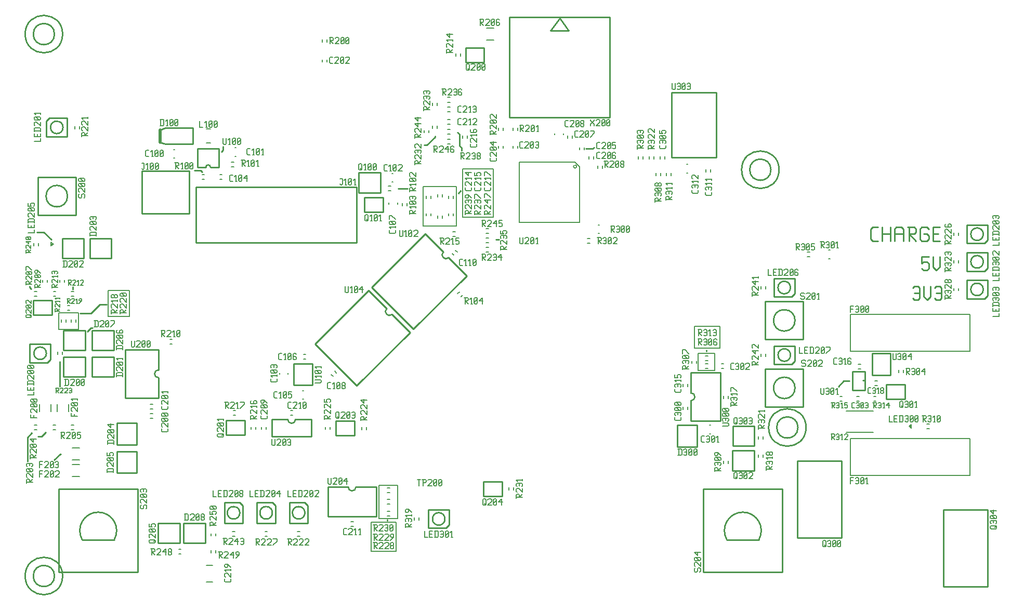
<source format=gbr>
G04 start of page 9 for group -4079 idx -4079 *
G04 Title: Power Board, topsilk *
G04 Creator: pcb 1.99z *
G04 CreationDate: Thu 09 Sep 2010 23:06:34 GMT UTC *
G04 For: rbarlow *
G04 Format: Gerber/RS-274X *
G04 PCB-Dimensions: 653543 393701 *
G04 PCB-Coordinate-Origin: lower left *
%MOIN*%
%FSLAX25Y25*%
%LNFRONTSILK*%
%ADD11C,0.0200*%
%ADD12C,0.0100*%
%ADD16C,0.0079*%
%ADD125C,0.0088*%
%ADD126C,0.0080*%
%ADD127C,0.0098*%
%ADD128C,0.0090*%
%ADD129C,0.0085*%
G54D12*X293307Y296063D02*Y298032D01*
X292126Y299213D01*
Y306693D01*
X290945Y307874D01*
G54D16*X313780Y284252D02*X294094D01*
G54D12*X269291Y299607D02*X271260D01*
X276378Y304725D01*
Y305512D01*
X377558Y297244D02*X378346Y298032D01*
X373228Y297244D02*X377558D01*
X317323Y238977D02*X315354D01*
G54D16*X313780Y253544D02*Y284252D01*
X294094Y253544D02*X313780D01*
X294094Y284252D02*Y253544D01*
X290157Y273229D02*Y247638D01*
G54D12*X291339Y268898D02*X292913Y270472D01*
G54D16*X268898Y273229D02*X290157D01*
Y247638D02*X268898D01*
Y273229D01*
G54D12*X258661Y271654D02*X252756D01*
G54D16*X240551Y60236D02*Y81496D01*
X252362D02*Y60236D01*
X240551D01*
Y81496D02*X252362D01*
X235432Y57874D02*X251574D01*
Y38977D01*
X235432D01*
X235433D02*X235432Y57874D01*
G54D12*X245669Y58662D02*Y59449D01*
G54D16*X455905Y155118D02*X445276D01*
G54D12*X538582Y148425D02*X542126D01*
X450394Y167323D02*Y168110D01*
G54D16*X459055Y183465D02*Y169292D01*
X442913D01*
X445276Y155118D02*Y166142D01*
X455905D01*
Y155118D01*
X442913Y183465D02*X459055D01*
X442913Y169292D02*Y183465D01*
G54D12*X535039Y144882D02*X538582Y148425D01*
X32283Y97638D02*X36220Y101575D01*
X36614D01*
X14961Y96851D02*Y112205D01*
X17717Y114961D01*
X21654Y112599D02*X24016D01*
X26772Y115355D01*
X35827Y144882D02*Y160630D01*
X21260Y243701D02*X25591D01*
X16535Y209055D02*Y208269D01*
X17323Y207481D01*
X25591Y243701D02*X30315Y238977D01*
X122047Y283465D02*X125984D01*
X127165Y282284D01*
X139370Y295276D02*X140551Y296457D01*
Y298819D01*
X56693Y182284D02*X55906D01*
X53543Y179921D01*
G54D16*X47638Y181496D02*Y192126D01*
G54D12*X55906Y191733D02*X48819D01*
X44094Y208662D02*Y207087D01*
G54D16*X35039Y192126D02*Y181496D01*
X47638D01*
Y192126D02*X35039D01*
X66929Y189764D02*X80315D01*
Y206299D01*
X66929D01*
Y189764D01*
G54D12*X65748Y197244D02*X61417D01*
X55906Y191733D01*
G54D125*X582676Y208101D02*X583781Y209206D01*
X585991D01*
X587096Y208101D01*
Y201471D01*
X585991Y200366D02*X587096Y201471D01*
X583781Y200366D02*X585991D01*
X582676Y201471D02*X583781Y200366D01*
Y204786D02*X587096D01*
X589750Y209206D02*Y202576D01*
X591960Y200366D01*
X594170Y202576D01*
Y209206D02*Y202576D01*
X596824Y208101D02*X597929Y209206D01*
X600139D01*
X601244Y208101D01*
Y201471D01*
X600139Y200366D02*X601244Y201471D01*
X597929Y200366D02*X600139D01*
X596824Y201471D02*X597929Y200366D01*
Y204786D02*X601244D01*
X588584Y228105D02*X593004D01*
X588584D02*Y223685D01*
X589689Y224790D01*
X591899D01*
X593004Y223685D01*
Y220370D01*
X591899Y219265D02*X593004Y220370D01*
X589689Y219265D02*X591899D01*
X588584Y220370D02*X589689Y219265D01*
X595658Y228105D02*Y221475D01*
X597868Y219265D01*
X600078Y221475D01*
Y228105D02*Y221475D01*
X557010Y238163D02*X560325D01*
X555905Y239268D02*X557010Y238163D01*
X555905Y245898D02*Y239268D01*
Y245898D02*X557010Y247003D01*
X560325D01*
X562979D02*Y238163D01*
X568504Y247003D02*Y238163D01*
X562979Y242583D02*X568504D01*
X571158Y245898D02*Y238163D01*
Y245898D02*X572263Y247003D01*
X575578D01*
X576683Y245898D01*
Y238163D01*
X571158Y242583D02*X576683D01*
X579337Y247003D02*X583757D01*
X584862Y245898D01*
Y243688D01*
X583757Y242583D02*X584862Y243688D01*
X580442Y242583D02*X583757D01*
X580442Y247003D02*Y238163D01*
Y242583D02*X584862Y238163D01*
X591936Y247003D02*X593041Y245898D01*
X588621Y247003D02*X591936D01*
X587516Y245898D02*X588621Y247003D01*
X587516Y245898D02*Y239268D01*
X588621Y238163D01*
X591936D01*
X593041Y239268D01*
Y241478D02*Y239268D01*
X591936Y242583D02*X593041Y241478D01*
X589726Y242583D02*X591936D01*
X595696D02*X599011D01*
X595696Y238163D02*X600116D01*
X595696Y247003D02*Y238163D01*
Y247003D02*X600116D01*
G54D16*X441012Y161185D02*Y159611D01*
X444028Y161185D02*Y159611D01*
X449768Y156367D02*X451342D01*
X449768Y159383D02*X451342D01*
G54D12*X212954Y122811D02*Y113411D01*
Y122811D02*X224854D01*
Y113411D01*
X212954D02*X224854D01*
X431789Y120123D02*X444589D01*
Y106223D01*
X431789D02*X444589D01*
X431789Y120123D02*Y106223D01*
G54D126*X452363Y120078D02*X453149D01*
X452363Y114568D02*X453149D01*
G54D16*X461484Y97012D02*Y95438D01*
X464500Y97012D02*Y95438D01*
X229593Y118665D02*Y117091D01*
X232609Y118665D02*Y117091D01*
G54D12*X307443Y83834D02*Y74434D01*
Y83834D02*X319343D01*
Y74434D01*
X307443D02*X319343D01*
G54D16*X323689Y79921D02*Y78347D01*
X326705Y79921D02*Y78347D01*
G54D12*X481079Y103682D02*Y90882D01*
X467179D02*X481079D01*
X467179Y103682D02*Y90882D01*
Y103682D02*X481079D01*
X467347Y119430D02*Y106630D01*
Y119430D02*X481247D01*
Y106630D01*
X467347D02*X481247D01*
G54D16*X464500Y138816D02*Y137242D01*
X461484Y138816D02*Y137242D01*
X483925Y112760D02*Y111186D01*
X486941Y112760D02*Y111186D01*
X483925Y100949D02*Y99375D01*
X486941Y100949D02*Y99375D01*
G54D126*X309449Y374607D02*X314173D01*
X309449Y367127D02*X314173D01*
G54D12*X307912Y362181D02*Y352781D01*
X296012D02*X307912D01*
X296012Y362181D02*Y352781D01*
Y362181D02*X307912D01*
G54D16*X320012Y310630D02*Y309056D01*
X316996Y310630D02*Y309056D01*
X329461Y299213D02*Y297639D01*
X326445Y299213D02*Y297639D01*
X329461Y310630D02*Y309056D01*
X326445Y310630D02*Y309056D01*
X320012Y299213D02*Y297639D01*
X316996Y299213D02*Y297639D01*
G54D127*X350395Y373230D02*X356301Y381104D01*
X362207Y373230D02*X356301Y381104D01*
X350395Y373230D02*X362207D01*
X388584Y381891D02*Y317325D01*
X324018D02*X388584D01*
X324018Y381891D02*Y317325D01*
Y381891D02*X388584D01*
G54D16*X423949Y292359D02*Y290785D01*
X420933Y292359D02*Y290785D01*
X424870Y281729D02*Y280155D01*
X427886Y281729D02*Y280155D01*
X375264Y292287D02*Y290713D01*
X378280Y292287D02*Y290713D01*
G54D126*X358661Y307086D02*Y306300D01*
X353151Y307086D02*Y306300D01*
G54D16*X361484Y305673D02*Y304099D01*
X364500Y305673D02*Y304099D01*
G54D12*X231065Y266118D02*Y256718D01*
Y266118D02*X242965D01*
Y256718D01*
X231065D02*X242965D01*
G54D16*X293030Y202315D02*X294143Y203428D01*
X290897Y204448D02*X292010Y205561D01*
G54D12*X296855Y215880D02*X285249Y227486D01*
X270108Y242627D02*X281714Y231022D01*
X262591Y181617D02*X296855Y215880D01*
X235844Y208364D02*X262591Y181617D01*
X270108Y242627D02*X235844Y208364D01*
X281713Y231022D02*G75*G03X285248Y227486I1767J-1767D01*G01*
X227583Y269154D02*X241483D01*
Y281954D02*Y269154D01*
X227583Y281954D02*X241483D01*
X227583D02*Y269154D01*
G54D16*X281036Y254331D02*Y252757D01*
X278020Y254331D02*Y252757D01*
X292847Y358268D02*Y356694D01*
X289831Y358268D02*Y356694D01*
X274870Y326610D02*Y325036D01*
X277886Y326610D02*Y325036D01*
X272374Y309216D02*Y307642D01*
X269358Y309216D02*Y307642D01*
X284486Y320934D02*X286060D01*
X284486Y323950D02*X286060D01*
X374249Y236682D02*X375823D01*
X374249Y239698D02*X375823D01*
X246618Y270540D02*X248192D01*
X246618Y273556D02*X248192D01*
G54D126*X252362Y262598D02*Y261812D01*
X246852Y262598D02*Y261812D01*
X248819Y275986D02*X249605D01*
X248819Y281496D02*X249605D01*
X366267Y288774D02*X369167Y285874D01*
X330597Y288774D02*X366267D01*
X330597D02*Y250204D01*
X369167D01*
Y285874D02*Y250204D01*
X366267Y286874D02*G75*G03X366267Y286874I0J-1000D01*G01*
G54D16*X207020Y354564D02*Y352990D01*
X204004Y354564D02*Y352990D01*
X212022Y154679D02*X213135Y153566D01*
X209889Y152546D02*X211002Y151433D01*
G54D12*X260510Y179536D02*X248905Y191142D01*
X233763Y206283D02*X245369Y194677D01*
X226247Y145272D02*X260510Y179536D01*
X199500Y172019D02*X226247Y145272D01*
X233763Y206283D02*X199500Y172019D01*
X245369Y194677D02*G75*G03X248904Y191141I1767J-1767D01*G01*
G54D126*X176773Y153544D02*Y152758D01*
X182283Y153544D02*Y152758D01*
X191340Y136616D02*X192126D01*
X191340Y142126D02*X192126D01*
G54D16*X191965Y162272D02*X193539D01*
X191965Y165288D02*X193539D01*
G54D12*X185832Y145626D02*X197632D01*
X185832Y159526D02*Y145626D01*
Y159526D02*X197632D01*
Y145626D01*
G54D16*X273949Y255906D02*Y254332D01*
X270933Y255906D02*Y254332D01*
Y266929D02*Y265355D01*
X273949Y266929D02*Y265355D01*
X138351Y277626D02*X139925D01*
X138351Y280642D02*X139925D01*
X127005D02*X128579D01*
X127005Y277626D02*X128579D01*
G54D128*X123230Y272834D02*Y237205D01*
Y272834D02*X225984D01*
Y237205D02*X123230D01*
X225984D02*Y272834D01*
G54D16*X284414Y303477D02*X285988D01*
X284414Y300461D02*X285988D01*
X277886Y311972D02*Y310398D01*
X274870Y311972D02*Y310398D01*
X284486Y313060D02*X286060D01*
X284486Y316076D02*X286060D01*
X284486Y327233D02*X286060D01*
X284486Y330249D02*X286060D01*
X285106Y255906D02*Y254332D01*
X288122Y255906D02*Y254332D01*
X285106Y266929D02*Y265355D01*
X288122Y266929D02*Y265355D01*
X278020Y268110D02*Y266536D01*
X281036Y268110D02*Y266536D01*
G54D129*X88584Y283071D02*Y255710D01*
Y283071D02*X118898D01*
Y255710D02*X88584D01*
X118898D02*Y283071D01*
G54D12*X124040Y285476D02*X129440D01*
X132540D02*X137940D01*
Y297276D02*Y285476D01*
X124040Y297276D02*X137940D01*
X124040D02*Y285476D01*
X132440D02*G75*G03X129440Y285476I-1500J0D01*G01*
X27168Y314924D02*X29168Y316924D01*
X40548D02*X29168D01*
X40548Y305124D02*Y316924D01*
X27168Y305124D02*X40548D01*
X27168Y314924D02*Y305124D01*
X29858Y311024D02*G75*G03X29858Y311024I4000J0D01*G01*
G54D127*X21653Y279134D02*X46063D01*
Y254724D01*
X21653D02*X46063D01*
X21653Y279134D02*Y254724D01*
X26968Y266929D02*G75*G03X26968Y266929I6890J0D01*G01*
G54D12*X13591Y370866D02*G75*G03X13591Y370866I12000J0D01*G01*
X18791D02*G75*G03X18791Y370866I6800J0D01*G01*
X37358Y239865D02*Y227065D01*
Y239865D02*X51258D01*
Y227065D01*
X37358D02*X51258D01*
X68942Y239865D02*Y227065D01*
X55042D02*X68942D01*
X55042Y239865D02*Y227065D01*
Y239865D02*X68942D01*
G54D16*X42981Y187634D02*Y186060D01*
X45997Y187634D02*Y186060D01*
X36681Y187634D02*Y186060D01*
X39697Y187634D02*Y186060D01*
G54D12*X38146Y180810D02*Y168010D01*
Y180810D02*X52046D01*
Y168010D01*
X38146D02*X52046D01*
X70517Y180810D02*Y168010D01*
X56617D02*X70517D01*
X56617Y180810D02*Y168010D01*
Y180810D02*X70517D01*
G54D16*X38910Y213153D02*Y211579D01*
X35894Y213153D02*Y211579D01*
G54D12*X18947Y200232D02*Y190832D01*
Y200232D02*X30847D01*
Y190832D01*
X18947D02*X30847D01*
G54D16*X31658Y205839D02*X33232D01*
X31658Y202823D02*X33232D01*
X40713Y196784D02*X42287D01*
X40713Y193768D02*X42287D01*
X43075Y202823D02*X44649D01*
X43075Y205839D02*X44649D01*
X19453D02*X21027D01*
X19453Y202823D02*X21027D01*
X21980Y236775D02*Y235201D01*
X18964Y236775D02*Y235201D01*
X30154Y236221D02*X31728D01*
X30154Y235040D01*
X31728Y236221D02*X30154Y237402D01*
Y235040D01*
X27886Y213153D02*Y211579D01*
X24870Y213153D02*Y211579D01*
X207020Y367323D02*Y365749D01*
X204004Y367323D02*Y365749D01*
X48359Y311811D02*Y310237D01*
X45343Y311811D02*Y310237D01*
G54D12*X103436Y310612D02*X100036Y309512D01*
X121036Y310612D02*X103436D01*
X121036Y300412D02*Y310612D01*
X103436Y300412D02*X121036D01*
X100036Y301512D02*X103436Y300412D01*
G54D11*X100036Y309512D02*Y301512D01*
G54D126*X129726Y310039D02*X132480D01*
X129726Y300985D02*X132480D01*
X108663Y291340D02*X109449D01*
X108663Y296850D02*X109449D01*
X148032Y292521D02*X148818D01*
X148032Y298031D02*X148818D01*
G54D12*X507084Y161061D02*X505084Y159061D01*
X493704D02*X505084D01*
X493704Y170861D02*Y159061D01*
Y170861D02*X507084D01*
Y161061D01*
X504394Y164961D02*G75*G03X504394Y164961I-4000J0D01*G01*
G54D16*X488516Y165748D02*Y164174D01*
X485500Y165748D02*Y164174D01*
G54D12*X490362Y118504D02*G75*G03X490362Y118504I12000J0D01*G01*
X495562D02*G75*G03X495562Y118504I6800J0D01*G01*
G54D127*X488189Y156103D02*Y131693D01*
Y156103D02*X512599D01*
Y131693D01*
X488189D02*X512599D01*
X500394Y137008D02*G75*G03X500394Y137008I0J6890D01*G01*
G54D16*X536024Y138517D02*X537598D01*
X536024Y135501D02*X537598D01*
G54D12*X550670Y148872D02*X552170D01*
X544170Y142372D02*X552170D01*
X544170Y154272D02*Y142372D01*
Y154272D02*X552170D01*
Y142372D01*
G54D127*X463591Y46454D02*X484047D01*
X499016Y79132D02*Y25588D01*
X448622Y79132D02*X499016D01*
X448622D02*Y25588D01*
X499016D01*
X484047Y46455D02*G75*G03X463590Y46454I-10228J5905D01*G01*
X508859Y47855D02*Y97068D01*
X537205Y47855D02*X508859D01*
X537205Y97068D02*Y47855D01*
X508859Y97068D02*X537205D01*
G54D16*X612138Y225591D02*Y224017D01*
X609122Y225591D02*Y224017D01*
X612138Y207874D02*Y206300D01*
X609122Y207874D02*Y206300D01*
G54D127*X630709Y65729D02*Y16516D01*
X602363Y65729D02*X630709D01*
X602363D02*Y16516D01*
X630709D01*
G54D16*X591894Y120800D02*X593468D01*
X591894Y117784D02*X593468D01*
X557678Y135501D02*X559252D01*
X557678Y138517D02*X559252D01*
X558501Y148359D02*X560075D01*
X558501Y145343D02*X560075D01*
X580315Y119292D02*X581889D01*
X580315D02*X581889Y120473D01*
X580315Y119292D02*X581889Y118111D01*
Y120473D02*Y118111D01*
X542716Y111418D02*Y87796D01*
X619488Y111418D02*Y87796D01*
X542716D02*X619488D01*
X542716Y111418D02*X619488D01*
G54D126*X540060Y129132D02*X557382D01*
X540060Y115358D02*X557382D01*
G54D12*X630706Y220904D02*X628706Y218904D01*
X617326D02*X628706D01*
X617326Y230704D02*Y218904D01*
Y230704D02*X630706D01*
Y220904D01*
X628016Y224804D02*G75*G03X628016Y224804I-4000J0D01*G01*
X630706Y203187D02*X628706Y201187D01*
X617326D02*X628706D01*
X617326Y212987D02*Y201187D01*
Y212987D02*X630706D01*
Y203187D01*
X628016Y207087D02*G75*G03X628016Y207087I-4000J0D01*G01*
G54D16*X542716Y191142D02*Y167520D01*
X619488Y191142D02*Y167520D01*
X542716D02*X619488D01*
X542716Y191142D02*X619488D01*
X547800Y156170D02*X549374D01*
X547800Y159186D02*X549374D01*
G54D12*X565797Y146098D02*Y136698D01*
Y146098D02*X577697D01*
Y136698D01*
X565797D02*X577697D01*
G54D16*X576705Y155476D02*Y153902D01*
X573689Y155476D02*Y153902D01*
G54D12*X556694Y166143D02*Y152243D01*
X568494D01*
Y166143D02*Y152243D01*
X556694Y166143D02*X568494D01*
X142482Y123205D02*Y113805D01*
Y123205D02*X154382D01*
Y113805D01*
X142482D02*X154382D01*
G54D16*X165028Y118898D02*Y117324D01*
X168044Y118898D02*Y117324D01*
G54D12*X172010Y70470D02*X174010Y68470D01*
Y57090D01*
X162210D02*X174010D01*
X162210Y70470D02*Y57090D01*
Y70470D02*X172010D01*
X168110Y67780D02*G75*G03X168110Y67780I0J-4000D01*G01*
X151144Y70470D02*X153144Y68470D01*
Y57090D01*
X141344D02*X153144D01*
X141344Y70470D02*Y57090D01*
Y70470D02*X151144D01*
X147244Y67780D02*G75*G03X147244Y67780I0J-4000D01*G01*
X192877Y70470D02*X194877Y68470D01*
Y57090D01*
X183077D02*X194877D01*
X183077Y70470D02*Y57090D01*
Y70470D02*X192877D01*
X188977Y67780D02*G75*G03X188977Y67780I0J-4000D01*G01*
G54D16*X289580Y232238D02*X290693Y231125D01*
X287448Y230106D02*X288561Y228993D01*
X145831Y288910D02*X147405D01*
X145831Y285894D02*X147405D01*
X284486Y306761D02*X286060D01*
X284486Y309777D02*X286060D01*
X258595Y262366D02*Y260792D01*
X255579Y262366D02*Y260792D01*
X222442Y55185D02*X224016D01*
X222442Y58201D02*X224016D01*
G54D12*X225715Y80347D02*X238715D01*
X207715D02*X220715D01*
X238715D02*Y61347D01*
X207715D02*X238715D01*
X207715Y80347D02*Y61347D01*
X220715Y80347D02*G75*G03X225715Y80347I2500J0D01*G01*
G54D16*X208988Y118898D02*Y117324D01*
X205972Y118898D02*Y117324D01*
X183698Y126445D02*X185272D01*
X183698Y129461D02*X185272D01*
X245831Y64894D02*X247405D01*
X245831Y61878D02*X247405D01*
X245831Y79855D02*X247405D01*
X245831Y76839D02*X247405D01*
X245831Y72374D02*X247405D01*
X245831Y69358D02*X247405D01*
X263059Y60630D02*Y59056D01*
X266075Y60630D02*Y59056D01*
X287796Y244028D02*X289370D01*
X287796Y241012D02*X289370D01*
X309056Y245997D02*X310630D01*
X309056Y242981D02*X310630D01*
X309056Y237075D02*X310630D01*
X309056Y240091D02*X310630D01*
X309056Y231170D02*X310630D01*
X309056Y234186D02*X310630D01*
G54D126*X381104Y248425D02*X381890D01*
X381104Y242915D02*X381890D01*
G54D16*X383792Y286453D02*Y284879D01*
X380776Y286453D02*Y284879D01*
X368965Y298193D02*Y296619D01*
X371981Y298193D02*Y296619D01*
X294162Y305673D02*Y304099D01*
X297178Y305673D02*Y304099D01*
X449768Y161485D02*X451342D01*
X449768Y164501D02*X451342D01*
X460004Y159383D02*X461578D01*
X460004Y156367D02*X461578D01*
X435500Y146296D02*Y144722D01*
X438516Y146296D02*Y144722D01*
Y131657D02*Y130083D01*
X435500Y131657D02*Y130083D01*
G54D12*X440520Y153676D02*Y140676D01*
Y135676D02*Y122676D01*
Y153676D02*X459520D01*
Y122676D01*
X440520D02*X459520D01*
X440520Y135676D02*G75*G03X440520Y140676I0J2500D01*G01*
G54D127*X488189Y199410D02*Y175000D01*
Y199410D02*X512599D01*
Y175000D01*
X488189D02*X512599D01*
X500394Y180315D02*G75*G03X500394Y180315I0J6890D01*G01*
G54D16*X546815Y135501D02*X548389D01*
X546815Y138517D02*X548389D01*
G54D12*X507038Y204367D02*X505038Y202367D01*
X493658D02*X505038D01*
X493658Y214167D02*Y202367D01*
Y214167D02*X507038D01*
Y204367D01*
X504348Y208267D02*G75*G03X504348Y208267I-4000J0D01*G01*
G54D16*X488516Y209055D02*Y207481D01*
X485500Y209055D02*Y207481D01*
X421193Y281729D02*Y280155D01*
X418177Y281729D02*Y280155D01*
X409776Y292359D02*Y290785D01*
X406760Y292359D02*Y290785D01*
X413847Y292359D02*Y290785D01*
X416863Y292359D02*Y290785D01*
G54D126*X437796Y287401D02*X438582D01*
X437796Y281891D02*X438582D01*
G54D16*X453083Y284091D02*Y282517D01*
X450067Y284091D02*Y282517D01*
G54D12*X456775Y333294D02*X428275D01*
X456775Y291894D02*Y333294D01*
X428275Y291894D02*X456775D01*
X428275Y333294D02*Y291894D01*
X630706Y238620D02*X628706Y236620D01*
X617326D02*X628706D01*
X617326Y248420D02*Y236620D01*
Y248420D02*X630706D01*
Y238620D01*
X628016Y242520D02*G75*G03X628016Y242520I-4000J0D01*G01*
G54D16*X612138Y243307D02*Y241733D01*
X609122Y243307D02*Y241733D01*
X515122Y228020D02*X516696D01*
X515122Y231036D02*X516696D01*
G54D126*X528901Y232283D02*X529687D01*
X528901Y226773D02*X529687D01*
G54D12*X473039Y283858D02*G75*G03X473039Y283858I12000J0D01*G01*
X478239D02*G75*G03X478239Y283858I6800J0D01*G01*
X70517Y163881D02*Y151081D01*
X56617D02*X70517D01*
X56617Y163881D02*Y151081D01*
Y163881D02*X70517D01*
X38145D02*Y151081D01*
Y163881D02*X52045D01*
Y151081D01*
X38145D02*X52045D01*
X99090Y150451D02*Y137385D01*
Y168517D02*Y155451D01*
X77878Y137385D02*X99090D01*
X77878Y168517D02*Y137385D01*
Y168517D02*X99090D01*
Y155451D02*G75*G03X99090Y150451I0J-2500D01*G01*
G54D16*X31497Y120013D02*X33071D01*
X31497Y116997D02*X33071D01*
X19525Y120013D02*X21099D01*
X19525Y116997D02*X21099D01*
G54D126*X22638Y133464D02*Y128740D01*
X30118Y133464D02*Y128740D01*
X34056Y133464D02*Y128740D01*
X41536Y133464D02*Y128740D01*
G54D16*X43075Y116997D02*X44649D01*
X43075Y120013D02*X44649D01*
G54D126*X43701Y94686D02*X48425D01*
X43701Y87206D02*X48425D01*
G54D16*X37335Y166929D02*Y165355D01*
X34319Y166929D02*Y165355D01*
G54D12*X29873Y162242D02*X27873Y160242D01*
X16493D02*X27873D01*
X16493Y172042D02*Y160242D01*
Y172042D02*X29873D01*
Y162242D01*
X27183Y166142D02*G75*G03X27183Y166142I-4000J0D01*G01*
G54D126*X43701Y105315D02*X48425D01*
X43701Y97835D02*X48425D01*
G54D12*X85140Y121305D02*X72340D01*
X85140Y107405D02*Y121305D01*
X72340Y107405D02*X85140D01*
X72340Y121305D02*Y107405D01*
G54D16*X93934Y130382D02*X95508D01*
X93934Y133398D02*X95508D01*
X93934Y124477D02*X95508D01*
X93934Y127493D02*X95508D01*
G54D12*X72340Y89327D02*X85140D01*
X72340Y103227D02*Y89327D01*
Y103227D02*X85140D01*
Y89327D01*
G54D16*X106300Y172115D02*X107874D01*
X106300Y175131D02*X107874D01*
X147012Y126445D02*X148586D01*
X147012Y129461D02*X148586D01*
G54D12*X197260Y123698D02*X186949D01*
X171638D02*X181949D01*
X197260Y112722D02*Y123698D01*
X171638Y112722D02*X197260D01*
X171638Y123698D02*Y112722D01*
X181949Y123698D02*G75*G03X186949Y123698I2500J0D01*G01*
G54D16*X158335Y118898D02*Y117324D01*
X161351Y118898D02*Y117324D01*
X188190Y48886D02*X189764D01*
X188190Y51902D02*X189764D01*
X167323Y48886D02*X168897D01*
X167323Y51902D02*X168897D01*
X146457Y48886D02*X148031D01*
X146457Y51902D02*X148031D01*
G54D12*X285476Y55943D02*X283476Y53943D01*
X272096D02*X283476D01*
X272096Y65743D02*Y53943D01*
Y65743D02*X285476D01*
Y55943D01*
X282786Y59843D02*G75*G03X282786Y59843I-4000J0D01*G01*
G54D127*X50207Y46457D02*X70663D01*
X85632Y79135D02*Y25591D01*
X35238Y79135D02*X85632D01*
X35238D02*Y25591D01*
X85632D01*
X70663Y46458D02*G75*G03X50206Y46457I-10228J5905D01*G01*
G54D12*X13591Y23229D02*G75*G03X13591Y23229I12000J0D01*G01*
X18791D02*G75*G03X18791Y23229I6800J0D01*G01*
X98843Y44351D02*X112743D01*
Y57151D02*Y44351D01*
X98843Y57151D02*X112743D01*
X98843D02*Y44351D01*
G54D16*X111973Y40485D02*X113547D01*
X111973Y37469D02*X113547D01*
G54D12*X115210Y57151D02*X129110D01*
X115210D02*Y44351D01*
X129110D01*
Y57151D02*Y44351D01*
G54D16*X135760Y39603D02*Y38029D01*
X132744Y39603D02*Y38029D01*
X135760Y50555D02*Y48981D01*
X132744Y50555D02*Y48981D01*
G54D126*X129921Y30117D02*X133857D01*
X129921Y19489D02*X133857D01*
G54D16*X236846Y44669D02*X238846D01*
X239346Y44169D01*
Y43169D01*
X238846Y42669D02*X239346Y43169D01*
X237346Y42669D02*X238846D01*
X237346Y44669D02*Y40669D01*
Y42669D02*X239346Y40669D01*
X240547Y44169D02*X241047Y44669D01*
X242547D01*
X243047Y44169D01*
Y43169D01*
X240547Y40669D02*X243047Y43169D01*
X240547Y40669D02*X243047D01*
X244248Y44169D02*X244748Y44669D01*
X246248D01*
X246748Y44169D01*
Y43169D01*
X244248Y40669D02*X246748Y43169D01*
X244248Y40669D02*X246748D01*
X247949Y41169D02*X248449Y40669D01*
X247949Y42169D02*Y41169D01*
Y42169D02*X248449Y42669D01*
X249449D01*
X249949Y42169D01*
Y41169D01*
X249449Y40669D02*X249949Y41169D01*
X248449Y40669D02*X249449D01*
X247949Y43169D02*X248449Y42669D01*
X247949Y44169D02*Y43169D01*
Y44169D02*X248449Y44669D01*
X249449D01*
X249949Y44169D01*
Y43169D01*
X249449Y42669D02*X249949Y43169D01*
X218218Y49724D02*X219718D01*
X217718Y50224D02*X218218Y49724D01*
X217718Y53224D02*Y50224D01*
Y53224D02*X218218Y53724D01*
X219718D01*
X220919Y53224D02*X221419Y53724D01*
X222919D01*
X223419Y53224D01*
Y52224D01*
X220919Y49724D02*X223419Y52224D01*
X220919Y49724D02*X223419D01*
X225120D02*X226120D01*
X225620Y53724D02*Y49724D01*
X224620Y52724D02*X225620Y53724D01*
X227821Y49724D02*X228821D01*
X228321Y53724D02*Y49724D01*
X227321Y52724D02*X228321Y53724D01*
X236845Y56085D02*X238845D01*
X239345Y55585D01*
Y54585D01*
X238845Y54085D02*X239345Y54585D01*
X237345Y54085D02*X238845D01*
X237345Y56085D02*Y52085D01*
Y54085D02*X239345Y52085D01*
X240546Y55585D02*X241046Y56085D01*
X242546D01*
X243046Y55585D01*
Y54585D01*
X240546Y52085D02*X243046Y54585D01*
X240546Y52085D02*X243046D01*
X244247Y55585D02*X244747Y56085D01*
X245747D01*
X246247Y55585D01*
Y52585D01*
X245747Y52085D02*X246247Y52585D01*
X244747Y52085D02*X245747D01*
X244247Y52585D02*X244747Y52085D01*
Y54085D02*X246247D01*
X247448Y52585D02*X247948Y52085D01*
X247448Y55585D02*Y52585D01*
Y55585D02*X247948Y56085D01*
X248948D01*
X249448Y55585D01*
Y52585D01*
X248948Y52085D02*X249448Y52585D01*
X247948Y52085D02*X248948D01*
X247448Y53085D02*X249448Y55085D01*
X236848Y50183D02*X238848D01*
X239348Y49683D01*
Y48683D01*
X238848Y48183D02*X239348Y48683D01*
X237348Y48183D02*X238848D01*
X237348Y50183D02*Y46183D01*
Y48183D02*X239348Y46183D01*
X240549Y49683D02*X241049Y50183D01*
X242549D01*
X243049Y49683D01*
Y48683D01*
X240549Y46183D02*X243049Y48683D01*
X240549Y46183D02*X243049D01*
X244250Y49683D02*X244750Y50183D01*
X246250D01*
X246750Y49683D01*
Y48683D01*
X244250Y46183D02*X246750Y48683D01*
X244250Y46183D02*X246750D01*
X247951D02*X249951Y48183D01*
Y49683D02*Y48183D01*
X249451Y50183D02*X249951Y49683D01*
X248451Y50183D02*X249451D01*
X247951Y49683D02*X248451Y50183D01*
X247951Y49683D02*Y48683D01*
X248451Y48183D01*
X249951D01*
X264961Y85221D02*X266961D01*
X265961D02*Y81221D01*
X268662Y85221D02*Y81221D01*
X268162Y85221D02*X270162D01*
X270662Y84721D01*
Y83721D01*
X270162Y83221D02*X270662Y83721D01*
X268662Y83221D02*X270162D01*
X271863Y84721D02*X272363Y85221D01*
X273863D01*
X274363Y84721D01*
Y83721D01*
X271863Y81221D02*X274363Y83721D01*
X271863Y81221D02*X274363D01*
X275564Y81721D02*X276064Y81221D01*
X275564Y84721D02*Y81721D01*
Y84721D02*X276064Y85221D01*
X277064D01*
X277564Y84721D01*
Y81721D01*
X277064Y81221D02*X277564Y81721D01*
X276064Y81221D02*X277064D01*
X275564Y82221D02*X277564Y84221D01*
X278765Y81721D02*X279265Y81221D01*
X278765Y84721D02*Y81721D01*
Y84721D02*X279265Y85221D01*
X280265D01*
X280765Y84721D01*
Y81721D01*
X280265Y81221D02*X280765Y81721D01*
X279265Y81221D02*X280265D01*
X278765Y82221D02*X280765Y84221D01*
X307049Y72129D02*Y69129D01*
Y72129D02*X307549Y72629D01*
X308549D01*
X309049Y72129D01*
Y69129D01*
X308549Y68629D02*X309049Y69129D01*
X307549Y68629D02*X308549D01*
X307049Y69129D02*X307549Y68629D01*
X308049Y69629D02*X309049Y68629D01*
X310250Y72129D02*X310750Y72629D01*
X312250D01*
X312750Y72129D01*
Y71129D01*
X310250Y68629D02*X312750Y71129D01*
X310250Y68629D02*X312750D01*
X313951Y69129D02*X314451Y68629D01*
X313951Y72129D02*Y69129D01*
Y72129D02*X314451Y72629D01*
X315451D01*
X315951Y72129D01*
Y69129D01*
X315451Y68629D02*X315951Y69129D01*
X314451Y68629D02*X315451D01*
X313951Y69629D02*X315951Y71629D01*
X317152Y70629D02*X319152Y72629D01*
X317152Y70629D02*X319652D01*
X319152Y72629D02*Y68629D01*
X328559Y75228D02*Y73228D01*
Y75228D02*X329059Y75728D01*
X330059D01*
X330559Y75228D02*X330059Y75728D01*
X330559Y75228D02*Y73728D01*
X328559D02*X332559D01*
X330559D02*X332559Y75728D01*
X329059Y76929D02*X328559Y77429D01*
Y78929D02*Y77429D01*
Y78929D02*X329059Y79429D01*
X330059D01*
X332559Y76929D02*X330059Y79429D01*
X332559D02*Y76929D01*
X329059Y80630D02*X328559Y81130D01*
Y82130D02*Y81130D01*
Y82130D02*X329059Y82630D01*
X332059D01*
X332559Y82130D02*X332059Y82630D01*
X332559Y82130D02*Y81130D01*
X332059Y80630D02*X332559Y81130D01*
X330559Y82630D02*Y81130D01*
X332559Y85331D02*Y84331D01*
X328559Y84831D02*X332559D01*
X329559Y83831D02*X328559Y84831D01*
X181890Y47031D02*X183890D01*
X184390Y46531D01*
Y45531D01*
X183890Y45031D02*X184390Y45531D01*
X182390Y45031D02*X183890D01*
X182390Y47031D02*Y43031D01*
Y45031D02*X184390Y43031D01*
X185591Y46531D02*X186091Y47031D01*
X187591D01*
X188091Y46531D01*
Y45531D01*
X185591Y43031D02*X188091Y45531D01*
X185591Y43031D02*X188091D01*
X189292Y46531D02*X189792Y47031D01*
X191292D01*
X191792Y46531D01*
Y45531D01*
X189292Y43031D02*X191792Y45531D01*
X189292Y43031D02*X191792D01*
X192993Y46531D02*X193493Y47031D01*
X194993D01*
X195493Y46531D01*
Y45531D01*
X192993Y43031D02*X195493Y45531D01*
X192993Y43031D02*X195493D01*
X161417Y47032D02*X163417D01*
X163917Y46532D01*
Y45532D01*
X163417Y45032D02*X163917Y45532D01*
X161917Y45032D02*X163417D01*
X161917Y47032D02*Y43032D01*
Y45032D02*X163917Y43032D01*
X165118Y46532D02*X165618Y47032D01*
X167118D01*
X167618Y46532D01*
Y45532D01*
X165118Y43032D02*X167618Y45532D01*
X165118Y43032D02*X167618D01*
X168819Y46532D02*X169319Y47032D01*
X170819D01*
X171319Y46532D01*
Y45532D01*
X168819Y43032D02*X171319Y45532D01*
X168819Y43032D02*X171319D01*
X172520D02*X175020Y45532D01*
Y47032D02*Y45532D01*
X172520Y47032D02*X175020D01*
X140551Y47425D02*X142551D01*
X143051Y46925D01*
Y45925D01*
X142551Y45425D02*X143051Y45925D01*
X141051Y45425D02*X142551D01*
X141051Y47425D02*Y43425D01*
Y45425D02*X143051Y43425D01*
X144252Y46925D02*X144752Y47425D01*
X146252D01*
X146752Y46925D01*
Y45925D01*
X144252Y43425D02*X146752Y45925D01*
X144252Y43425D02*X146752D01*
X147953Y45425D02*X149953Y47425D01*
X147953Y45425D02*X150453D01*
X149953Y47425D02*Y43425D01*
X151654Y46925D02*X152154Y47425D01*
X153154D01*
X153654Y46925D01*
Y43925D01*
X153154Y43425D02*X153654Y43925D01*
X152154Y43425D02*X153154D01*
X151654Y43925D02*X152154Y43425D01*
Y45425D02*X153654D01*
X182284Y78187D02*Y74187D01*
X184284D01*
X185485Y76187D02*X186985D01*
X185485Y74187D02*X187485D01*
X185485Y78187D02*Y74187D01*
Y78187D02*X187485D01*
X189186D02*Y74187D01*
X190686Y78187D02*X191186Y77687D01*
Y74687D01*
X190686Y74187D02*X191186Y74687D01*
X188686Y74187D02*X190686D01*
X188686Y78187D02*X190686D01*
X192387Y77687D02*X192887Y78187D01*
X194387D01*
X194887Y77687D01*
Y76687D01*
X192387Y74187D02*X194887Y76687D01*
X192387Y74187D02*X194887D01*
X196088Y74687D02*X196588Y74187D01*
X196088Y77687D02*Y74687D01*
Y77687D02*X196588Y78187D01*
X197588D01*
X198088Y77687D01*
Y74687D01*
X197588Y74187D02*X198088Y74687D01*
X196588Y74187D02*X197588D01*
X196088Y75187D02*X198088Y77187D01*
X199289Y77687D02*X199789Y78187D01*
X201289D01*
X201789Y77687D01*
Y76687D01*
X199289Y74187D02*X201789Y76687D01*
X199289Y74187D02*X201789D01*
X257299Y56331D02*Y54331D01*
Y56331D02*X257799Y56831D01*
X258799D01*
X259299Y56331D02*X258799Y56831D01*
X259299Y56331D02*Y54831D01*
X257299D02*X261299D01*
X259299D02*X261299Y56831D01*
X257799Y58032D02*X257299Y58532D01*
Y59532D02*Y58532D01*
Y59532D02*X257799Y60032D01*
X260799D01*
X261299Y59532D02*X260799Y60032D01*
X261299Y59532D02*Y58532D01*
X260799Y58032D02*X261299Y58532D01*
X259299Y60032D02*Y58532D01*
X261299Y62733D02*Y61733D01*
X257299Y62233D02*X261299D01*
X258299Y61233D02*X257299Y62233D01*
X261299Y63934D02*X259299Y65934D01*
X257799D02*X259299D01*
X257299Y65434D02*X257799Y65934D01*
X257299Y65434D02*Y64434D01*
X257799Y63934D02*X257299Y64434D01*
X257799Y63934D02*X258799D01*
X259299Y64434D01*
Y65934D02*Y64434D01*
X269685Y52157D02*Y48157D01*
X271685D01*
X272886Y50157D02*X274386D01*
X272886Y48157D02*X274886D01*
X272886Y52157D02*Y48157D01*
Y52157D02*X274886D01*
X276587D02*Y48157D01*
X278087Y52157D02*X278587Y51657D01*
Y48657D01*
X278087Y48157D02*X278587Y48657D01*
X276087Y48157D02*X278087D01*
X276087Y52157D02*X278087D01*
X279788Y51657D02*X280288Y52157D01*
X281288D01*
X281788Y51657D01*
Y48657D01*
X281288Y48157D02*X281788Y48657D01*
X280288Y48157D02*X281288D01*
X279788Y48657D02*X280288Y48157D01*
Y50157D02*X281788D01*
X282989Y48657D02*X283489Y48157D01*
X282989Y51657D02*Y48657D01*
Y51657D02*X283489Y52157D01*
X284489D01*
X284989Y51657D01*
Y48657D01*
X284489Y48157D02*X284989Y48657D01*
X283489Y48157D02*X284489D01*
X282989Y49157D02*X284989Y51157D01*
X286690Y48157D02*X287690D01*
X287190Y52157D02*Y48157D01*
X286190Y51157D02*X287190Y52157D01*
X137319Y112561D02*X140319D01*
X137319D02*X136819Y113061D01*
Y114061D02*Y113061D01*
Y114061D02*X137319Y114561D01*
X140319D01*
X140819Y114061D02*X140319Y114561D01*
X140819Y114061D02*Y113061D01*
X140319Y112561D02*X140819Y113061D01*
X139819Y113561D02*X140819Y114561D01*
X137319Y115762D02*X136819Y116262D01*
Y117762D02*Y116262D01*
Y117762D02*X137319Y118262D01*
X138319D01*
X140819Y115762D02*X138319Y118262D01*
X140819D02*Y115762D01*
X140319Y119463D02*X140819Y119963D01*
X137319Y119463D02*X140319D01*
X137319D02*X136819Y119963D01*
Y120963D02*Y119963D01*
Y120963D02*X137319Y121463D01*
X140319D01*
X140819Y120963D02*X140319Y121463D01*
X140819Y120963D02*Y119963D01*
X139819Y119463D02*X137819Y121463D01*
X140819Y124164D02*Y123164D01*
X136819Y123664D02*X140819D01*
X137819Y122664D02*X136819Y123664D01*
X157873Y78187D02*Y74187D01*
X159873D01*
X161074Y76187D02*X162574D01*
X161074Y74187D02*X163074D01*
X161074Y78187D02*Y74187D01*
Y78187D02*X163074D01*
X164775D02*Y74187D01*
X166275Y78187D02*X166775Y77687D01*
Y74687D01*
X166275Y74187D02*X166775Y74687D01*
X164275Y74187D02*X166275D01*
X164275Y78187D02*X166275D01*
X167976Y77687D02*X168476Y78187D01*
X169976D01*
X170476Y77687D01*
Y76687D01*
X167976Y74187D02*X170476Y76687D01*
X167976Y74187D02*X170476D01*
X171677Y74687D02*X172177Y74187D01*
X171677Y77687D02*Y74687D01*
Y77687D02*X172177Y78187D01*
X173177D01*
X173677Y77687D01*
Y74687D01*
X173177Y74187D02*X173677Y74687D01*
X172177Y74187D02*X173177D01*
X171677Y75187D02*X173677Y77187D01*
X174878Y76187D02*X176878Y78187D01*
X174878Y76187D02*X177378D01*
X176878Y78187D02*Y74187D01*
X134251Y78187D02*Y74187D01*
X136251D01*
X137452Y76187D02*X138952D01*
X137452Y74187D02*X139452D01*
X137452Y78187D02*Y74187D01*
Y78187D02*X139452D01*
X141153D02*Y74187D01*
X142653Y78187D02*X143153Y77687D01*
Y74687D01*
X142653Y74187D02*X143153Y74687D01*
X140653Y74187D02*X142653D01*
X140653Y78187D02*X142653D01*
X144354Y77687D02*X144854Y78187D01*
X146354D01*
X146854Y77687D01*
Y76687D01*
X144354Y74187D02*X146854Y76687D01*
X144354Y74187D02*X146854D01*
X148055Y74687D02*X148555Y74187D01*
X148055Y77687D02*Y74687D01*
Y77687D02*X148555Y78187D01*
X149555D01*
X150055Y77687D01*
Y74687D01*
X149555Y74187D02*X150055Y74687D01*
X148555Y74187D02*X149555D01*
X148055Y75187D02*X150055Y77187D01*
X151256Y74687D02*X151756Y74187D01*
X151256Y75687D02*Y74687D01*
Y75687D02*X151756Y76187D01*
X152756D01*
X153256Y75687D01*
Y74687D01*
X152756Y74187D02*X153256Y74687D01*
X151756Y74187D02*X152756D01*
X151256Y76687D02*X151756Y76187D01*
X151256Y77687D02*Y76687D01*
Y77687D02*X151756Y78187D01*
X152756D01*
X153256Y77687D01*
Y76687D01*
X152756Y76187D02*X153256Y76687D01*
X105000Y132154D02*Y130654D01*
X104500Y130154D02*X105000Y130654D01*
X101500Y130154D02*X104500D01*
X101500D02*X101000Y130654D01*
Y132154D02*Y130654D01*
X101500Y133355D02*X101000Y133855D01*
Y135355D02*Y133855D01*
Y135355D02*X101500Y135855D01*
X102500D01*
X105000Y133355D02*X102500Y135855D01*
X105000D02*Y133355D01*
X104500Y137056D02*X105000Y137556D01*
X101500Y137056D02*X104500D01*
X101500D02*X101000Y137556D01*
Y138556D02*Y137556D01*
Y138556D02*X101500Y139056D01*
X104500D01*
X105000Y138556D02*X104500Y139056D01*
X105000Y138556D02*Y137556D01*
X104000Y137056D02*X102000Y139056D01*
X105000Y141757D02*Y140757D01*
X101000Y141257D02*X105000D01*
X102000Y140257D02*X101000Y141257D01*
X158085Y125623D02*Y123623D01*
Y125623D02*X158585Y126123D01*
X159585D01*
X160085Y125623D02*X159585Y126123D01*
X160085Y125623D02*Y124123D01*
X158085D02*X162085D01*
X160085D02*X162085Y126123D01*
X158585Y127324D02*X158085Y127824D01*
Y129324D02*Y127824D01*
Y129324D02*X158585Y129824D01*
X159585D01*
X162085Y127324D02*X159585Y129824D01*
X162085D02*Y127324D01*
Y132525D02*Y131525D01*
X158085Y132025D02*X162085D01*
X159085Y131025D02*X158085Y132025D01*
Y135226D02*X158585Y135726D01*
X158085Y135226D02*Y134226D01*
X158585Y133726D02*X158085Y134226D01*
X158585Y133726D02*X161585D01*
X162085Y134226D01*
X160085Y135226D02*X160585Y135726D01*
X160085Y135226D02*Y133726D01*
X162085Y135226D02*Y134226D01*
Y135226D02*X161585Y135726D01*
X160585D02*X161585D01*
X100787Y180891D02*X102787D01*
X103287Y180391D01*
Y179391D01*
X102787Y178891D02*X103287Y179391D01*
X101287Y178891D02*X102787D01*
X101287Y180891D02*Y176891D01*
Y178891D02*X103287Y176891D01*
X104488Y180391D02*X104988Y180891D01*
X106488D01*
X106988Y180391D01*
Y179391D01*
X104488Y176891D02*X106988Y179391D01*
X104488Y176891D02*X106988D01*
X108689D02*X109689D01*
X109189Y180891D02*Y176891D01*
X108189Y179891D02*X109189Y180891D01*
X110890Y177391D02*X111390Y176891D01*
X110890Y180391D02*Y177391D01*
Y180391D02*X111390Y180891D01*
X112390D01*
X112890Y180391D01*
Y177391D01*
X112390Y176891D02*X112890Y177391D01*
X111390Y176891D02*X112390D01*
X110890Y177891D02*X112890Y179891D01*
X212954Y128036D02*Y125036D01*
Y128036D02*X213454Y128536D01*
X214454D01*
X214954Y128036D01*
Y125036D01*
X214454Y124536D02*X214954Y125036D01*
X213454Y124536D02*X214454D01*
X212954Y125036D02*X213454Y124536D01*
X213954Y125536D02*X214954Y124536D01*
X216155Y128036D02*X216655Y128536D01*
X218155D01*
X218655Y128036D01*
Y127036D01*
X216155Y124536D02*X218655Y127036D01*
X216155Y124536D02*X218655D01*
X219856Y125036D02*X220356Y124536D01*
X219856Y128036D02*Y125036D01*
Y128036D02*X220356Y128536D01*
X221356D01*
X221856Y128036D01*
Y125036D01*
X221356Y124536D02*X221856Y125036D01*
X220356Y124536D02*X221356D01*
X219856Y125536D02*X221856Y127536D01*
X223057Y128036D02*X223557Y128536D01*
X224557D01*
X225057Y128036D01*
Y125036D01*
X224557Y124536D02*X225057Y125036D01*
X223557Y124536D02*X224557D01*
X223057Y125036D02*X223557Y124536D01*
Y126536D02*X225057D01*
X205330Y125623D02*Y123623D01*
Y125623D02*X205830Y126123D01*
X206830D01*
X207330Y125623D02*X206830Y126123D01*
X207330Y125623D02*Y124123D01*
X205330D02*X209330D01*
X207330D02*X209330Y126123D01*
X205830Y127324D02*X205330Y127824D01*
Y129324D02*Y127824D01*
Y129324D02*X205830Y129824D01*
X206830D01*
X209330Y127324D02*X206830Y129824D01*
X209330D02*Y127324D01*
X205830Y131025D02*X205330Y131525D01*
Y133025D02*Y131525D01*
Y133025D02*X205830Y133525D01*
X206830D01*
X209330Y131025D02*X206830Y133525D01*
X209330D02*Y131025D01*
X205330Y136726D02*Y134726D01*
X207330D01*
X206830Y135226D01*
Y136226D02*Y135226D01*
Y136226D02*X207330Y136726D01*
X208830D01*
X209330Y136226D02*X208830Y136726D01*
X209330Y136226D02*Y135226D01*
X208830Y134726D02*X209330Y135226D01*
X208045Y143358D02*X209545D01*
X207545Y143858D02*X208045Y143358D01*
X207545Y146858D02*Y143858D01*
Y146858D02*X208045Y147358D01*
X209545D01*
X211246Y143358D02*X212246D01*
X211746Y147358D02*Y143358D01*
X210746Y146358D02*X211746Y147358D01*
X213447Y143858D02*X213947Y143358D01*
X213447Y146858D02*Y143858D01*
Y146858D02*X213947Y147358D01*
X214947D01*
X215447Y146858D01*
Y143858D01*
X214947Y143358D02*X215447Y143858D01*
X213947Y143358D02*X214947D01*
X213447Y144358D02*X215447Y146358D01*
X216648Y143858D02*X217148Y143358D01*
X216648Y144858D02*Y143858D01*
Y144858D02*X217148Y145358D01*
X218148D01*
X218648Y144858D01*
Y143858D01*
X218148Y143358D02*X218648Y143858D01*
X217148Y143358D02*X218148D01*
X216648Y145858D02*X217148Y145358D01*
X216648Y146858D02*Y145858D01*
Y146858D02*X217148Y147358D01*
X218148D01*
X218648Y146858D01*
Y145858D01*
X218148Y145358D02*X218648Y145858D01*
X175078Y149636D02*Y148136D01*
X174578Y147636D02*X175078Y148136D01*
X171578Y147636D02*X174578D01*
X171578D02*X171078Y148136D01*
Y149636D02*Y148136D01*
X175078Y152337D02*Y151337D01*
X171078Y151837D02*X175078D01*
X172078Y150837D02*X171078Y151837D01*
X174578Y153538D02*X175078Y154038D01*
X171578Y153538D02*X174578D01*
X171578D02*X171078Y154038D01*
Y155038D02*Y154038D01*
Y155038D02*X171578Y155538D01*
X174578D01*
X175078Y155038D02*X174578Y155538D01*
X175078Y155038D02*Y154038D01*
X174078Y153538D02*X172078Y155538D01*
X171578Y156739D02*X171078Y157239D01*
Y158239D02*Y157239D01*
Y158239D02*X171578Y158739D01*
X174578D01*
X175078Y158239D02*X174578Y158739D01*
X175078Y158239D02*Y157239D01*
X174578Y156739D02*X175078Y157239D01*
X173078Y158739D02*Y157239D01*
X173729Y137522D02*X175229D01*
X173229Y138022D02*X173729Y137522D01*
X173229Y141022D02*Y138022D01*
Y141022D02*X173729Y141522D01*
X175229D01*
X176930Y137522D02*X177930D01*
X177430Y141522D02*Y137522D01*
X176430Y140522D02*X177430Y141522D01*
X179131Y138022D02*X179631Y137522D01*
X179131Y141022D02*Y138022D01*
Y141022D02*X179631Y141522D01*
X180631D01*
X181131Y141022D01*
Y138022D01*
X180631Y137522D02*X181131Y138022D01*
X179631Y137522D02*X180631D01*
X179131Y138522D02*X181131Y140522D01*
X182332Y141522D02*X184332D01*
X182332D02*Y139522D01*
X182832Y140022D01*
X183832D01*
X184332Y139522D01*
Y138022D01*
X183832Y137522D02*X184332Y138022D01*
X182832Y137522D02*X183832D01*
X182332Y138022D02*X182832Y137522D01*
X176717Y161930D02*X178217D01*
X176217Y162430D02*X176717Y161930D01*
X176217Y165430D02*Y162430D01*
Y165430D02*X176717Y165930D01*
X178217D01*
X179918Y161930D02*X180918D01*
X180418Y165930D02*Y161930D01*
X179418Y164930D02*X180418Y165930D01*
X182119Y162430D02*X182619Y161930D01*
X182119Y165430D02*Y162430D01*
Y165430D02*X182619Y165930D01*
X183619D01*
X184119Y165430D01*
Y162430D01*
X183619Y161930D02*X184119Y162430D01*
X182619Y161930D02*X183619D01*
X182119Y162930D02*X184119Y164930D01*
X186820Y165930D02*X187320Y165430D01*
X185820Y165930D02*X186820D01*
X185320Y165430D02*X185820Y165930D01*
X185320Y165430D02*Y162430D01*
X185820Y161930D01*
X186820Y163930D02*X187320Y163430D01*
X185320Y163930D02*X186820D01*
X185820Y161930D02*X186820D01*
X187320Y162430D01*
Y163430D02*Y162430D01*
X199362Y147200D02*X202862D01*
X203362Y147700D01*
Y148700D02*Y147700D01*
Y148700D02*X202862Y149200D01*
X199362D02*X202862D01*
X203362Y151901D02*Y150901D01*
X199362Y151401D02*X203362D01*
X200362Y150401D02*X199362Y151401D01*
X202862Y153102D02*X203362Y153602D01*
X199862Y153102D02*X202862D01*
X199862D02*X199362Y153602D01*
Y154602D02*Y153602D01*
Y154602D02*X199862Y155102D01*
X202862D01*
X203362Y154602D02*X202862Y155102D01*
X203362Y154602D02*Y153602D01*
X202362Y153102D02*X200362Y155102D01*
X203362Y157803D02*Y156803D01*
X199362Y157303D02*X203362D01*
X200362Y156303D02*X199362Y157303D01*
X207830Y86083D02*Y82583D01*
X208330Y82083D01*
X209330D01*
X209830Y82583D01*
Y86083D02*Y82583D01*
X211031Y85583D02*X211531Y86083D01*
X213031D01*
X213531Y85583D01*
Y84583D01*
X211031Y82083D02*X213531Y84583D01*
X211031Y82083D02*X213531D01*
X214732Y82583D02*X215232Y82083D01*
X214732Y85583D02*Y82583D01*
Y85583D02*X215232Y86083D01*
X216232D01*
X216732Y85583D01*
Y82583D01*
X216232Y82083D02*X216732Y82583D01*
X215232Y82083D02*X216232D01*
X214732Y83083D02*X216732Y85083D01*
X217933Y84083D02*X219933Y86083D01*
X217933Y84083D02*X220433D01*
X219933Y86083D02*Y82083D01*
X168778Y126014D02*Y124514D01*
X168278Y124014D02*X168778Y124514D01*
X165278Y124014D02*X168278D01*
X165278D02*X164778Y124514D01*
Y126014D02*Y124514D01*
X165278Y127215D02*X164778Y127715D01*
Y129215D02*Y127715D01*
Y129215D02*X165278Y129715D01*
X166278D01*
X168778Y127215D02*X166278Y129715D01*
X168778D02*Y127215D01*
X168278Y130916D02*X168778Y131416D01*
X165278Y130916D02*X168278D01*
X165278D02*X164778Y131416D01*
Y132416D02*Y131416D01*
Y132416D02*X165278Y132916D01*
X168278D01*
X168778Y132416D02*X168278Y132916D01*
X168778Y132416D02*Y131416D01*
X167778Y130916D02*X165778Y132916D01*
X168778Y134117D02*X166778Y136117D01*
X165278D02*X166778D01*
X164778Y135617D02*X165278Y136117D01*
X164778Y135617D02*Y134617D01*
X165278Y134117D02*X164778Y134617D01*
X165278Y134117D02*X166278D01*
X166778Y134617D01*
Y136117D02*Y134617D01*
X182623Y130826D02*X184123D01*
X182123Y131326D02*X182623Y130826D01*
X182123Y134326D02*Y131326D01*
Y134326D02*X182623Y134826D01*
X184123D01*
X185324Y134326D02*X185824Y134826D01*
X187324D01*
X187824Y134326D01*
Y133326D01*
X185324Y130826D02*X187824Y133326D01*
X185324Y130826D02*X187824D01*
X189525D02*X190525D01*
X190025Y134826D02*Y130826D01*
X189025Y133826D02*X190025Y134826D01*
X191726Y131326D02*X192226Y130826D01*
X191726Y134326D02*Y131326D01*
Y134326D02*X192226Y134826D01*
X193226D01*
X193726Y134326D01*
Y131326D01*
X193226Y130826D02*X193726Y131326D01*
X192226Y130826D02*X193226D01*
X191726Y131826D02*X193726Y133826D01*
X141500Y134827D02*X143500D01*
X144000Y134327D01*
Y133327D01*
X143500Y132827D02*X144000Y133327D01*
X142000Y132827D02*X143500D01*
X142000Y134827D02*Y130827D01*
Y132827D02*X144000Y130827D01*
X145201Y134327D02*X145701Y134827D01*
X147201D01*
X147701Y134327D01*
Y133327D01*
X145201Y130827D02*X147701Y133327D01*
X145201Y130827D02*X147701D01*
X149402D02*X150402D01*
X149902Y134827D02*Y130827D01*
X148902Y133827D02*X149902Y134827D01*
X151603Y130827D02*X154103Y133327D01*
Y134827D02*Y133327D01*
X151603Y134827D02*X154103D01*
X171819Y111006D02*Y107506D01*
X172319Y107006D01*
X173319D01*
X173819Y107506D01*
Y111006D02*Y107506D01*
X175020Y110506D02*X175520Y111006D01*
X177020D01*
X177520Y110506D01*
Y109506D01*
X175020Y107006D02*X177520Y109506D01*
X175020Y107006D02*X177520D01*
X178721Y107506D02*X179221Y107006D01*
X178721Y110506D02*Y107506D01*
Y110506D02*X179221Y111006D01*
X180221D01*
X180721Y110506D01*
Y107506D01*
X180221Y107006D02*X180721Y107506D01*
X179221Y107006D02*X180221D01*
X178721Y108006D02*X180721Y110006D01*
X181922Y110506D02*X182422Y111006D01*
X183422D01*
X183922Y110506D01*
Y107506D01*
X183422Y107006D02*X183922Y107506D01*
X182422Y107006D02*X183422D01*
X181922Y107506D02*X182422Y107006D01*
Y109006D02*X183922D01*
X228955Y125068D02*Y123068D01*
Y125068D02*X229455Y125568D01*
X230455D01*
X230955Y125068D02*X230455Y125568D01*
X230955Y125068D02*Y123568D01*
X228955D02*X232955D01*
X230955D02*X232955Y125568D01*
X229455Y126769D02*X228955Y127269D01*
Y128769D02*Y127269D01*
Y128769D02*X229455Y129269D01*
X230455D01*
X232955Y126769D02*X230455Y129269D01*
X232955D02*Y126769D01*
X229455Y130470D02*X228955Y130970D01*
Y132470D02*Y130970D01*
Y132470D02*X229455Y132970D01*
X230455D01*
X232955Y130470D02*X230455Y132970D01*
X232955D02*Y130470D01*
X230955Y134171D02*X228955Y136171D01*
X230955Y136671D02*Y134171D01*
X228955Y136171D02*X232955D01*
X104998Y117586D02*Y116086D01*
X104498Y115586D02*X104998Y116086D01*
X101498Y115586D02*X104498D01*
X101498D02*X100998Y116086D01*
Y117586D02*Y116086D01*
X101498Y118787D02*X100998Y119287D01*
Y120787D02*Y119287D01*
Y120787D02*X101498Y121287D01*
X102498D01*
X104998Y118787D02*X102498Y121287D01*
X104998D02*Y118787D01*
X104498Y122488D02*X104998Y122988D01*
X101498Y122488D02*X104498D01*
X101498D02*X100998Y122988D01*
Y123988D02*Y122988D01*
Y123988D02*X101498Y124488D01*
X104498D01*
X104998Y123988D02*X104498Y124488D01*
X104998Y123988D02*Y122988D01*
X103998Y122488D02*X101998Y124488D01*
X104498Y125689D02*X104998Y126189D01*
X101498Y125689D02*X104498D01*
X101498D02*X100998Y126189D01*
Y127189D02*Y126189D01*
Y127189D02*X101498Y127689D01*
X104498D01*
X104998Y127189D02*X104498Y127689D01*
X104998Y127189D02*Y126189D01*
X103998Y125689D02*X101998Y127689D01*
X93530Y44512D02*X96530D01*
X93530D02*X93030Y45012D01*
Y46012D02*Y45012D01*
Y46012D02*X93530Y46512D01*
X96530D01*
X97030Y46012D02*X96530Y46512D01*
X97030Y46012D02*Y45012D01*
X96530Y44512D02*X97030Y45012D01*
X96030Y45512D02*X97030Y46512D01*
X93530Y47713D02*X93030Y48213D01*
Y49713D02*Y48213D01*
Y49713D02*X93530Y50213D01*
X94530D01*
X97030Y47713D02*X94530Y50213D01*
X97030D02*Y47713D01*
X96530Y51414D02*X97030Y51914D01*
X93530Y51414D02*X96530D01*
X93530D02*X93030Y51914D01*
Y52914D02*Y51914D01*
Y52914D02*X93530Y53414D01*
X96530D01*
X97030Y52914D02*X96530Y53414D01*
X97030Y52914D02*Y51914D01*
X96030Y51414D02*X94030Y53414D01*
X93030Y56615D02*Y54615D01*
X95030D01*
X94530Y55115D01*
Y56115D02*Y55115D01*
Y56115D02*X95030Y56615D01*
X96530D01*
X97030Y56115D02*X96530Y56615D01*
X97030Y56115D02*Y55115D01*
X96530Y54615D02*X97030Y55115D01*
X94256Y40733D02*X96256D01*
X96756Y40233D01*
Y39233D01*
X96256Y38733D02*X96756Y39233D01*
X94756Y38733D02*X96256D01*
X94756Y40733D02*Y36733D01*
Y38733D02*X96756Y36733D01*
X97957Y40233D02*X98457Y40733D01*
X99957D01*
X100457Y40233D01*
Y39233D01*
X97957Y36733D02*X100457Y39233D01*
X97957Y36733D02*X100457D01*
X101658Y38733D02*X103658Y40733D01*
X101658Y38733D02*X104158D01*
X103658Y40733D02*Y36733D01*
X105359Y37233D02*X105859Y36733D01*
X105359Y38233D02*Y37233D01*
Y38233D02*X105859Y38733D01*
X106859D01*
X107359Y38233D01*
Y37233D01*
X106859Y36733D02*X107359Y37233D01*
X105859Y36733D02*X106859D01*
X105359Y39233D02*X105859Y38733D01*
X105359Y40233D02*Y39233D01*
Y40233D02*X105859Y40733D01*
X106859D01*
X107359Y40233D01*
Y39233D01*
X106859Y38733D02*X107359Y39233D01*
X116271Y62949D02*Y58949D01*
X117771Y62949D02*X118271Y62449D01*
Y59449D01*
X117771Y58949D02*X118271Y59449D01*
X115771Y58949D02*X117771D01*
X115771Y62949D02*X117771D01*
X119472Y62449D02*X119972Y62949D01*
X121472D01*
X121972Y62449D01*
Y61449D01*
X119472Y58949D02*X121972Y61449D01*
X119472Y58949D02*X121972D01*
X123173Y59449D02*X123673Y58949D01*
X123173Y62449D02*Y59449D01*
Y62449D02*X123673Y62949D01*
X124673D01*
X125173Y62449D01*
Y59449D01*
X124673Y58949D02*X125173Y59449D01*
X123673Y58949D02*X124673D01*
X123173Y59949D02*X125173Y61949D01*
X126374Y59449D02*X126874Y58949D01*
X126374Y60449D02*Y59449D01*
Y60449D02*X126874Y60949D01*
X127874D01*
X128374Y60449D01*
Y59449D01*
X127874Y58949D02*X128374Y59449D01*
X126874Y58949D02*X127874D01*
X126374Y61449D02*X126874Y60949D01*
X126374Y62449D02*Y61449D01*
Y62449D02*X126874Y62949D01*
X127874D01*
X128374Y62449D01*
Y61449D01*
X127874Y60949D02*X128374Y61449D01*
X137562Y38763D02*X139562D01*
X140062Y38263D01*
Y37263D01*
X139562Y36763D02*X140062Y37263D01*
X138062Y36763D02*X139562D01*
X138062Y38763D02*Y34763D01*
Y36763D02*X140062Y34763D01*
X141263Y38263D02*X141763Y38763D01*
X143263D01*
X143763Y38263D01*
Y37263D01*
X141263Y34763D02*X143763Y37263D01*
X141263Y34763D02*X143763D01*
X144964Y36763D02*X146964Y38763D01*
X144964Y36763D02*X147464D01*
X146964Y38763D02*Y34763D01*
X148665D02*X150665Y36763D01*
Y38263D02*Y36763D01*
X150165Y38763D02*X150665Y38263D01*
X149165Y38763D02*X150165D01*
X148665Y38263D02*X149165Y38763D01*
X148665Y38263D02*Y37263D01*
X149165Y36763D01*
X150665D01*
X132102Y57351D02*Y55351D01*
Y57351D02*X132602Y57851D01*
X133602D01*
X134102Y57351D02*X133602Y57851D01*
X134102Y57351D02*Y55851D01*
X132102D02*X136102D01*
X134102D02*X136102Y57851D01*
X132602Y59052D02*X132102Y59552D01*
Y61052D02*Y59552D01*
Y61052D02*X132602Y61552D01*
X133602D01*
X136102Y59052D02*X133602Y61552D01*
X136102D02*Y59052D01*
X132102Y64753D02*Y62753D01*
X134102D01*
X133602Y63253D01*
Y64253D02*Y63253D01*
Y64253D02*X134102Y64753D01*
X135602D01*
X136102Y64253D02*X135602Y64753D01*
X136102Y64253D02*Y63253D01*
X135602Y62753D02*X136102Y63253D01*
X135602Y65954D02*X136102Y66454D01*
X132602Y65954D02*X135602D01*
X132602D02*X132102Y66454D01*
Y67454D02*Y66454D01*
Y67454D02*X132602Y67954D01*
X135602D01*
X136102Y67454D02*X135602Y67954D01*
X136102Y67454D02*Y66454D01*
X135102Y65954D02*X133102Y67954D01*
X145551Y21291D02*Y19791D01*
X145051Y19291D02*X145551Y19791D01*
X142051Y19291D02*X145051D01*
X142051D02*X141551Y19791D01*
Y21291D02*Y19791D01*
X142051Y22492D02*X141551Y22992D01*
Y24492D02*Y22992D01*
Y24492D02*X142051Y24992D01*
X143051D01*
X145551Y22492D02*X143051Y24992D01*
X145551D02*Y22492D01*
Y27693D02*Y26693D01*
X141551Y27193D02*X145551D01*
X142551Y26193D02*X141551Y27193D01*
X145551Y28894D02*X143551Y30894D01*
X142051D02*X143551D01*
X141551Y30394D02*X142051Y30894D01*
X141551Y30394D02*Y29394D01*
X142051Y28894D02*X141551Y29394D01*
X142051Y28894D02*X143051D01*
X143551Y29394D01*
Y30894D02*Y29394D01*
X275429Y298998D02*X277429D01*
X277929Y298498D01*
Y297498D01*
X277429Y296998D02*X277929Y297498D01*
X275929Y296998D02*X277429D01*
X275929Y298998D02*Y294998D01*
Y296998D02*X277929Y294998D01*
X279130Y298498D02*X279630Y298998D01*
X281130D01*
X281630Y298498D01*
Y297498D01*
X279130Y294998D02*X281630Y297498D01*
X279130Y294998D02*X281630D01*
X282831Y296998D02*X284831Y298998D01*
X282831Y296998D02*X285331D01*
X284831Y298998D02*Y294998D01*
X288032Y298998D02*X288532Y298498D01*
X287032Y298998D02*X288032D01*
X286532Y298498D02*X287032Y298998D01*
X286532Y298498D02*Y295498D01*
X287032Y294998D01*
X288032Y296998D02*X288532Y296498D01*
X286532Y296998D02*X288032D01*
X287032Y294998D02*X288032D01*
X288532Y295498D01*
Y296498D02*Y295498D01*
X263599Y289170D02*Y287170D01*
Y289170D02*X264099Y289670D01*
X265099D01*
X265599Y289170D02*X265099Y289670D01*
X265599Y289170D02*Y287670D01*
X263599D02*X267599D01*
X265599D02*X267599Y289670D01*
X264099Y290871D02*X263599Y291371D01*
Y292871D02*Y291371D01*
Y292871D02*X264099Y293371D01*
X265099D01*
X267599Y290871D02*X265099Y293371D01*
X267599D02*Y290871D01*
X264099Y294572D02*X263599Y295072D01*
Y296072D02*Y295072D01*
Y296072D02*X264099Y296572D01*
X267099D01*
X267599Y296072D02*X267099Y296572D01*
X267599Y296072D02*Y295072D01*
X267099Y294572D02*X267599Y295072D01*
X265599Y296572D02*Y295072D01*
X264099Y297773D02*X263599Y298273D01*
Y299773D02*Y298273D01*
Y299773D02*X264099Y300273D01*
X265099D01*
X267599Y297773D02*X265099Y300273D01*
X267599D02*Y297773D01*
X269111Y323814D02*Y321814D01*
Y323814D02*X269611Y324314D01*
X270611D01*
X271111Y323814D02*X270611Y324314D01*
X271111Y323814D02*Y322314D01*
X269111D02*X273111D01*
X271111D02*X273111Y324314D01*
X269611Y325515D02*X269111Y326015D01*
Y327515D02*Y326015D01*
Y327515D02*X269611Y328015D01*
X270611D01*
X273111Y325515D02*X270611Y328015D01*
X273111D02*Y325515D01*
X269611Y329216D02*X269111Y329716D01*
Y330716D02*Y329716D01*
Y330716D02*X269611Y331216D01*
X272611D01*
X273111Y330716D02*X272611Y331216D01*
X273111Y330716D02*Y329716D01*
X272611Y329216D02*X273111Y329716D01*
X271111Y331216D02*Y329716D01*
X269611Y332417D02*X269111Y332917D01*
Y333917D02*Y332917D01*
Y333917D02*X269611Y334417D01*
X272611D01*
X273111Y333917D02*X272611Y334417D01*
X273111Y333917D02*Y332917D01*
X272611Y332417D02*X273111Y332917D01*
X271111Y334417D02*Y332917D01*
X227583Y287179D02*Y284179D01*
Y287179D02*X228083Y287679D01*
X229083D01*
X229583Y287179D01*
Y284179D01*
X229083Y283679D02*X229583Y284179D01*
X228083Y283679D02*X229083D01*
X227583Y284179D02*X228083Y283679D01*
X228583Y284679D02*X229583Y283679D01*
X231284D02*X232284D01*
X231784Y287679D02*Y283679D01*
X230784Y286679D02*X231784Y287679D01*
X233485Y284179D02*X233985Y283679D01*
X233485Y287179D02*Y284179D01*
Y287179D02*X233985Y287679D01*
X234985D01*
X235485Y287179D01*
Y284179D01*
X234985Y283679D02*X235485Y284179D01*
X233985Y283679D02*X234985D01*
X233485Y284679D02*X235485Y286679D01*
X236686Y284179D02*X237186Y283679D01*
X236686Y287179D02*Y284179D01*
Y287179D02*X237186Y287679D01*
X238186D01*
X238686Y287179D01*
Y284179D01*
X238186Y283679D02*X238686Y284179D01*
X237186Y283679D02*X238186D01*
X236686Y284679D02*X238686Y286679D01*
X215553Y278232D02*X217053D01*
Y274732D01*
X216553Y274232D02*X217053Y274732D01*
X216053Y274232D02*X216553D01*
X215553Y274732D02*X216053Y274232D01*
X218754D02*X219754D01*
X219254Y278232D02*Y274232D01*
X218254Y277232D02*X219254Y278232D01*
X220955Y274732D02*X221455Y274232D01*
X220955Y277732D02*Y274732D01*
Y277732D02*X221455Y278232D01*
X222455D01*
X222955Y277732D01*
Y274732D01*
X222455Y274232D02*X222955Y274732D01*
X221455Y274232D02*X222455D01*
X220955Y275232D02*X222955Y277232D01*
X224656Y274232D02*X225656D01*
X225156Y278232D02*Y274232D01*
X224156Y277232D02*X225156Y278232D01*
X305117Y380495D02*X307117D01*
X307617Y379995D01*
Y378995D01*
X307117Y378495D02*X307617Y378995D01*
X305617Y378495D02*X307117D01*
X305617Y380495D02*Y376495D01*
Y378495D02*X307617Y376495D01*
X308818Y379995D02*X309318Y380495D01*
X310818D01*
X311318Y379995D01*
Y378995D01*
X308818Y376495D02*X311318Y378995D01*
X308818Y376495D02*X311318D01*
X312519Y376995D02*X313019Y376495D01*
X312519Y379995D02*Y376995D01*
Y379995D02*X313019Y380495D01*
X314019D01*
X314519Y379995D01*
Y376995D01*
X314019Y376495D02*X314519Y376995D01*
X313019Y376495D02*X314019D01*
X312519Y377495D02*X314519Y379495D01*
X317220Y380495D02*X317720Y379995D01*
X316220Y380495D02*X317220D01*
X315720Y379995D02*X316220Y380495D01*
X315720Y379995D02*Y376995D01*
X316220Y376495D01*
X317220Y378495D02*X317720Y377995D01*
X315720Y378495D02*X317220D01*
X316220Y376495D02*X317220D01*
X317720Y376995D01*
Y377995D02*Y376995D01*
X291678Y312718D02*X293178D01*
X291178Y313218D02*X291678Y312718D01*
X291178Y316218D02*Y313218D01*
Y316218D02*X291678Y316718D01*
X293178D01*
X294379Y316218D02*X294879Y316718D01*
X296379D01*
X296879Y316218D01*
Y315218D01*
X294379Y312718D02*X296879Y315218D01*
X294379Y312718D02*X296879D01*
X298580D02*X299580D01*
X299080Y316718D02*Y312718D01*
X298080Y315718D02*X299080Y316718D01*
X300781Y316218D02*X301281Y316718D01*
X302781D01*
X303281Y316218D01*
Y315218D01*
X300781Y312718D02*X303281Y315218D01*
X300781Y312718D02*X303281D01*
X280942Y335615D02*X282942D01*
X283442Y335115D01*
Y334115D01*
X282942Y333615D02*X283442Y334115D01*
X281442Y333615D02*X282942D01*
X281442Y335615D02*Y331615D01*
Y333615D02*X283442Y331615D01*
X284643Y335115D02*X285143Y335615D01*
X286643D01*
X287143Y335115D01*
Y334115D01*
X284643Y331615D02*X287143Y334115D01*
X284643Y331615D02*X287143D01*
X288344Y335115D02*X288844Y335615D01*
X289844D01*
X290344Y335115D01*
Y332115D01*
X289844Y331615D02*X290344Y332115D01*
X288844Y331615D02*X289844D01*
X288344Y332115D02*X288844Y331615D01*
Y333615D02*X290344D01*
X293045Y335615D02*X293545Y335115D01*
X292045Y335615D02*X293045D01*
X291545Y335115D02*X292045Y335615D01*
X291545Y335115D02*Y332115D01*
X292045Y331615D01*
X293045Y333615D02*X293545Y333115D01*
X291545Y333615D02*X293045D01*
X292045Y331615D02*X293045D01*
X293545Y332115D01*
Y333115D02*Y332115D01*
X296417Y351263D02*Y348263D01*
Y351263D02*X296917Y351763D01*
X297917D01*
X298417Y351263D01*
Y348263D01*
X297917Y347763D02*X298417Y348263D01*
X296917Y347763D02*X297917D01*
X296417Y348263D02*X296917Y347763D01*
X297417Y348763D02*X298417Y347763D01*
X299618Y351263D02*X300118Y351763D01*
X301618D01*
X302118Y351263D01*
Y350263D01*
X299618Y347763D02*X302118Y350263D01*
X299618Y347763D02*X302118D01*
X303319Y348263D02*X303819Y347763D01*
X303319Y351263D02*Y348263D01*
Y351263D02*X303819Y351763D01*
X304819D01*
X305319Y351263D01*
Y348263D01*
X304819Y347763D02*X305319Y348263D01*
X303819Y347763D02*X304819D01*
X303319Y348763D02*X305319Y350763D01*
X306520Y348263D02*X307020Y347763D01*
X306520Y351263D02*Y348263D01*
Y351263D02*X307020Y351763D01*
X308020D01*
X308520Y351263D01*
Y348263D01*
X308020Y347763D02*X308520Y348263D01*
X307020Y347763D02*X308020D01*
X306520Y348763D02*X308520Y350763D01*
X291678Y320592D02*X293178D01*
X291178Y321092D02*X291678Y320592D01*
X291178Y324092D02*Y321092D01*
Y324092D02*X291678Y324592D01*
X293178D01*
X294379Y324092D02*X294879Y324592D01*
X296379D01*
X296879Y324092D01*
Y323092D01*
X294379Y320592D02*X296879Y323092D01*
X294379Y320592D02*X296879D01*
X298580D02*X299580D01*
X299080Y324592D02*Y320592D01*
X298080Y323592D02*X299080Y324592D01*
X300781Y324092D02*X301281Y324592D01*
X302281D01*
X302781Y324092D01*
Y321092D01*
X302281Y320592D02*X302781Y321092D01*
X301281Y320592D02*X302281D01*
X300781Y321092D02*X301281Y320592D01*
Y322592D02*X302781D01*
X295883Y257119D02*Y255119D01*
Y257119D02*X296383Y257619D01*
X297383D01*
X297883Y257119D02*X297383Y257619D01*
X297883Y257119D02*Y255619D01*
X295883D02*X299883D01*
X297883D02*X299883Y257619D01*
X296383Y258820D02*X295883Y259320D01*
Y260820D02*Y259320D01*
Y260820D02*X296383Y261320D01*
X297383D01*
X299883Y258820D02*X297383Y261320D01*
X299883D02*Y258820D01*
X296383Y262521D02*X295883Y263021D01*
Y264021D02*Y263021D01*
Y264021D02*X296383Y264521D01*
X299383D01*
X299883Y264021D02*X299383Y264521D01*
X299883Y264021D02*Y263021D01*
X299383Y262521D02*X299883Y263021D01*
X297883Y264521D02*Y263021D01*
X299883Y265722D02*X297883Y267722D01*
X296383D02*X297883D01*
X295883Y267222D02*X296383Y267722D01*
X295883Y267222D02*Y266222D01*
X296383Y265722D02*X295883Y266222D01*
X296383Y265722D02*X297383D01*
X297883Y266222D01*
Y267722D02*Y266222D01*
X311630Y308300D02*Y306300D01*
Y308300D02*X312130Y308800D01*
X313130D01*
X313630Y308300D02*X313130Y308800D01*
X313630Y308300D02*Y306800D01*
X311630D02*X315630D01*
X313630D02*X315630Y308800D01*
X312130Y310001D02*X311630Y310501D01*
Y312001D02*Y310501D01*
Y312001D02*X312130Y312501D01*
X313130D01*
X315630Y310001D02*X313130Y312501D01*
X315630D02*Y310001D01*
X315130Y313702D02*X315630Y314202D01*
X312130Y313702D02*X315130D01*
X312130D02*X311630Y314202D01*
Y315202D02*Y314202D01*
Y315202D02*X312130Y315702D01*
X315130D01*
X315630Y315202D02*X315130Y315702D01*
X315630Y315202D02*Y314202D01*
X314630Y313702D02*X312630Y315702D01*
X312130Y316903D02*X311630Y317403D01*
Y318903D02*Y317403D01*
Y318903D02*X312130Y319403D01*
X313130D01*
X315630Y316903D02*X313130Y319403D01*
X315630D02*Y316903D01*
Y291370D02*Y289870D01*
X315130Y289370D02*X315630Y289870D01*
X312130Y289370D02*X315130D01*
X312130D02*X311630Y289870D01*
Y291370D02*Y289870D01*
X312130Y292571D02*X311630Y293071D01*
Y294571D02*Y293071D01*
Y294571D02*X312130Y295071D01*
X313130D01*
X315630Y292571D02*X313130Y295071D01*
X315630D02*Y292571D01*
X315130Y296272D02*X315630Y296772D01*
X312130Y296272D02*X315130D01*
X312130D02*X311630Y296772D01*
Y297772D02*Y296772D01*
Y297772D02*X312130Y298272D01*
X315130D01*
X315630Y297772D02*X315130Y298272D01*
X315630Y297772D02*Y296772D01*
X314630Y296272D02*X312630Y298272D01*
X313630Y299473D02*X311630Y301473D01*
X313630Y301973D02*Y299473D01*
X311630Y301473D02*X315630D01*
X384878Y289551D02*X386878D01*
X387378Y289051D01*
Y288051D01*
X386878Y287551D02*X387378Y288051D01*
X385378Y287551D02*X386878D01*
X385378Y289551D02*Y285551D01*
Y287551D02*X387378Y285551D01*
X388579Y289051D02*X389079Y289551D01*
X390579D01*
X391079Y289051D01*
Y288051D01*
X388579Y285551D02*X391079Y288051D01*
X388579Y285551D02*X391079D01*
X392280Y286051D02*X392780Y285551D01*
X392280Y289051D02*Y286051D01*
Y289051D02*X392780Y289551D01*
X393780D01*
X394280Y289051D01*
Y286051D01*
X393780Y285551D02*X394280Y286051D01*
X392780Y285551D02*X393780D01*
X392280Y286551D02*X394280Y288551D01*
X395481Y286051D02*X395981Y285551D01*
X395481Y287051D02*Y286051D01*
Y287051D02*X395981Y287551D01*
X396981D01*
X397481Y287051D01*
Y286051D01*
X396981Y285551D02*X397481Y286051D01*
X395981Y285551D02*X396981D01*
X395481Y288051D02*X395981Y287551D01*
X395481Y289051D02*Y288051D01*
Y289051D02*X395981Y289551D01*
X396981D01*
X397481Y289051D01*
Y288051D01*
X396981Y287551D02*X397481Y288051D01*
X380654Y291065D02*X382154D01*
X380154Y291565D02*X380654Y291065D01*
X380154Y294565D02*Y291565D01*
Y294565D02*X380654Y295065D01*
X382154D01*
X383355Y294565D02*X383855Y295065D01*
X385355D01*
X385855Y294565D01*
Y293565D01*
X383355Y291065D02*X385855Y293565D01*
X383355Y291065D02*X385855D01*
X387056Y291565D02*X387556Y291065D01*
X387056Y294565D02*Y291565D01*
Y294565D02*X387556Y295065D01*
X388556D01*
X389056Y294565D01*
Y291565D01*
X388556Y291065D02*X389056Y291565D01*
X387556Y291065D02*X388556D01*
X387056Y292065D02*X389056Y294065D01*
X391757Y295065D02*X392257Y294565D01*
X390757Y295065D02*X391757D01*
X390257Y294565D02*X390757Y295065D01*
X390257Y294565D02*Y291565D01*
X390757Y291065D01*
X391757Y293065D02*X392257Y292565D01*
X390257Y293065D02*X391757D01*
X390757Y291065D02*X391757D01*
X392257Y291565D01*
Y292565D02*Y291565D01*
X380653Y297364D02*X382153D01*
X380153Y297864D02*X380653Y297364D01*
X380153Y300864D02*Y297864D01*
Y300864D02*X380653Y301364D01*
X382153D01*
X383354Y300864D02*X383854Y301364D01*
X385354D01*
X385854Y300864D01*
Y299864D01*
X383354Y297364D02*X385854Y299864D01*
X383354Y297364D02*X385854D01*
X387055Y297864D02*X387555Y297364D01*
X387055Y300864D02*Y297864D01*
Y300864D02*X387555Y301364D01*
X388555D01*
X389055Y300864D01*
Y297864D01*
X388555Y297364D02*X389055Y297864D01*
X387555Y297364D02*X388555D01*
X387055Y298364D02*X389055Y300364D01*
X390256Y301364D02*X392256D01*
X390256D02*Y299364D01*
X390756Y299864D01*
X391756D01*
X392256Y299364D01*
Y297864D01*
X391756Y297364D02*X392256Y297864D01*
X390756Y297364D02*X391756D01*
X390256Y297864D02*X390756Y297364D01*
X375982Y315928D02*Y315428D01*
X378482Y312928D01*
Y311928D01*
X375982Y312928D02*Y311928D01*
Y312928D02*X378482Y315428D01*
Y315928D02*Y315428D01*
X379683D02*X380183Y315928D01*
X381683D01*
X382183Y315428D01*
Y314428D01*
X379683Y311928D02*X382183Y314428D01*
X379683Y311928D02*X382183D01*
X383384Y312428D02*X383884Y311928D01*
X383384Y315428D02*Y312428D01*
Y315428D02*X383884Y315928D01*
X384884D01*
X385384Y315428D01*
Y312428D01*
X384884Y311928D02*X385384Y312428D01*
X383884Y311928D02*X384884D01*
X383384Y312928D02*X385384Y314928D01*
X386585Y312428D02*X387085Y311928D01*
X386585Y315428D02*Y312428D01*
Y315428D02*X387085Y315928D01*
X388085D01*
X388585Y315428D01*
Y312428D01*
X388085Y311928D02*X388585Y312428D01*
X387085Y311928D02*X388085D01*
X386585Y312928D02*X388585Y314928D01*
X406119Y299084D02*Y297084D01*
Y299084D02*X406619Y299584D01*
X407619D01*
X408119Y299084D02*X407619Y299584D01*
X408119Y299084D02*Y297584D01*
X406119D02*X410119D01*
X408119D02*X410119Y299584D01*
X406619Y300785D02*X406119Y301285D01*
Y302285D02*Y301285D01*
Y302285D02*X406619Y302785D01*
X409619D01*
X410119Y302285D02*X409619Y302785D01*
X410119Y302285D02*Y301285D01*
X409619Y300785D02*X410119Y301285D01*
X408119Y302785D02*Y301285D01*
X409619Y303986D02*X410119Y304486D01*
X406619Y303986D02*X409619D01*
X406619D02*X406119Y304486D01*
Y305486D02*Y304486D01*
Y305486D02*X406619Y305986D01*
X409619D01*
X410119Y305486D02*X409619Y305986D01*
X410119Y305486D02*Y304486D01*
X409119Y303986D02*X407119Y305986D01*
X406619Y307187D02*X406119Y307687D01*
Y308687D02*Y307687D01*
Y308687D02*X406619Y309187D01*
X409619D01*
X410119Y308687D02*X409619Y309187D01*
X410119Y308687D02*Y307687D01*
X409619Y307187D02*X410119Y307687D01*
X408119Y309187D02*Y307687D01*
X428517Y339271D02*Y335771D01*
X429017Y335271D01*
X430017D01*
X430517Y335771D01*
Y339271D02*Y335771D01*
X431718Y338771D02*X432218Y339271D01*
X433218D01*
X433718Y338771D01*
Y335771D01*
X433218Y335271D02*X433718Y335771D01*
X432218Y335271D02*X433218D01*
X431718Y335771D02*X432218Y335271D01*
Y337271D02*X433718D01*
X434919Y335771D02*X435419Y335271D01*
X434919Y338771D02*Y335771D01*
Y338771D02*X435419Y339271D01*
X436419D01*
X436919Y338771D01*
Y335771D01*
X436419Y335271D02*X436919Y335771D01*
X435419Y335271D02*X436419D01*
X434919Y336271D02*X436919Y338271D01*
X438120Y338771D02*X438620Y339271D01*
X439620D01*
X440120Y338771D01*
Y335771D01*
X439620Y335271D02*X440120Y335771D01*
X438620Y335271D02*X439620D01*
X438120Y335771D02*X438620Y335271D01*
Y337271D02*X440120D01*
X413205Y299012D02*Y297012D01*
Y299012D02*X413705Y299512D01*
X414705D01*
X415205Y299012D02*X414705Y299512D01*
X415205Y299012D02*Y297512D01*
X413205D02*X417205D01*
X415205D02*X417205Y299512D01*
X413705Y300713D02*X413205Y301213D01*
Y302213D02*Y301213D01*
Y302213D02*X413705Y302713D01*
X416705D01*
X417205Y302213D02*X416705Y302713D01*
X417205Y302213D02*Y301213D01*
X416705Y300713D02*X417205Y301213D01*
X415205Y302713D02*Y301213D01*
X413705Y303914D02*X413205Y304414D01*
Y305914D02*Y304414D01*
Y305914D02*X413705Y306414D01*
X414705D01*
X417205Y303914D02*X414705Y306414D01*
X417205D02*Y303914D01*
X413705Y307615D02*X413205Y308115D01*
Y309615D02*Y308115D01*
Y309615D02*X413705Y310115D01*
X414705D01*
X417205Y307615D02*X414705Y310115D01*
X417205D02*Y307615D01*
X424291Y299478D02*Y297978D01*
X423791Y297478D02*X424291Y297978D01*
X420791Y297478D02*X423791D01*
X420791D02*X420291Y297978D01*
Y299478D02*Y297978D01*
X420791Y300679D02*X420291Y301179D01*
Y302179D02*Y301179D01*
Y302179D02*X420791Y302679D01*
X423791D01*
X424291Y302179D02*X423791Y302679D01*
X424291Y302179D02*Y301179D01*
X423791Y300679D02*X424291Y301179D01*
X422291Y302679D02*Y301179D01*
X423791Y303880D02*X424291Y304380D01*
X420791Y303880D02*X423791D01*
X420791D02*X420291Y304380D01*
Y305380D02*Y304380D01*
Y305380D02*X420791Y305880D01*
X423791D01*
X424291Y305380D02*X423791Y305880D01*
X424291Y305380D02*Y304380D01*
X423291Y303880D02*X421291Y305880D01*
X420291Y309081D02*Y307081D01*
X422291D01*
X421791Y307581D01*
Y308581D02*Y307581D01*
Y308581D02*X422291Y309081D01*
X423791D01*
X424291Y308581D02*X423791Y309081D01*
X424291Y308581D02*Y307581D01*
X423791Y307081D02*X424291Y307581D01*
X331210Y297756D02*X332710D01*
X330710Y298256D02*X331210Y297756D01*
X330710Y301256D02*Y298256D01*
Y301256D02*X331210Y301756D01*
X332710D01*
X333911Y301256D02*X334411Y301756D01*
X335911D01*
X336411Y301256D01*
Y300256D01*
X333911Y297756D02*X336411Y300256D01*
X333911Y297756D02*X336411D01*
X337612Y298256D02*X338112Y297756D01*
X337612Y301256D02*Y298256D01*
Y301256D02*X338112Y301756D01*
X339112D01*
X339612Y301256D01*
Y298256D01*
X339112Y297756D02*X339612Y298256D01*
X338112Y297756D02*X339112D01*
X337612Y298756D02*X339612Y300756D01*
X340813Y301256D02*X341313Y301756D01*
X342313D01*
X342813Y301256D01*
Y298256D01*
X342313Y297756D02*X342813Y298256D01*
X341313Y297756D02*X342313D01*
X340813Y298256D02*X341313Y297756D01*
Y299756D02*X342813D01*
X330708Y312385D02*X332708D01*
X333208Y311885D01*
Y310885D01*
X332708Y310385D02*X333208Y310885D01*
X331208Y310385D02*X332708D01*
X331208Y312385D02*Y308385D01*
Y310385D02*X333208Y308385D01*
X334409Y311885D02*X334909Y312385D01*
X336409D01*
X336909Y311885D01*
Y310885D01*
X334409Y308385D02*X336909Y310885D01*
X334409Y308385D02*X336909D01*
X338110Y308885D02*X338610Y308385D01*
X338110Y311885D02*Y308885D01*
Y311885D02*X338610Y312385D01*
X339610D01*
X340110Y311885D01*
Y308885D01*
X339610Y308385D02*X340110Y308885D01*
X338610Y308385D02*X339610D01*
X338110Y309385D02*X340110Y311385D01*
X341811Y308385D02*X342811D01*
X342311Y312385D02*Y308385D01*
X341311Y311385D02*X342311Y312385D01*
X360342Y311536D02*X361842D01*
X359842Y312036D02*X360342Y311536D01*
X359842Y315036D02*Y312036D01*
Y315036D02*X360342Y315536D01*
X361842D01*
X363043Y315036D02*X363543Y315536D01*
X365043D01*
X365543Y315036D01*
Y314036D01*
X363043Y311536D02*X365543Y314036D01*
X363043Y311536D02*X365543D01*
X366744Y312036D02*X367244Y311536D01*
X366744Y315036D02*Y312036D01*
Y315036D02*X367244Y315536D01*
X368244D01*
X368744Y315036D01*
Y312036D01*
X368244Y311536D02*X368744Y312036D01*
X367244Y311536D02*X368244D01*
X366744Y312536D02*X368744Y314536D01*
X369945Y312036D02*X370445Y311536D01*
X369945Y313036D02*Y312036D01*
Y313036D02*X370445Y313536D01*
X371445D01*
X371945Y313036D01*
Y312036D01*
X371445Y311536D02*X371945Y312036D01*
X370445Y311536D02*X371445D01*
X369945Y314036D02*X370445Y313536D01*
X369945Y315036D02*Y314036D01*
Y315036D02*X370445Y315536D01*
X371445D01*
X371945Y315036D01*
Y314036D01*
X371445Y313536D02*X371945Y314036D01*
X424622Y266334D02*Y264334D01*
Y266334D02*X425122Y266834D01*
X426122D01*
X426622Y266334D02*X426122Y266834D01*
X426622Y266334D02*Y264834D01*
X424622D02*X428622D01*
X426622D02*X428622Y266834D01*
X425122Y268035D02*X424622Y268535D01*
Y269535D02*Y268535D01*
Y269535D02*X425122Y270035D01*
X428122D01*
X428622Y269535D02*X428122Y270035D01*
X428622Y269535D02*Y268535D01*
X428122Y268035D02*X428622Y268535D01*
X426622Y270035D02*Y268535D01*
X428622Y272736D02*Y271736D01*
X424622Y272236D02*X428622D01*
X425622Y271236D02*X424622Y272236D01*
X428622Y275437D02*Y274437D01*
X424622Y274937D02*X428622D01*
X425622Y273937D02*X424622Y274937D01*
X366480Y304843D02*X367980D01*
X365980Y305343D02*X366480Y304843D01*
X365980Y308343D02*Y305343D01*
Y308343D02*X366480Y308843D01*
X367980D01*
X369181Y308343D02*X369681Y308843D01*
X371181D01*
X371681Y308343D01*
Y307343D01*
X369181Y304843D02*X371681Y307343D01*
X369181Y304843D02*X371681D01*
X372882Y305343D02*X373382Y304843D01*
X372882Y308343D02*Y305343D01*
Y308343D02*X373382Y308843D01*
X374382D01*
X374882Y308343D01*
Y305343D01*
X374382Y304843D02*X374882Y305343D01*
X373382Y304843D02*X374382D01*
X372882Y305843D02*X374882Y307843D01*
X376083Y304843D02*X378583Y307343D01*
Y308843D02*Y307343D01*
X376083Y308843D02*X378583D01*
X283679Y360662D02*Y358662D01*
Y360662D02*X284179Y361162D01*
X285179D01*
X285679Y360662D02*X285179Y361162D01*
X285679Y360662D02*Y359162D01*
X283679D02*X287679D01*
X285679D02*X287679Y361162D01*
X284179Y362363D02*X283679Y362863D01*
Y364363D02*Y362863D01*
Y364363D02*X284179Y364863D01*
X285179D01*
X287679Y362363D02*X285179Y364863D01*
X287679D02*Y362363D01*
Y367564D02*Y366564D01*
X283679Y367064D02*X287679D01*
X284679Y366064D02*X283679Y367064D01*
X285679Y368765D02*X283679Y370765D01*
X285679Y371265D02*Y368765D01*
X283679Y370765D02*X287679D01*
X208662Y368685D02*X210662D01*
X211162Y368185D01*
Y367185D01*
X210662Y366685D02*X211162Y367185D01*
X209162Y366685D02*X210662D01*
X209162Y368685D02*Y364685D01*
Y366685D02*X211162Y364685D01*
X212363Y368185D02*X212863Y368685D01*
X214363D01*
X214863Y368185D01*
Y367185D01*
X212363Y364685D02*X214863Y367185D01*
X212363Y364685D02*X214863D01*
X216064Y365185D02*X216564Y364685D01*
X216064Y368185D02*Y365185D01*
Y368185D02*X216564Y368685D01*
X217564D01*
X218064Y368185D01*
Y365185D01*
X217564Y364685D02*X218064Y365185D01*
X216564Y364685D02*X217564D01*
X216064Y365685D02*X218064Y367685D01*
X219265Y365185D02*X219765Y364685D01*
X219265Y368185D02*Y365185D01*
Y368185D02*X219765Y368685D01*
X220765D01*
X221265Y368185D01*
Y365185D01*
X220765Y364685D02*X221265Y365185D01*
X219765Y364685D02*X220765D01*
X219265Y365685D02*X221265Y367685D01*
X209395Y352086D02*X210895D01*
X208895Y352586D02*X209395Y352086D01*
X208895Y355586D02*Y352586D01*
Y355586D02*X209395Y356086D01*
X210895D01*
X212096Y355586D02*X212596Y356086D01*
X214096D01*
X214596Y355586D01*
Y354586D01*
X212096Y352086D02*X214596Y354586D01*
X212096Y352086D02*X214596D01*
X215797Y352586D02*X216297Y352086D01*
X215797Y355586D02*Y352586D01*
Y355586D02*X216297Y356086D01*
X217297D01*
X217797Y355586D01*
Y352586D01*
X217297Y352086D02*X217797Y352586D01*
X216297Y352086D02*X217297D01*
X215797Y353086D02*X217797Y355086D01*
X218998Y355586D02*X219498Y356086D01*
X220998D01*
X221498Y355586D01*
Y354586D01*
X218998Y352086D02*X221498Y354586D01*
X218998Y352086D02*X221498D01*
X49820Y307118D02*Y305118D01*
Y307118D02*X50320Y307618D01*
X51320D01*
X51820Y307118D02*X51320Y307618D01*
X51820Y307118D02*Y305618D01*
X49820D02*X53820D01*
X51820D02*X53820Y307618D01*
X50320Y308819D02*X49820Y309319D01*
Y310819D02*Y309319D01*
Y310819D02*X50320Y311319D01*
X51320D01*
X53820Y308819D02*X51320Y311319D01*
X53820D02*Y308819D01*
X50320Y312520D02*X49820Y313020D01*
Y314520D02*Y313020D01*
Y314520D02*X50320Y315020D01*
X51320D01*
X53820Y312520D02*X51320Y315020D01*
X53820D02*Y312520D01*
Y317721D02*Y316721D01*
X49820Y317221D02*X53820D01*
X50820Y316221D02*X49820Y317221D01*
X100500Y316131D02*Y312131D01*
X102000Y316131D02*X102500Y315631D01*
Y312631D01*
X102000Y312131D02*X102500Y312631D01*
X100000Y312131D02*X102000D01*
X100000Y316131D02*X102000D01*
X104201Y312131D02*X105201D01*
X104701Y316131D02*Y312131D01*
X103701Y315131D02*X104701Y316131D01*
X106402Y312631D02*X106902Y312131D01*
X106402Y315631D02*Y312631D01*
Y315631D02*X106902Y316131D01*
X107902D01*
X108402Y315631D01*
Y312631D01*
X107902Y312131D02*X108402Y312631D01*
X106902Y312131D02*X107902D01*
X106402Y313131D02*X108402Y315131D01*
X109603Y312631D02*X110103Y312131D01*
X109603Y315631D02*Y312631D01*
Y315631D02*X110103Y316131D01*
X111103D01*
X111603Y315631D01*
Y312631D01*
X111103Y312131D02*X111603Y312631D01*
X110103Y312131D02*X111103D01*
X109603Y313131D02*X111603Y315131D01*
X91446Y292245D02*X92946D01*
X90946Y292745D02*X91446Y292245D01*
X90946Y295745D02*Y292745D01*
Y295745D02*X91446Y296245D01*
X92946D01*
X94647Y292245D02*X95647D01*
X95147Y296245D02*Y292245D01*
X94147Y295245D02*X95147Y296245D01*
X96848Y292745D02*X97348Y292245D01*
X96848Y295745D02*Y292745D01*
Y295745D02*X97348Y296245D01*
X98348D01*
X98848Y295745D01*
Y292745D01*
X98348Y292245D02*X98848Y292745D01*
X97348Y292245D02*X98348D01*
X96848Y293245D02*X98848Y295245D01*
X100049Y292745D02*X100549Y292245D01*
X100049Y295745D02*Y292745D01*
Y295745D02*X100549Y296245D01*
X101549D01*
X102049Y295745D01*
Y292745D01*
X101549Y292245D02*X102049Y292745D01*
X100549Y292245D02*X101549D01*
X100049Y293245D02*X102049Y295245D01*
X156405Y293427D02*X157905D01*
X155905Y293927D02*X156405Y293427D01*
X155905Y296927D02*Y293927D01*
Y296927D02*X156405Y297427D01*
X157905D01*
X159606Y293427D02*X160606D01*
X160106Y297427D02*Y293427D01*
X159106Y296427D02*X160106Y297427D01*
X161807Y293927D02*X162307Y293427D01*
X161807Y296927D02*Y293927D01*
Y296927D02*X162307Y297427D01*
X163307D01*
X163807Y296927D01*
Y293927D01*
X163307Y293427D02*X163807Y293927D01*
X162307Y293427D02*X163307D01*
X161807Y294427D02*X163807Y296427D01*
X165508Y293427D02*X166508D01*
X166008Y297427D02*Y293427D01*
X165008Y296427D02*X166008Y297427D01*
X88386Y288175D02*X89886D01*
Y284675D01*
X89386Y284175D02*X89886Y284675D01*
X88886Y284175D02*X89386D01*
X88386Y284675D02*X88886Y284175D01*
X91587D02*X92587D01*
X92087Y288175D02*Y284175D01*
X91087Y287175D02*X92087Y288175D01*
X93788Y284675D02*X94288Y284175D01*
X93788Y287675D02*Y284675D01*
Y287675D02*X94288Y288175D01*
X95288D01*
X95788Y287675D01*
Y284675D01*
X95288Y284175D02*X95788Y284675D01*
X94288Y284175D02*X95288D01*
X93788Y285175D02*X95788Y287175D01*
X96989Y284675D02*X97489Y284175D01*
X96989Y287675D02*Y284675D01*
Y287675D02*X97489Y288175D01*
X98489D01*
X98989Y287675D01*
Y284675D01*
X98489Y284175D02*X98989Y284675D01*
X97489Y284175D02*X98489D01*
X96989Y285175D02*X98989Y287175D01*
X140576Y304181D02*Y300681D01*
X141076Y300181D01*
X142076D01*
X142576Y300681D01*
Y304181D02*Y300681D01*
X144277Y300181D02*X145277D01*
X144777Y304181D02*Y300181D01*
X143777Y303181D02*X144777Y304181D01*
X146478Y300681D02*X146978Y300181D01*
X146478Y303681D02*Y300681D01*
Y303681D02*X146978Y304181D01*
X147978D01*
X148478Y303681D01*
Y300681D01*
X147978Y300181D02*X148478Y300681D01*
X146978Y300181D02*X147978D01*
X146478Y301181D02*X148478Y303181D01*
X149679Y300681D02*X150179Y300181D01*
X149679Y303681D02*Y300681D01*
Y303681D02*X150179Y304181D01*
X151179D01*
X151679Y303681D01*
Y300681D01*
X151179Y300181D02*X151679Y300681D01*
X150179Y300181D02*X151179D01*
X149679Y301181D02*X151679Y303181D01*
X435253Y157743D02*Y155743D01*
Y157743D02*X435753Y158243D01*
X436753D01*
X437253Y157743D02*X436753Y158243D01*
X437253Y157743D02*Y156243D01*
X435253D02*X439253D01*
X437253D02*X439253Y158243D01*
X435753Y159444D02*X435253Y159944D01*
Y160944D02*Y159944D01*
Y160944D02*X435753Y161444D01*
X438753D01*
X439253Y160944D02*X438753Y161444D01*
X439253Y160944D02*Y159944D01*
X438753Y159444D02*X439253Y159944D01*
X437253Y161444D02*Y159944D01*
X438753Y162645D02*X439253Y163145D01*
X435753Y162645D02*X438753D01*
X435753D02*X435253Y163145D01*
Y164145D02*Y163145D01*
Y164145D02*X435753Y164645D01*
X438753D01*
X439253Y164145D02*X438753Y164645D01*
X439253Y164145D02*Y163145D01*
X438253Y162645D02*X436253Y164645D01*
X439253Y165846D02*X436753Y168346D01*
X435253D02*X436753D01*
X435253D02*Y165846D01*
X455724Y92391D02*Y90391D01*
Y92391D02*X456224Y92891D01*
X457224D01*
X457724Y92391D02*X457224Y92891D01*
X457724Y92391D02*Y90891D01*
X455724D02*X459724D01*
X457724D02*X459724Y92891D01*
X456224Y94092D02*X455724Y94592D01*
Y95592D02*Y94592D01*
Y95592D02*X456224Y96092D01*
X459224D01*
X459724Y95592D02*X459224Y96092D01*
X459724Y95592D02*Y94592D01*
X459224Y94092D02*X459724Y94592D01*
X457724Y96092D02*Y94592D01*
X459224Y97293D02*X459724Y97793D01*
X456224Y97293D02*X459224D01*
X456224D02*X455724Y97793D01*
Y98793D02*Y97793D01*
Y98793D02*X456224Y99293D01*
X459224D01*
X459724Y98793D02*X459224Y99293D01*
X459724Y98793D02*Y97793D01*
X458724Y97293D02*X456724Y99293D01*
X459724Y100494D02*X457724Y102494D01*
X456224D02*X457724D01*
X455724Y101994D02*X456224Y102494D01*
X455724Y101994D02*Y100994D01*
X456224Y100494D02*X455724Y100994D01*
X456224Y100494D02*X457224D01*
X457724Y100994D01*
Y102494D02*Y100994D01*
X468132Y89147D02*Y86147D01*
Y89147D02*X468632Y89647D01*
X469632D01*
X470132Y89147D01*
Y86147D01*
X469632Y85647D02*X470132Y86147D01*
X468632Y85647D02*X469632D01*
X468132Y86147D02*X468632Y85647D01*
X469132Y86647D02*X470132Y85647D01*
X471333Y89147D02*X471833Y89647D01*
X472833D01*
X473333Y89147D01*
Y86147D01*
X472833Y85647D02*X473333Y86147D01*
X471833Y85647D02*X472833D01*
X471333Y86147D02*X471833Y85647D01*
Y87647D02*X473333D01*
X474534Y86147D02*X475034Y85647D01*
X474534Y89147D02*Y86147D01*
Y89147D02*X475034Y89647D01*
X476034D01*
X476534Y89147D01*
Y86147D01*
X476034Y85647D02*X476534Y86147D01*
X475034Y85647D02*X476034D01*
X474534Y86647D02*X476534Y88647D01*
X477735Y89147D02*X478235Y89647D01*
X479735D01*
X480235Y89147D01*
Y88147D01*
X477735Y85647D02*X480235Y88147D01*
X477735Y85647D02*X480235D01*
X460768Y119247D02*X464268D01*
X464768Y119747D01*
Y120747D02*Y119747D01*
Y120747D02*X464268Y121247D01*
X460768D02*X464268D01*
X461268Y122448D02*X460768Y122948D01*
Y123948D02*Y122948D01*
Y123948D02*X461268Y124448D01*
X464268D01*
X464768Y123948D02*X464268Y124448D01*
X464768Y123948D02*Y122948D01*
X464268Y122448D02*X464768Y122948D01*
X462768Y124448D02*Y122948D01*
X464268Y125649D02*X464768Y126149D01*
X461268Y125649D02*X464268D01*
X461268D02*X460768Y126149D01*
Y127149D02*Y126149D01*
Y127149D02*X461268Y127649D01*
X464268D01*
X464768Y127149D02*X464268Y127649D01*
X464768Y127149D02*Y126149D01*
X463768Y125649D02*X461768Y127649D01*
X464268Y128850D02*X464768Y129350D01*
X461268Y128850D02*X464268D01*
X461268D02*X460768Y129350D01*
Y130350D02*Y129350D01*
Y130350D02*X461268Y130850D01*
X464268D01*
X464768Y130350D02*X464268Y130850D01*
X464768Y130350D02*Y129350D01*
X463768Y128850D02*X461768Y130850D01*
X442729Y27788D02*X443229Y28288D01*
X442729Y27788D02*Y26288D01*
X443229Y25788D02*X442729Y26288D01*
X443229Y25788D02*X444229D01*
X444729Y26288D01*
Y27788D02*Y26288D01*
Y27788D02*X445229Y28288D01*
X446229D01*
X446729Y27788D02*X446229Y28288D01*
X446729Y27788D02*Y26288D01*
X446229Y25788D02*X446729Y26288D01*
X443229Y29489D02*X442729Y29989D01*
Y31489D02*Y29989D01*
Y31489D02*X443229Y31989D01*
X444229D01*
X446729Y29489D02*X444229Y31989D01*
X446729D02*Y29489D01*
X446229Y33190D02*X446729Y33690D01*
X443229Y33190D02*X446229D01*
X443229D02*X442729Y33690D01*
Y34690D02*Y33690D01*
Y34690D02*X443229Y35190D01*
X446229D01*
X446729Y34690D02*X446229Y35190D01*
X446729Y34690D02*Y33690D01*
X445729Y33190D02*X443729Y35190D01*
X444729Y36391D02*X442729Y38391D01*
X444729Y38891D02*Y36391D01*
X442729Y38391D02*X446729D01*
X468135Y124261D02*Y121261D01*
Y124261D02*X468635Y124761D01*
X469635D01*
X470135Y124261D01*
Y121261D01*
X469635Y120761D02*X470135Y121261D01*
X468635Y120761D02*X469635D01*
X468135Y121261D02*X468635Y120761D01*
X469135Y121761D02*X470135Y120761D01*
X471336Y124261D02*X471836Y124761D01*
X472836D01*
X473336Y124261D01*
Y121261D01*
X472836Y120761D02*X473336Y121261D01*
X471836Y120761D02*X472836D01*
X471336Y121261D02*X471836Y120761D01*
Y122761D02*X473336D01*
X474537Y121261D02*X475037Y120761D01*
X474537Y124261D02*Y121261D01*
Y124261D02*X475037Y124761D01*
X476037D01*
X476537Y124261D01*
Y121261D01*
X476037Y120761D02*X476537Y121261D01*
X475037Y120761D02*X476037D01*
X474537Y121761D02*X476537Y123761D01*
X477738Y124261D02*X478238Y124761D01*
X479238D01*
X479738Y124261D01*
Y121261D01*
X479238Y120761D02*X479738Y121261D01*
X478238Y120761D02*X479238D01*
X477738Y121261D02*X478238Y120761D01*
Y122761D02*X479738D01*
X510237Y169919D02*Y165919D01*
X512237D01*
X513438Y167919D02*X514938D01*
X513438Y165919D02*X515438D01*
X513438Y169919D02*Y165919D01*
Y169919D02*X515438D01*
X517139D02*Y165919D01*
X518639Y169919D02*X519139Y169419D01*
Y166419D01*
X518639Y165919D02*X519139Y166419D01*
X516639Y165919D02*X518639D01*
X516639Y169919D02*X518639D01*
X520340Y169419D02*X520840Y169919D01*
X522340D01*
X522840Y169419D01*
Y168419D01*
X520340Y165919D02*X522840Y168419D01*
X520340Y165919D02*X522840D01*
X524041Y166419D02*X524541Y165919D01*
X524041Y169419D02*Y166419D01*
Y169419D02*X524541Y169919D01*
X525541D01*
X526041Y169419D01*
Y166419D01*
X525541Y165919D02*X526041Y166419D01*
X524541Y165919D02*X525541D01*
X524041Y166919D02*X526041Y168919D01*
X527242Y165919D02*X529742Y168419D01*
Y169919D02*Y168419D01*
X527242Y169919D02*X529742D01*
X513613Y161599D02*X514113Y161099D01*
X512113Y161599D02*X513613D01*
X511613Y161099D02*X512113Y161599D01*
X511613Y161099D02*Y160099D01*
X512113Y159599D01*
X513613D01*
X514113Y159099D01*
Y158099D01*
X513613Y157599D02*X514113Y158099D01*
X512113Y157599D02*X513613D01*
X511613Y158099D02*X512113Y157599D01*
X515314Y161099D02*X515814Y161599D01*
X517314D01*
X517814Y161099D01*
Y160099D01*
X515314Y157599D02*X517814Y160099D01*
X515314Y157599D02*X517814D01*
X519015Y158099D02*X519515Y157599D01*
X519015Y161099D02*Y158099D01*
Y161099D02*X519515Y161599D01*
X520515D01*
X521015Y161099D01*
Y158099D01*
X520515Y157599D02*X521015Y158099D01*
X519515Y157599D02*X520515D01*
X519015Y158599D02*X521015Y160599D01*
X522216Y161099D02*X522716Y161599D01*
X524216D01*
X524716Y161099D01*
Y160099D01*
X522216Y157599D02*X524716Y160099D01*
X522216Y157599D02*X524716D01*
X530513Y134542D02*X532293D01*
X532738Y134097D01*
Y133207D01*
X532293Y132762D02*X532738Y133207D01*
X530958Y132762D02*X532293D01*
X530958Y134542D02*Y130982D01*
Y132762D02*X532738Y130982D01*
X533806Y134097D02*X534251Y134542D01*
X535141D01*
X535586Y134097D01*
Y131427D01*
X535141Y130982D02*X535586Y131427D01*
X534251Y130982D02*X535141D01*
X533806Y131427D02*X534251Y130982D01*
Y132762D02*X535586D01*
X537100Y130982D02*X537990D01*
X537545Y134542D02*Y130982D01*
X536655Y133652D02*X537545Y134542D01*
X539059D02*X540839D01*
X539059D02*Y132762D01*
X539504Y133207D01*
X540394D01*
X540839Y132762D01*
Y131427D01*
X540394Y130982D02*X540839Y131427D01*
X539504Y130982D02*X540394D01*
X539059Y131427D02*X539504Y130982D01*
X523867Y143839D02*Y140339D01*
X524367Y139839D01*
X525367D01*
X525867Y140339D01*
Y143839D02*Y140339D01*
X527068Y143339D02*X527568Y143839D01*
X528568D01*
X529068Y143339D01*
Y140339D01*
X528568Y139839D02*X529068Y140339D01*
X527568Y139839D02*X528568D01*
X527068Y140339D02*X527568Y139839D01*
Y141839D02*X529068D01*
X530269Y140339D02*X530769Y139839D01*
X530269Y143339D02*Y140339D01*
Y143339D02*X530769Y143839D01*
X531769D01*
X532269Y143339D01*
Y140339D01*
X531769Y139839D02*X532269Y140339D01*
X530769Y139839D02*X531769D01*
X530269Y140839D02*X532269Y142839D01*
X533970Y139839D02*X534970D01*
X534470Y143839D02*Y139839D01*
X533470Y142839D02*X534470Y143839D01*
X542913Y86401D02*Y82401D01*
Y86401D02*X544913D01*
X542913Y84401D02*X544413D01*
X546114Y85901D02*X546614Y86401D01*
X547614D01*
X548114Y85901D01*
Y82901D01*
X547614Y82401D02*X548114Y82901D01*
X546614Y82401D02*X547614D01*
X546114Y82901D02*X546614Y82401D01*
Y84401D02*X548114D01*
X549315Y82901D02*X549815Y82401D01*
X549315Y85901D02*Y82901D01*
Y85901D02*X549815Y86401D01*
X550815D01*
X551315Y85901D01*
Y82901D01*
X550815Y82401D02*X551315Y82901D01*
X549815Y82401D02*X550815D01*
X549315Y83401D02*X551315Y85401D01*
X553016Y82401D02*X554016D01*
X553516Y86401D02*Y82401D01*
X552516Y85401D02*X553516Y86401D01*
X525000Y45568D02*Y42568D01*
Y45568D02*X525500Y46068D01*
X526500D01*
X527000Y45568D01*
Y42568D01*
X526500Y42068D02*X527000Y42568D01*
X525500Y42068D02*X526500D01*
X525000Y42568D02*X525500Y42068D01*
X526000Y43068D02*X527000Y42068D01*
X528201Y45568D02*X528701Y46068D01*
X529701D01*
X530201Y45568D01*
Y42568D01*
X529701Y42068D02*X530201Y42568D01*
X528701Y42068D02*X529701D01*
X528201Y42568D02*X528701Y42068D01*
Y44068D02*X530201D01*
X531402Y42568D02*X531902Y42068D01*
X531402Y45568D02*Y42568D01*
Y45568D02*X531902Y46068D01*
X532902D01*
X533402Y45568D01*
Y42568D01*
X532902Y42068D02*X533402Y42568D01*
X531902Y42068D02*X532902D01*
X531402Y43068D02*X533402Y45068D01*
X534603Y42568D02*X535103Y42068D01*
X534603Y45568D02*Y42568D01*
Y45568D02*X535103Y46068D01*
X536103D01*
X536603Y45568D01*
Y42568D01*
X536103Y42068D02*X536603Y42568D01*
X535103Y42068D02*X536103D01*
X534603Y43068D02*X536603Y45068D01*
X557284Y134544D02*X559064D01*
X559509Y134099D01*
Y133209D01*
X559064Y132764D02*X559509Y133209D01*
X557729Y132764D02*X559064D01*
X557729Y134544D02*Y130984D01*
Y132764D02*X559509Y130984D01*
X560577Y134099D02*X561022Y134544D01*
X561912D01*
X562357Y134099D01*
Y131429D01*
X561912Y130984D02*X562357Y131429D01*
X561022Y130984D02*X561912D01*
X560577Y131429D02*X561022Y130984D01*
Y132764D02*X562357D01*
X563871Y130984D02*X564761D01*
X564316Y134544D02*Y130984D01*
X563426Y133654D02*X564316Y134544D01*
X565830Y132764D02*X567610Y134544D01*
X565830Y132764D02*X568055D01*
X567610Y134544D02*Y130984D01*
X554615Y140432D02*X555950D01*
X554170Y140877D02*X554615Y140432D01*
X554170Y143547D02*Y140877D01*
Y143547D02*X554615Y143992D01*
X555950D01*
X557018Y143547D02*X557463Y143992D01*
X558353D01*
X558798Y143547D01*
Y140877D01*
X558353Y140432D02*X558798Y140877D01*
X557463Y140432D02*X558353D01*
X557018Y140877D02*X557463Y140432D01*
Y142212D02*X558798D01*
X560312Y140432D02*X561202D01*
X560757Y143992D02*Y140432D01*
X559867Y143102D02*X560757Y143992D01*
X562271Y140877D02*X562716Y140432D01*
X562271Y141767D02*Y140877D01*
Y141767D02*X562716Y142212D01*
X563606D01*
X564051Y141767D01*
Y140877D01*
X563606Y140432D02*X564051Y140877D01*
X562716Y140432D02*X563606D01*
X562271Y142657D02*X562716Y142212D01*
X562271Y143547D02*Y142657D01*
Y143547D02*X562716Y143992D01*
X563606D01*
X564051Y143547D01*
Y142657D01*
X563606Y142212D02*X564051Y142657D01*
X544111Y130984D02*X545446D01*
X543666Y131429D02*X544111Y130984D01*
X543666Y134099D02*Y131429D01*
Y134099D02*X544111Y134544D01*
X545446D01*
X546514Y134099D02*X546959Y134544D01*
X547849D01*
X548294Y134099D01*
Y131429D01*
X547849Y130984D02*X548294Y131429D01*
X546959Y130984D02*X547849D01*
X546514Y131429D02*X546959Y130984D01*
Y132764D02*X548294D01*
X549363Y131429D02*X549808Y130984D01*
X549363Y134099D02*Y131429D01*
Y134099D02*X549808Y134544D01*
X550698D01*
X551143Y134099D01*
Y131429D01*
X550698Y130984D02*X551143Y131429D01*
X549808Y130984D02*X550698D01*
X549363Y131874D02*X551143Y133654D01*
X552212Y134099D02*X552657Y134544D01*
X553547D01*
X553992Y134099D01*
Y131429D01*
X553547Y130984D02*X553992Y131429D01*
X552657Y130984D02*X553547D01*
X552212Y131429D02*X552657Y130984D01*
Y132764D02*X553992D01*
X19453Y301968D02*X23453D01*
Y303968D02*Y301968D01*
X21453Y306669D02*Y305169D01*
X23453Y307169D02*Y305169D01*
X19453D02*X23453D01*
X19453Y307169D02*Y305169D01*
Y308870D02*X23453D01*
X19453Y310370D02*X19953Y310870D01*
X22953D01*
X23453Y310370D02*X22953Y310870D01*
X23453Y310370D02*Y308370D01*
X19453Y310370D02*Y308370D01*
X19953Y312071D02*X19453Y312571D01*
Y314071D02*Y312571D01*
Y314071D02*X19953Y314571D01*
X20953D01*
X23453Y312071D02*X20953Y314571D01*
X23453D02*Y312071D01*
X22953Y315772D02*X23453Y316272D01*
X19953Y315772D02*X22953D01*
X19953D02*X19453Y316272D01*
Y317272D02*Y316272D01*
Y317272D02*X19953Y317772D01*
X22953D01*
X23453Y317272D02*X22953Y317772D01*
X23453Y317272D02*Y316272D01*
X22453Y315772D02*X20453Y317772D01*
X23453Y320473D02*Y319473D01*
X19453Y319973D02*X23453D01*
X20453Y318973D02*X19453Y319973D01*
X47850Y267748D02*X48350Y268248D01*
X47850Y267748D02*Y266248D01*
X48350Y265748D02*X47850Y266248D01*
X48350Y265748D02*X49350D01*
X49850Y266248D01*
Y267748D02*Y266248D01*
Y267748D02*X50350Y268248D01*
X51350D01*
X51850Y267748D02*X51350Y268248D01*
X51850Y267748D02*Y266248D01*
X51350Y265748D02*X51850Y266248D01*
X48350Y269449D02*X47850Y269949D01*
Y271449D02*Y269949D01*
Y271449D02*X48350Y271949D01*
X49350D01*
X51850Y269449D02*X49350Y271949D01*
X51850D02*Y269449D01*
X51350Y273150D02*X51850Y273650D01*
X48350Y273150D02*X51350D01*
X48350D02*X47850Y273650D01*
Y274650D02*Y273650D01*
Y274650D02*X48350Y275150D01*
X51350D01*
X51850Y274650D02*X51350Y275150D01*
X51850Y274650D02*Y273650D01*
X50850Y273150D02*X48850Y275150D01*
X51350Y276351D02*X51850Y276851D01*
X48350Y276351D02*X51350D01*
X48350D02*X47850Y276851D01*
Y277851D02*Y276851D01*
Y277851D02*X48350Y278351D01*
X51350D01*
X51850Y277851D02*X51350Y278351D01*
X51850Y277851D02*Y276851D01*
X50850Y276351D02*X48850Y278351D01*
X15566Y243469D02*X19566D01*
Y245469D02*Y243469D01*
X17566Y248170D02*Y246670D01*
X19566Y248670D02*Y246670D01*
X15566D02*X19566D01*
X15566Y248670D02*Y246670D01*
Y250371D02*X19566D01*
X15566Y251871D02*X16066Y252371D01*
X19066D01*
X19566Y251871D02*X19066Y252371D01*
X19566Y251871D02*Y249871D01*
X15566Y251871D02*Y249871D01*
X16066Y253572D02*X15566Y254072D01*
Y255572D02*Y254072D01*
Y255572D02*X16066Y256072D01*
X17066D01*
X19566Y253572D02*X17066Y256072D01*
X19566D02*Y253572D01*
X19066Y257273D02*X19566Y257773D01*
X16066Y257273D02*X19066D01*
X16066D02*X15566Y257773D01*
Y258773D02*Y257773D01*
Y258773D02*X16066Y259273D01*
X19066D01*
X19566Y258773D02*X19066Y259273D01*
X19566Y258773D02*Y257773D01*
X18566Y257273D02*X16566Y259273D01*
X15566Y262474D02*Y260474D01*
X17566D01*
X17066Y260974D01*
Y261974D02*Y260974D01*
Y261974D02*X17566Y262474D01*
X19066D01*
X19566Y261974D02*X19066Y262474D01*
X19566Y261974D02*Y260974D01*
X19066Y260474D02*X19566Y260974D01*
X38319Y225547D02*Y221547D01*
X39819Y225547D02*X40319Y225047D01*
Y222047D01*
X39819Y221547D02*X40319Y222047D01*
X37819Y221547D02*X39819D01*
X37819Y225547D02*X39819D01*
X41520Y225047D02*X42020Y225547D01*
X43520D01*
X44020Y225047D01*
Y224047D01*
X41520Y221547D02*X44020Y224047D01*
X41520Y221547D02*X44020D01*
X45221Y222047D02*X45721Y221547D01*
X45221Y225047D02*Y222047D01*
Y225047D02*X45721Y225547D01*
X46721D01*
X47221Y225047D01*
Y222047D01*
X46721Y221547D02*X47221Y222047D01*
X45721Y221547D02*X46721D01*
X45221Y222547D02*X47221Y224547D01*
X48422Y225047D02*X48922Y225547D01*
X50422D01*
X50922Y225047D01*
Y224047D01*
X48422Y221547D02*X50922Y224047D01*
X48422Y221547D02*X50922D01*
X30812Y209814D02*Y208034D01*
Y209814D02*X31257Y210259D01*
X32147D01*
X32592Y209814D02*X32147Y210259D01*
X32592Y209814D02*Y208479D01*
X30812D02*X34372D01*
X32592D02*X34372Y210259D01*
X31257Y211327D02*X30812Y211772D01*
Y213107D02*Y211772D01*
Y213107D02*X31257Y213552D01*
X32147D01*
X34372Y211327D02*X32147Y213552D01*
X34372D02*Y211327D01*
Y215956D02*Y215066D01*
X30812Y215511D02*X34372D01*
X31702Y214621D02*X30812Y215511D01*
X31257Y217025D02*X30812Y217470D01*
Y218360D02*Y217470D01*
Y218360D02*X31257Y218805D01*
X33927D01*
X34372Y218360D02*X33927Y218805D01*
X34372Y218360D02*Y217470D01*
X33927Y217025D02*X34372Y217470D01*
X32592Y218805D02*Y217470D01*
X55198Y241795D02*X59198D01*
X55198Y243295D02*X55698Y243795D01*
X58698D01*
X59198Y243295D02*X58698Y243795D01*
X59198Y243295D02*Y241295D01*
X55198Y243295D02*Y241295D01*
X55698Y244996D02*X55198Y245496D01*
Y246996D02*Y245496D01*
Y246996D02*X55698Y247496D01*
X56698D01*
X59198Y244996D02*X56698Y247496D01*
X59198D02*Y244996D01*
X58698Y248697D02*X59198Y249197D01*
X55698Y248697D02*X58698D01*
X55698D02*X55198Y249197D01*
Y250197D02*Y249197D01*
Y250197D02*X55698Y250697D01*
X58698D01*
X59198Y250197D02*X58698Y250697D01*
X59198Y250197D02*Y249197D01*
X58198Y248697D02*X56198Y250697D01*
X55698Y251898D02*X55198Y252398D01*
Y253398D02*Y252398D01*
Y253398D02*X55698Y253898D01*
X58698D01*
X59198Y253398D02*X58698Y253898D01*
X59198Y253398D02*Y252398D01*
X58698Y251898D02*X59198Y252398D01*
X57198Y253898D02*Y252398D01*
X41107Y213001D02*X42667D01*
X43057Y212611D01*
Y211831D01*
X42667Y211441D02*X43057Y211831D01*
X41497Y211441D02*X42667D01*
X41497Y213001D02*Y209881D01*
Y211441D02*X43057Y209881D01*
X43993Y212611D02*X44383Y213001D01*
X45553D01*
X45943Y212611D01*
Y211831D01*
X43993Y209881D02*X45943Y211831D01*
X43993Y209881D02*X45943D01*
X47270D02*X48050D01*
X47660Y213001D02*Y209881D01*
X46880Y212221D02*X47660Y213001D01*
X48987Y212611D02*X49377Y213001D01*
X50547D01*
X50937Y212611D01*
Y211831D01*
X48987Y209881D02*X50937Y211831D01*
X48987Y209881D02*X50937D01*
X14456Y189025D02*X17126D01*
X14456D02*X14011Y189470D01*
Y190360D02*Y189470D01*
Y190360D02*X14456Y190805D01*
X17126D01*
X17571Y190360D02*X17126Y190805D01*
X17571Y190360D02*Y189470D01*
X17126Y189025D02*X17571Y189470D01*
X16681Y189915D02*X17571Y190805D01*
X14456Y191873D02*X14011Y192318D01*
Y193653D02*Y192318D01*
Y193653D02*X14456Y194098D01*
X15346D01*
X17571Y191873D02*X15346Y194098D01*
X17571D02*Y191873D01*
X17126Y195167D02*X17571Y195612D01*
X14456Y195167D02*X17126D01*
X14456D02*X14011Y195612D01*
Y196502D02*Y195612D01*
Y196502D02*X14456Y196947D01*
X17126D01*
X17571Y196502D02*X17126Y196947D01*
X17571Y196502D02*Y195612D01*
X16681Y195167D02*X14901Y196947D01*
X14456Y198016D02*X14011Y198461D01*
Y199796D02*Y198461D01*
Y199796D02*X14456Y200241D01*
X15346D01*
X17571Y198016D02*X15346Y200241D01*
X17571D02*Y198016D01*
X32668Y194314D02*Y192754D01*
Y194314D02*X33058Y194704D01*
X33838D01*
X34228Y194314D02*X33838Y194704D01*
X34228Y194314D02*Y193144D01*
X32668D02*X35788D01*
X34228D02*X35788Y194704D01*
X33058Y195640D02*X32668Y196030D01*
Y197200D02*Y196030D01*
Y197200D02*X33058Y197590D01*
X33838D01*
X35788Y195640D02*X33838Y197590D01*
X35788D02*Y195640D01*
Y199697D02*Y198917D01*
X32668Y199307D02*X35788D01*
X33448Y198527D02*X32668Y199307D01*
X35788Y201804D02*Y201024D01*
X32668Y201414D02*X35788D01*
X33448Y200634D02*X32668Y201414D01*
X40390Y201188D02*X41950D01*
X42340Y200798D01*
Y200018D01*
X41950Y199628D02*X42340Y200018D01*
X40780Y199628D02*X41950D01*
X40780Y201188D02*Y198068D01*
Y199628D02*X42340Y198068D01*
X43276Y200798D02*X43666Y201188D01*
X44836D01*
X45226Y200798D01*
Y200018D01*
X43276Y198068D02*X45226Y200018D01*
X43276Y198068D02*X45226D01*
X46553D02*X47333D01*
X46943Y201188D02*Y198068D01*
X46163Y200408D02*X46943Y201188D01*
X48270Y198068D02*X49830Y199628D01*
Y200798D02*Y199628D01*
X49440Y201188D02*X49830Y200798D01*
X48660Y201188D02*X49440D01*
X48270Y200798D02*X48660Y201188D01*
X48270Y200798D02*Y200018D01*
X48660Y199628D01*
X49830D01*
X74622Y193500D02*Y191500D01*
Y193500D02*X75122Y194000D01*
X76122D01*
X76622Y193500D02*X76122Y194000D01*
X76622Y193500D02*Y192000D01*
X74622D02*X78622D01*
X76622D02*X78622Y194000D01*
X75122Y195201D02*X74622Y195701D01*
Y197201D02*Y195701D01*
Y197201D02*X75122Y197701D01*
X76122D01*
X78622Y195201D02*X76122Y197701D01*
X78622D02*Y195201D01*
X75122Y198902D02*X74622Y199402D01*
Y200902D02*Y199402D01*
Y200902D02*X75122Y201402D01*
X76122D01*
X78622Y198902D02*X76122Y201402D01*
X78622D02*Y198902D01*
X78122Y202603D02*X78622Y203103D01*
X75122Y202603D02*X78122D01*
X75122D02*X74622Y203103D01*
Y204103D02*Y203103D01*
Y204103D02*X75122Y204603D01*
X78122D01*
X78622Y204103D02*X78122Y204603D01*
X78622Y204103D02*Y203103D01*
X77622Y202603D02*X75622Y204603D01*
X14276Y211858D02*Y210078D01*
Y211858D02*X14721Y212303D01*
X15611D01*
X16056Y211858D02*X15611Y212303D01*
X16056Y211858D02*Y210523D01*
X14276D02*X17836D01*
X16056D02*X17836Y212303D01*
X14721Y213371D02*X14276Y213816D01*
Y215151D02*Y213816D01*
Y215151D02*X14721Y215596D01*
X15611D01*
X17836Y213371D02*X15611Y215596D01*
X17836D02*Y213371D01*
X17391Y216665D02*X17836Y217110D01*
X14721Y216665D02*X17391D01*
X14721D02*X14276Y217110D01*
Y218000D02*Y217110D01*
Y218000D02*X14721Y218445D01*
X17391D01*
X17836Y218000D02*X17391Y218445D01*
X17836Y218000D02*Y217110D01*
X16946Y216665D02*X15166Y218445D01*
X17836Y219514D02*X15611Y221739D01*
X14276D02*X15611D01*
X14276D02*Y219514D01*
X19786Y209816D02*Y208036D01*
Y209816D02*X20231Y210261D01*
X21121D01*
X21566Y209816D02*X21121Y210261D01*
X21566Y209816D02*Y208481D01*
X19786D02*X23346D01*
X21566D02*X23346Y210261D01*
X20231Y211329D02*X19786Y211774D01*
Y213109D02*Y211774D01*
Y213109D02*X20231Y213554D01*
X21121D01*
X23346Y211329D02*X21121Y213554D01*
X23346D02*Y211329D01*
X22901Y214623D02*X23346Y215068D01*
X20231Y214623D02*X22901D01*
X20231D02*X19786Y215068D01*
Y215958D02*Y215068D01*
Y215958D02*X20231Y216403D01*
X22901D01*
X23346Y215958D02*X22901Y216403D01*
X23346Y215958D02*Y215068D01*
X22456Y214623D02*X20676Y216403D01*
X23346Y217472D02*X21566Y219252D01*
X20231D02*X21566D01*
X19786Y218807D02*X20231Y219252D01*
X19786Y218807D02*Y217917D01*
X20231Y217472D02*X19786Y217917D01*
X20231Y217472D02*X21121D01*
X21566Y217917D01*
Y219252D02*Y217917D01*
X14165Y232035D02*Y230475D01*
Y232035D02*X14555Y232425D01*
X15335D01*
X15725Y232035D02*X15335Y232425D01*
X15725Y232035D02*Y230865D01*
X14165D02*X17285D01*
X15725D02*X17285Y232425D01*
X14555Y233361D02*X14165Y233751D01*
Y234921D02*Y233751D01*
Y234921D02*X14555Y235311D01*
X15335D01*
X17285Y233361D02*X15335Y235311D01*
X17285D02*Y233361D01*
X15725Y236248D02*X14165Y237808D01*
X15725Y238198D02*Y236248D01*
X14165Y237808D02*X17285D01*
X16895Y239135D02*X17285Y239525D01*
X14555Y239135D02*X16895D01*
X14555D02*X14165Y239525D01*
Y240305D02*Y239525D01*
Y240305D02*X14555Y240695D01*
X16895D01*
X17285Y240305D02*X16895Y240695D01*
X17285Y240305D02*Y239525D01*
X16505Y239135D02*X14945Y240695D01*
X68715Y193500D02*Y191500D01*
Y193500D02*X69215Y194000D01*
X70215D01*
X70715Y193500D02*X70215Y194000D01*
X70715Y193500D02*Y192000D01*
X68715D02*X72715D01*
X70715D02*X72715Y194000D01*
X69215Y195201D02*X68715Y195701D01*
Y197201D02*Y195701D01*
Y197201D02*X69215Y197701D01*
X70215D01*
X72715Y195201D02*X70215Y197701D01*
X72715D02*Y195201D01*
Y200402D02*Y199402D01*
X68715Y199902D02*X72715D01*
X69715Y198902D02*X68715Y199902D01*
X72215Y201603D02*X72715Y202103D01*
X71215Y201603D02*X72215D01*
X71215D02*X70715Y202103D01*
Y203103D02*Y202103D01*
Y203103D02*X71215Y203603D01*
X72215D01*
X72715Y203103D02*X72215Y203603D01*
X72715Y203103D02*Y202103D01*
X70215Y201603D02*X70715Y202103D01*
X69215Y201603D02*X70215D01*
X69215D02*X68715Y202103D01*
Y203103D02*Y202103D01*
Y203103D02*X69215Y203603D01*
X70215D01*
X70715Y203103D02*X70215Y203603D01*
X66221Y90221D02*X70221D01*
X66221Y91721D02*X66721Y92221D01*
X69721D01*
X70221Y91721D02*X69721Y92221D01*
X70221Y91721D02*Y89721D01*
X66221Y91721D02*Y89721D01*
X66721Y93422D02*X66221Y93922D01*
Y95422D02*Y93922D01*
Y95422D02*X66721Y95922D01*
X67721D01*
X70221Y93422D02*X67721Y95922D01*
X70221D02*Y93422D01*
X69721Y97123D02*X70221Y97623D01*
X66721Y97123D02*X69721D01*
X66721D02*X66221Y97623D01*
Y98623D02*Y97623D01*
Y98623D02*X66721Y99123D01*
X69721D01*
X70221Y98623D02*X69721Y99123D01*
X70221Y98623D02*Y97623D01*
X69221Y97123D02*X67221Y99123D01*
X66221Y102324D02*Y100324D01*
X68221D01*
X67721Y100824D01*
Y101824D02*Y100824D01*
Y101824D02*X68221Y102324D01*
X69721D01*
X70221Y101824D02*X69721Y102324D01*
X70221Y101824D02*Y100824D01*
X69721Y100324D02*X70221Y100824D01*
X66618Y108328D02*X70618D01*
X66618Y109828D02*X67118Y110328D01*
X70118D01*
X70618Y109828D02*X70118Y110328D01*
X70618Y109828D02*Y107828D01*
X66618Y109828D02*Y107828D01*
X67118Y111529D02*X66618Y112029D01*
Y113529D02*Y112029D01*
Y113529D02*X67118Y114029D01*
X68118D01*
X70618Y111529D02*X68118Y114029D01*
X70618D02*Y111529D01*
X70118Y115230D02*X70618Y115730D01*
X67118Y115230D02*X70118D01*
X67118D02*X66618Y115730D01*
Y116730D02*Y115730D01*
Y116730D02*X67118Y117230D01*
X70118D01*
X70618Y116730D02*X70118Y117230D01*
X70618Y116730D02*Y115730D01*
X69618Y115230D02*X67618Y117230D01*
X68618Y118431D02*X66618Y120431D01*
X68618Y120931D02*Y118431D01*
X66618Y120431D02*X70618D01*
X43125Y125590D02*X47125D01*
X43125Y127590D02*Y125590D01*
X45125Y127090D02*Y125590D01*
X43625Y128791D02*X43125Y129291D01*
Y130791D02*Y129291D01*
Y130791D02*X43625Y131291D01*
X44625D01*
X47125Y128791D02*X44625Y131291D01*
X47125D02*Y128791D01*
X46625Y132492D02*X47125Y132992D01*
X43625Y132492D02*X46625D01*
X43625D02*X43125Y132992D01*
Y133992D02*Y132992D01*
Y133992D02*X43625Y134492D01*
X46625D01*
X47125Y133992D02*X46625Y134492D01*
X47125Y133992D02*Y132992D01*
X46125Y132492D02*X44125Y134492D01*
X47125Y137193D02*Y136193D01*
X43125Y136693D02*X47125D01*
X44125Y135693D02*X43125Y136693D01*
X36381Y115536D02*X38381D01*
X38881Y115036D01*
Y114036D01*
X38381Y113536D02*X38881Y114036D01*
X36881Y113536D02*X38381D01*
X36881Y115536D02*Y111536D01*
Y113536D02*X38881Y111536D01*
X40082Y115036D02*X40582Y115536D01*
X42082D01*
X42582Y115036D01*
Y114036D01*
X40082Y111536D02*X42582Y114036D01*
X40082Y111536D02*X42582D01*
X43783Y112036D02*X44283Y111536D01*
X43783Y115036D02*Y112036D01*
Y115036D02*X44283Y115536D01*
X45283D01*
X45783Y115036D01*
Y112036D01*
X45283Y111536D02*X45783Y112036D01*
X44283Y111536D02*X45283D01*
X43783Y112536D02*X45783Y114536D01*
X46984Y115536D02*X48984D01*
X46984D02*Y113536D01*
X47484Y114036D01*
X48484D01*
X48984Y113536D01*
Y112036D01*
X48484Y111536D02*X48984Y112036D01*
X47484Y111536D02*X48484D01*
X46984Y112036D02*X47484Y111536D01*
X39433Y149527D02*Y145527D01*
X40933Y149527D02*X41433Y149027D01*
Y146027D01*
X40933Y145527D02*X41433Y146027D01*
X38933Y145527D02*X40933D01*
X38933Y149527D02*X40933D01*
X42634Y149027D02*X43134Y149527D01*
X44634D01*
X45134Y149027D01*
Y148027D01*
X42634Y145527D02*X45134Y148027D01*
X42634Y145527D02*X45134D01*
X46335Y146027D02*X46835Y145527D01*
X46335Y149027D02*Y146027D01*
Y149027D02*X46835Y149527D01*
X47835D01*
X48335Y149027D01*
Y146027D01*
X47835Y145527D02*X48335Y146027D01*
X46835Y145527D02*X47835D01*
X46335Y146527D02*X48335Y148527D01*
X49536Y146027D02*X50036Y145527D01*
X49536Y149027D02*Y146027D01*
Y149027D02*X50036Y149527D01*
X51036D01*
X51536Y149027D01*
Y146027D01*
X51036Y145527D02*X51536Y146027D01*
X50036Y145527D02*X51036D01*
X49536Y146527D02*X51536Y148527D01*
X33072Y143708D02*X34632D01*
X35022Y143318D01*
Y142538D01*
X34632Y142148D02*X35022Y142538D01*
X33462Y142148D02*X34632D01*
X33462Y143708D02*Y140588D01*
Y142148D02*X35022Y140588D01*
X35958Y143318D02*X36348Y143708D01*
X37518D01*
X37908Y143318D01*
Y142538D01*
X35958Y140588D02*X37908Y142538D01*
X35958Y140588D02*X37908D01*
X38845Y143318D02*X39235Y143708D01*
X40405D01*
X40795Y143318D01*
Y142538D01*
X38845Y140588D02*X40795Y142538D01*
X38845Y140588D02*X40795D01*
X41732Y143318D02*X42122Y143708D01*
X42902D01*
X43292Y143318D01*
Y140978D01*
X42902Y140588D02*X43292Y140978D01*
X42122Y140588D02*X42902D01*
X41732Y140978D02*X42122Y140588D01*
Y142148D02*X43292D01*
X15075Y139371D02*X19075D01*
Y141371D02*Y139371D01*
X17075Y144072D02*Y142572D01*
X19075Y144572D02*Y142572D01*
X15075D02*X19075D01*
X15075Y144572D02*Y142572D01*
Y146273D02*X19075D01*
X15075Y147773D02*X15575Y148273D01*
X18575D01*
X19075Y147773D02*X18575Y148273D01*
X19075Y147773D02*Y145773D01*
X15075Y147773D02*Y145773D01*
X15575Y149474D02*X15075Y149974D01*
Y151474D02*Y149974D01*
Y151474D02*X15575Y151974D01*
X16575D01*
X19075Y149474D02*X16575Y151974D01*
X19075D02*Y149474D01*
X18575Y153175D02*X19075Y153675D01*
X15575Y153175D02*X18575D01*
X15575D02*X15075Y153675D01*
Y154675D02*Y153675D01*
Y154675D02*X15575Y155175D01*
X18575D01*
X19075Y154675D02*X18575Y155175D01*
X19075Y154675D02*Y153675D01*
X18075Y153175D02*X16075Y155175D01*
X18575Y156376D02*X19075Y156876D01*
X15575Y156376D02*X18575D01*
X15575D02*X15075Y156876D01*
Y157876D02*Y156876D01*
Y157876D02*X15575Y158376D01*
X18575D01*
X19075Y157876D02*X18575Y158376D01*
X19075Y157876D02*Y156876D01*
X18075Y156376D02*X16075Y158376D01*
X72128Y151636D02*X76128D01*
X72128Y153136D02*X72628Y153636D01*
X75628D01*
X76128Y153136D02*X75628Y153636D01*
X76128Y153136D02*Y151136D01*
X72128Y153136D02*Y151136D01*
X72628Y154837D02*X72128Y155337D01*
Y156837D02*Y155337D01*
Y156837D02*X72628Y157337D01*
X73628D01*
X76128Y154837D02*X73628Y157337D01*
X76128D02*Y154837D01*
X75628Y158538D02*X76128Y159038D01*
X72628Y158538D02*X75628D01*
X72628D02*X72128Y159038D01*
Y160038D02*Y159038D01*
Y160038D02*X72628Y160538D01*
X75628D01*
X76128Y160038D02*X75628Y160538D01*
X76128Y160038D02*Y159038D01*
X75128Y158538D02*X73128Y160538D01*
X76128Y163239D02*Y162239D01*
X72128Y162739D02*X76128D01*
X73128Y161739D02*X72128Y162739D01*
X58331Y186928D02*Y182928D01*
X59831Y186928D02*X60331Y186428D01*
Y183428D01*
X59831Y182928D02*X60331Y183428D01*
X57831Y182928D02*X59831D01*
X57831Y186928D02*X59831D01*
X61532Y186428D02*X62032Y186928D01*
X63532D01*
X64032Y186428D01*
Y185428D01*
X61532Y182928D02*X64032Y185428D01*
X61532Y182928D02*X64032D01*
X65233Y183428D02*X65733Y182928D01*
X65233Y186428D02*Y183428D01*
Y186428D02*X65733Y186928D01*
X66733D01*
X67233Y186428D01*
Y183428D01*
X66733Y182928D02*X67233Y183428D01*
X65733Y182928D02*X66733D01*
X65233Y183928D02*X67233Y185928D01*
X68434Y182928D02*X70934Y185428D01*
Y186928D02*Y185428D01*
X68434Y186928D02*X70934D01*
X72128Y168960D02*X76128D01*
X72128Y170460D02*X72628Y170960D01*
X75628D01*
X76128Y170460D02*X75628Y170960D01*
X76128Y170460D02*Y168460D01*
X72128Y170460D02*Y168460D01*
X72628Y172161D02*X72128Y172661D01*
Y174161D02*Y172661D01*
Y174161D02*X72628Y174661D01*
X73628D01*
X76128Y172161D02*X73628Y174661D01*
X76128D02*Y172161D01*
X75628Y175862D02*X76128Y176362D01*
X72628Y175862D02*X75628D01*
X72628D02*X72128Y176362D01*
Y177362D02*Y176362D01*
Y177362D02*X72628Y177862D01*
X75628D01*
X76128Y177362D02*X75628Y177862D01*
X76128Y177362D02*Y176362D01*
X75128Y175862D02*X73128Y177862D01*
X72128Y180563D02*X72628Y181063D01*
X72128Y180563D02*Y179563D01*
X72628Y179063D02*X72128Y179563D01*
X72628Y179063D02*X75628D01*
X76128Y179563D01*
X74128Y180563D02*X74628Y181063D01*
X74128Y180563D02*Y179063D01*
X76128Y180563D02*Y179563D01*
Y180563D02*X75628Y181063D01*
X74628D02*X75628D01*
X81664Y174193D02*Y170693D01*
X82164Y170193D01*
X83164D01*
X83664Y170693D01*
Y174193D02*Y170693D01*
X84865Y173693D02*X85365Y174193D01*
X86865D01*
X87365Y173693D01*
Y172693D01*
X84865Y170193D02*X87365Y172693D01*
X84865Y170193D02*X87365D01*
X88566Y170693D02*X89066Y170193D01*
X88566Y173693D02*Y170693D01*
Y173693D02*X89066Y174193D01*
X90066D01*
X90566Y173693D01*
Y170693D01*
X90066Y170193D02*X90566Y170693D01*
X89066Y170193D02*X90066D01*
X88566Y171193D02*X90566Y173193D01*
X91767Y170693D02*X92267Y170193D01*
X91767Y173693D02*Y170693D01*
Y173693D02*X92267Y174193D01*
X93267D01*
X93767Y173693D01*
Y170693D01*
X93267Y170193D02*X93767Y170693D01*
X92267Y170193D02*X93267D01*
X91767Y171193D02*X93767Y173193D01*
X312086Y272472D02*Y270972D01*
X311586Y270472D02*X312086Y270972D01*
X308586Y270472D02*X311586D01*
X308586D02*X308086Y270972D01*
Y272472D02*Y270972D01*
X308586Y273673D02*X308086Y274173D01*
Y275673D02*Y274173D01*
Y275673D02*X308586Y276173D01*
X309586D01*
X312086Y273673D02*X309586Y276173D01*
X312086D02*Y273673D01*
Y278874D02*Y277874D01*
X308086Y278374D02*X312086D01*
X309086Y277374D02*X308086Y278374D01*
X312086Y280075D02*X309586Y282575D01*
X308086D02*X309586D01*
X308086D02*Y280075D01*
X306299Y251362D02*X308299D01*
X308799Y250862D01*
Y249862D01*
X308299Y249362D02*X308799Y249862D01*
X306799Y249362D02*X308299D01*
X306799Y251362D02*Y247362D01*
Y249362D02*X308799Y247362D01*
X310000Y250862D02*X310500Y251362D01*
X312000D01*
X312500Y250862D01*
Y249862D01*
X310000Y247362D02*X312500Y249862D01*
X310000Y247362D02*X312500D01*
X313701Y249362D02*X315701Y251362D01*
X313701Y249362D02*X316201D01*
X315701Y251362D02*Y247362D01*
X317402Y251362D02*X319402D01*
X317402D02*Y249362D01*
X317902Y249862D01*
X318902D01*
X319402Y249362D01*
Y247862D01*
X318902Y247362D02*X319402Y247862D01*
X317902Y247362D02*X318902D01*
X317402Y247862D02*X317902Y247362D01*
X318322Y234284D02*Y232284D01*
Y234284D02*X318822Y234784D01*
X319822D01*
X320322Y234284D02*X319822Y234784D01*
X320322Y234284D02*Y232784D01*
X318322D02*X322322D01*
X320322D02*X322322Y234784D01*
X318822Y235985D02*X318322Y236485D01*
Y237985D02*Y236485D01*
Y237985D02*X318822Y238485D01*
X319822D01*
X322322Y235985D02*X319822Y238485D01*
X322322D02*Y235985D01*
X318822Y239686D02*X318322Y240186D01*
Y241186D02*Y240186D01*
Y241186D02*X318822Y241686D01*
X321822D01*
X322322Y241186D02*X321822Y241686D01*
X322322Y241186D02*Y240186D01*
X321822Y239686D02*X322322Y240186D01*
X320322Y241686D02*Y240186D01*
X318322Y244887D02*Y242887D01*
X320322D01*
X319822Y243387D01*
Y244387D02*Y243387D01*
Y244387D02*X320322Y244887D01*
X321822D01*
X322322Y244387D02*X321822Y244887D01*
X322322Y244387D02*Y243387D01*
X321822Y242887D02*X322322Y243387D01*
X306299Y229710D02*X308299D01*
X308799Y229210D01*
Y228210D01*
X308299Y227710D02*X308799Y228210D01*
X306799Y227710D02*X308299D01*
X306799Y229710D02*Y225710D01*
Y227710D02*X308799Y225710D01*
X310000Y229210D02*X310500Y229710D01*
X312000D01*
X312500Y229210D01*
Y228210D01*
X310000Y225710D02*X312500Y228210D01*
X310000Y225710D02*X312500D01*
X313701Y229210D02*X314201Y229710D01*
X315201D01*
X315701Y229210D01*
Y226210D01*
X315201Y225710D02*X315701Y226210D01*
X314201Y225710D02*X315201D01*
X313701Y226210D02*X314201Y225710D01*
Y227710D02*X315701D01*
X316902D02*X318902Y229710D01*
X316902Y227710D02*X319402D01*
X318902Y229710D02*Y225710D01*
X299883Y272472D02*Y270972D01*
X299383Y270472D02*X299883Y270972D01*
X296383Y270472D02*X299383D01*
X296383D02*X295883Y270972D01*
Y272472D02*Y270972D01*
X296383Y273673D02*X295883Y274173D01*
Y275673D02*Y274173D01*
Y275673D02*X296383Y276173D01*
X297383D01*
X299883Y273673D02*X297383Y276173D01*
X299883D02*Y273673D01*
Y278874D02*Y277874D01*
X295883Y278374D02*X299883D01*
X296883Y277374D02*X295883Y278374D01*
X297883Y280075D02*X295883Y282075D01*
X297883Y282575D02*Y280075D01*
X295883Y282075D02*X299883D01*
X145150Y276496D02*X146650D01*
X144650Y276996D02*X145150Y276496D01*
X144650Y279996D02*Y276996D01*
Y279996D02*X145150Y280496D01*
X146650D01*
X148351Y276496D02*X149351D01*
X148851Y280496D02*Y276496D01*
X147851Y279496D02*X148851Y280496D01*
X150552Y276996D02*X151052Y276496D01*
X150552Y279996D02*Y276996D01*
Y279996D02*X151052Y280496D01*
X152052D01*
X152552Y279996D01*
Y276996D01*
X152052Y276496D02*X152552Y276996D01*
X151052Y276496D02*X152052D01*
X150552Y277496D02*X152552Y279496D01*
X153753Y278496D02*X155753Y280496D01*
X153753Y278496D02*X156253D01*
X155753Y280496D02*Y276496D01*
X260056Y271845D02*Y269845D01*
Y271845D02*X260556Y272345D01*
X261556D01*
X262056Y271845D02*X261556Y272345D01*
X262056Y271845D02*Y270345D01*
X260056D02*X264056D01*
X262056D02*X264056Y272345D01*
Y275046D02*Y274046D01*
X260056Y274546D02*X264056D01*
X261056Y273546D02*X260056Y274546D01*
X263556Y276247D02*X264056Y276747D01*
X260556Y276247D02*X263556D01*
X260556D02*X260056Y276747D01*
Y277747D02*Y276747D01*
Y277747D02*X260556Y278247D01*
X263556D01*
X264056Y277747D02*X263556Y278247D01*
X264056Y277747D02*Y276747D01*
X263056Y276247D02*X261056Y278247D01*
X260556Y279448D02*X260056Y279948D01*
Y281448D02*Y279948D01*
Y281448D02*X260556Y281948D01*
X261556D01*
X264056Y279448D02*X261556Y281948D01*
X264056D02*Y279448D01*
X244199Y283191D02*X245699D01*
X243699Y283691D02*X244199Y283191D01*
X243699Y286691D02*Y283691D01*
Y286691D02*X244199Y287191D01*
X245699D01*
X247400Y283191D02*X248400D01*
X247900Y287191D02*Y283191D01*
X246900Y286191D02*X247900Y287191D01*
X249601Y283691D02*X250101Y283191D01*
X249601Y286691D02*Y283691D01*
Y286691D02*X250101Y287191D01*
X251101D01*
X251601Y286691D01*
Y283691D01*
X251101Y283191D02*X251601Y283691D01*
X250101Y283191D02*X251101D01*
X249601Y284191D02*X251601Y286191D01*
X252802Y286691D02*X253302Y287191D01*
X254802D01*
X255302Y286691D01*
Y285691D01*
X252802Y283191D02*X255302Y285691D01*
X252802Y283191D02*X255302D01*
X152201Y289944D02*X154201D01*
X154701Y289444D01*
Y288444D01*
X154201Y287944D02*X154701Y288444D01*
X152701Y287944D02*X154201D01*
X152701Y289944D02*Y285944D01*
Y287944D02*X154701Y285944D01*
X156402D02*X157402D01*
X156902Y289944D02*Y285944D01*
X155902Y288944D02*X156902Y289944D01*
X158603Y286444D02*X159103Y285944D01*
X158603Y289444D02*Y286444D01*
Y289444D02*X159103Y289944D01*
X160103D01*
X160603Y289444D01*
Y286444D01*
X160103Y285944D02*X160603Y286444D01*
X159103Y285944D02*X160103D01*
X158603Y286944D02*X160603Y288944D01*
X162304Y285944D02*X163304D01*
X162804Y289944D02*Y285944D01*
X161804Y288944D02*X162804Y289944D01*
X109609Y288370D02*X111609D01*
X112109Y287870D01*
Y286870D01*
X111609Y286370D02*X112109Y286870D01*
X110109Y286370D02*X111609D01*
X110109Y288370D02*Y284370D01*
Y286370D02*X112109Y284370D01*
X113810D02*X114810D01*
X114310Y288370D02*Y284370D01*
X113310Y287370D02*X114310Y288370D01*
X116011Y284870D02*X116511Y284370D01*
X116011Y287870D02*Y284870D01*
Y287870D02*X116511Y288370D01*
X117511D01*
X118011Y287870D01*
Y284870D01*
X117511Y284370D02*X118011Y284870D01*
X116511Y284370D02*X117511D01*
X116011Y285370D02*X118011Y287370D01*
X119212Y284870D02*X119712Y284370D01*
X119212Y287870D02*Y284870D01*
Y287870D02*X119712Y288370D01*
X120712D01*
X121212Y287870D01*
Y284870D01*
X120712Y284370D02*X121212Y284870D01*
X119712Y284370D02*X120712D01*
X119212Y285370D02*X121212Y287370D01*
X305788Y272474D02*Y270974D01*
X305288Y270474D02*X305788Y270974D01*
X302288Y270474D02*X305288D01*
X302288D02*X301788Y270974D01*
Y272474D02*Y270974D01*
X302288Y273675D02*X301788Y274175D01*
Y275675D02*Y274175D01*
Y275675D02*X302288Y276175D01*
X303288D01*
X305788Y273675D02*X303288Y276175D01*
X305788D02*Y273675D01*
Y278876D02*Y277876D01*
X301788Y278376D02*X305788D01*
X302788Y277376D02*X301788Y278376D01*
Y282077D02*Y280077D01*
X303788D01*
X303288Y280577D01*
Y281577D02*Y280577D01*
Y281577D02*X303788Y282077D01*
X305288D01*
X305788Y281577D02*X305288Y282077D01*
X305788Y281577D02*Y280577D01*
X305288Y280077D02*X305788Y280577D01*
X295182Y201757D02*X297182D01*
X297682Y201257D01*
Y200257D01*
X297182Y199757D02*X297682Y200257D01*
X295682Y199757D02*X297182D01*
X295682Y201757D02*Y197757D01*
Y199757D02*X297682Y197757D01*
X299383D02*X300383D01*
X299883Y201757D02*Y197757D01*
X298883Y200757D02*X299883Y201757D01*
X301584Y198257D02*X302084Y197757D01*
X301584Y201257D02*Y198257D01*
Y201257D02*X302084Y201757D01*
X303084D01*
X303584Y201257D01*
Y198257D01*
X303084Y197757D02*X303584Y198257D01*
X302084Y197757D02*X303084D01*
X301584Y198757D02*X303584Y200757D01*
X304785Y199757D02*X306785Y201757D01*
X304785Y199757D02*X307285D01*
X306785Y201757D02*Y197757D01*
X292532Y222488D02*X294032D01*
X292032Y222988D02*X292532Y222488D01*
X292032Y225988D02*Y222988D01*
Y225988D02*X292532Y226488D01*
X294032D01*
X295733Y222488D02*X296733D01*
X296233Y226488D02*Y222488D01*
X295233Y225488D02*X296233Y226488D01*
X298434Y222488D02*X299434D01*
X298934Y226488D02*Y222488D01*
X297934Y225488D02*X298934Y226488D01*
X300635Y222988D02*X301135Y222488D01*
X300635Y225988D02*Y222988D01*
Y225988D02*X301135Y226488D01*
X302135D01*
X302635Y225988D01*
Y222988D01*
X302135Y222488D02*X302635Y222988D01*
X301135Y222488D02*X302135D01*
X300635Y223488D02*X302635Y225488D01*
X292754Y294670D02*X294754D01*
X295254Y294170D01*
Y293170D01*
X294754Y292670D02*X295254Y293170D01*
X293254Y292670D02*X294754D01*
X293254Y294670D02*Y290670D01*
Y292670D02*X295254Y290670D01*
X296455Y294170D02*X296955Y294670D01*
X298455D01*
X298955Y294170D01*
Y293170D01*
X296455Y290670D02*X298955Y293170D01*
X296455Y290670D02*X298955D01*
X300156Y294170D02*X300656Y294670D01*
X301656D01*
X302156Y294170D01*
Y291170D01*
X301656Y290670D02*X302156Y291170D01*
X300656Y290670D02*X301656D01*
X300156Y291170D02*X300656Y290670D01*
Y292670D02*X302156D01*
X303357Y291170D02*X303857Y290670D01*
X303357Y292170D02*Y291170D01*
Y292170D02*X303857Y292670D01*
X304857D01*
X305357Y292170D01*
Y291170D01*
X304857Y290670D02*X305357Y291170D01*
X303857Y290670D02*X304857D01*
X303357Y293170D02*X303857Y292670D01*
X303357Y294170D02*Y293170D01*
Y294170D02*X303857Y294670D01*
X304857D01*
X305357Y294170D01*
Y293170D01*
X304857Y292670D02*X305357Y293170D01*
X253719Y244996D02*Y241496D01*
X254219Y240996D01*
X255219D01*
X255719Y241496D01*
Y244996D02*Y241496D01*
X257420Y240996D02*X258420D01*
X257920Y244996D02*Y240996D01*
X256920Y243996D02*X257920Y244996D01*
X259621Y241496D02*X260121Y240996D01*
X259621Y244496D02*Y241496D01*
Y244496D02*X260121Y244996D01*
X261121D01*
X261621Y244496D01*
Y241496D01*
X261121Y240996D02*X261621Y241496D01*
X260121Y240996D02*X261121D01*
X259621Y241996D02*X261621Y243996D01*
X262822Y244496D02*X263322Y244996D01*
X264822D01*
X265322Y244496D01*
Y243496D01*
X262822Y240996D02*X265322Y243496D01*
X262822Y240996D02*X265322D01*
X231459Y254414D02*Y251414D01*
Y254414D02*X231959Y254914D01*
X232959D01*
X233459Y254414D01*
Y251414D01*
X232959Y250914D02*X233459Y251414D01*
X231959Y250914D02*X232959D01*
X231459Y251414D02*X231959Y250914D01*
X232459Y251914D02*X233459Y250914D01*
X235160D02*X236160D01*
X235660Y254914D02*Y250914D01*
X234660Y253914D02*X235660Y254914D01*
X237361Y251414D02*X237861Y250914D01*
X237361Y254414D02*Y251414D01*
Y254414D02*X237861Y254914D01*
X238861D01*
X239361Y254414D01*
Y251414D01*
X238861Y250914D02*X239361Y251414D01*
X237861Y250914D02*X238861D01*
X237361Y251914D02*X239361Y253914D01*
X241062Y250914D02*X242062D01*
X241562Y254914D02*Y250914D01*
X240562Y253914D02*X241562Y254914D01*
X251064Y244913D02*Y243413D01*
X250564Y242913D02*X251064Y243413D01*
X247564Y242913D02*X250564D01*
X247564D02*X247064Y243413D01*
Y244913D02*Y243413D01*
X251064Y247614D02*Y246614D01*
X247064Y247114D02*X251064D01*
X248064Y246114D02*X247064Y247114D01*
X250564Y248815D02*X251064Y249315D01*
X247564Y248815D02*X250564D01*
X247564D02*X247064Y249315D01*
Y250315D02*Y249315D01*
Y250315D02*X247564Y250815D01*
X250564D01*
X251064Y250315D02*X250564Y250815D01*
X251064Y250315D02*Y249315D01*
X250064Y248815D02*X248064Y250815D01*
X251064Y252016D02*X248564Y254516D01*
X247064D02*X248564D01*
X247064D02*Y252016D01*
X260056Y257280D02*Y255280D01*
Y257280D02*X260556Y257780D01*
X261556D01*
X262056Y257280D02*X261556Y257780D01*
X262056Y257280D02*Y255780D01*
X260056D02*X264056D01*
X262056D02*X264056Y257780D01*
Y260481D02*Y259481D01*
X260056Y259981D02*X264056D01*
X261056Y258981D02*X260056Y259981D01*
X263556Y261682D02*X264056Y262182D01*
X260556Y261682D02*X263556D01*
X260556D02*X260056Y262182D01*
Y263182D02*Y262182D01*
Y263182D02*X260556Y263682D01*
X263556D01*
X264056Y263182D02*X263556Y263682D01*
X264056Y263182D02*Y262182D01*
X263056Y261682D02*X261056Y263682D01*
X260556Y264883D02*X260056Y265383D01*
Y266383D02*Y265383D01*
Y266383D02*X260556Y266883D01*
X263556D01*
X264056Y266383D02*X263556Y266883D01*
X264056Y266383D02*Y265383D01*
X263556Y264883D02*X264056Y265383D01*
X262056Y266883D02*Y265383D01*
X218819Y209020D02*Y205520D01*
X219319Y205020D01*
X220319D01*
X220819Y205520D01*
Y209020D02*Y205520D01*
X222520Y205020D02*X223520D01*
X223020Y209020D02*Y205020D01*
X222020Y208020D02*X223020Y209020D01*
X224721Y205520D02*X225221Y205020D01*
X224721Y208520D02*Y205520D01*
Y208520D02*X225221Y209020D01*
X226221D01*
X226721Y208520D01*
Y205520D01*
X226221Y205020D02*X226721Y205520D01*
X225221Y205020D02*X226221D01*
X224721Y206020D02*X226721Y208020D01*
X227922Y207020D02*X229922Y209020D01*
X227922Y207020D02*X230422D01*
X229922Y209020D02*Y205020D01*
X263598Y306097D02*Y304097D01*
Y306097D02*X264098Y306597D01*
X265098D01*
X265598Y306097D02*X265098Y306597D01*
X265598Y306097D02*Y304597D01*
X263598D02*X267598D01*
X265598D02*X267598Y306597D01*
X264098Y307798D02*X263598Y308298D01*
Y309798D02*Y308298D01*
Y309798D02*X264098Y310298D01*
X265098D01*
X267598Y307798D02*X265098Y310298D01*
X267598D02*Y307798D01*
X265598Y311499D02*X263598Y313499D01*
X265598Y313999D02*Y311499D01*
X263598Y313499D02*X267598D01*
X265598Y315200D02*X263598Y317200D01*
X265598Y317700D02*Y315200D01*
X263598Y317200D02*X267598D01*
X125590Y315142D02*Y311142D01*
X127590D01*
X129291D02*X130291D01*
X129791Y315142D02*Y311142D01*
X128791Y314142D02*X129791Y315142D01*
X131492Y311642D02*X131992Y311142D01*
X131492Y314642D02*Y311642D01*
Y314642D02*X131992Y315142D01*
X132992D01*
X133492Y314642D01*
Y311642D01*
X132992Y311142D02*X133492Y311642D01*
X131992Y311142D02*X132992D01*
X131492Y312142D02*X133492Y314142D01*
X134693Y311642D02*X135193Y311142D01*
X134693Y314642D02*Y311642D01*
Y314642D02*X135193Y315142D01*
X136193D01*
X136693Y314642D01*
Y311642D01*
X136193Y311142D02*X136693Y311642D01*
X135193Y311142D02*X136193D01*
X134693Y312142D02*X136693Y314142D01*
X303031Y300263D02*Y298763D01*
X302531Y298263D02*X303031Y298763D01*
X299531Y298263D02*X302531D01*
X299531D02*X299031Y298763D01*
Y300263D02*Y298763D01*
X299531Y301464D02*X299031Y301964D01*
Y303464D02*Y301964D01*
Y303464D02*X299531Y303964D01*
X300531D01*
X303031Y301464D02*X300531Y303964D01*
X303031D02*Y301464D01*
Y306665D02*Y305665D01*
X299031Y306165D02*X303031D01*
X300031Y305165D02*X299031Y306165D01*
Y309366D02*X299531Y309866D01*
X299031Y309366D02*Y308366D01*
X299531Y307866D02*X299031Y308366D01*
X299531Y307866D02*X302531D01*
X303031Y308366D01*
X301031Y309366D02*X301531Y309866D01*
X301031Y309366D02*Y307866D01*
X303031Y309366D02*Y308366D01*
Y309366D02*X302531Y309866D01*
X301531D02*X302531D01*
X16750Y100424D02*Y98424D01*
Y100424D02*X17250Y100924D01*
X18250D01*
X18750Y100424D02*X18250Y100924D01*
X18750Y100424D02*Y98924D01*
X16750D02*X20750D01*
X18750D02*X20750Y100924D01*
X17250Y102125D02*X16750Y102625D01*
Y104125D02*Y102625D01*
Y104125D02*X17250Y104625D01*
X18250D01*
X20750Y102125D02*X18250Y104625D01*
X20750D02*Y102125D01*
X20250Y105826D02*X20750Y106326D01*
X17250Y105826D02*X20250D01*
X17250D02*X16750Y106326D01*
Y107326D02*Y106326D01*
Y107326D02*X17250Y107826D01*
X20250D01*
X20750Y107326D02*X20250Y107826D01*
X20750Y107326D02*Y106326D01*
X19750Y105826D02*X17750Y107826D01*
X18750Y109027D02*X16750Y111027D01*
X18750Y111527D02*Y109027D01*
X16750Y111027D02*X20750D01*
X17141Y124802D02*X21141D01*
X17141Y126802D02*Y124802D01*
X19141Y126302D02*Y124802D01*
X17641Y128003D02*X17141Y128503D01*
Y130003D02*Y128503D01*
Y130003D02*X17641Y130503D01*
X18641D01*
X21141Y128003D02*X18641Y130503D01*
X21141D02*Y128003D01*
X20641Y131704D02*X21141Y132204D01*
X17641Y131704D02*X20641D01*
X17641D02*X17141Y132204D01*
Y133204D02*Y132204D01*
Y133204D02*X17641Y133704D01*
X20641D01*
X21141Y133204D02*X20641Y133704D01*
X21141Y133204D02*Y132204D01*
X20141Y131704D02*X18141Y133704D01*
X20641Y134905D02*X21141Y135405D01*
X17641Y134905D02*X20641D01*
X17641D02*X17141Y135405D01*
Y136405D02*Y135405D01*
Y136405D02*X17641Y136905D01*
X20641D01*
X21141Y136405D02*X20641Y136905D01*
X21141Y136405D02*Y135405D01*
X20141Y134905D02*X18141Y136905D01*
X87615Y68337D02*X88115Y68837D01*
X87615Y68337D02*Y66837D01*
X88115Y66337D02*X87615Y66837D01*
X88115Y66337D02*X89115D01*
X89615Y66837D01*
Y68337D02*Y66837D01*
Y68337D02*X90115Y68837D01*
X91115D01*
X91615Y68337D02*X91115Y68837D01*
X91615Y68337D02*Y66837D01*
X91115Y66337D02*X91615Y66837D01*
X88115Y70038D02*X87615Y70538D01*
Y72038D02*Y70538D01*
Y72038D02*X88115Y72538D01*
X89115D01*
X91615Y70038D02*X89115Y72538D01*
X91615D02*Y70038D01*
X91115Y73739D02*X91615Y74239D01*
X88115Y73739D02*X91115D01*
X88115D02*X87615Y74239D01*
Y75239D02*Y74239D01*
Y75239D02*X88115Y75739D01*
X91115D01*
X91615Y75239D02*X91115Y75739D01*
X91615Y75239D02*Y74239D01*
X90615Y73739D02*X88615Y75739D01*
X88115Y76940D02*X87615Y77440D01*
Y78440D02*Y77440D01*
Y78440D02*X88115Y78940D01*
X91115D01*
X91615Y78440D02*X91115Y78940D01*
X91615Y78440D02*Y77440D01*
X91115Y76940D02*X91615Y77440D01*
X89615Y78940D02*Y77440D01*
X22835Y96639D02*Y92639D01*
Y96639D02*X24835D01*
X22835Y94639D02*X24335D01*
X26036Y96139D02*X26536Y96639D01*
X28036D01*
X28536Y96139D01*
Y95139D01*
X26036Y92639D02*X28536Y95139D01*
X26036Y92639D02*X28536D01*
X29737Y93139D02*X30237Y92639D01*
X29737Y96139D02*Y93139D01*
Y96139D02*X30237Y96639D01*
X31237D01*
X31737Y96139D01*
Y93139D01*
X31237Y92639D02*X31737Y93139D01*
X30237Y92639D02*X31237D01*
X29737Y93639D02*X31737Y95639D01*
X32938Y96139D02*X33438Y96639D01*
X34438D01*
X34938Y96139D01*
Y93139D01*
X34438Y92639D02*X34938Y93139D01*
X33438Y92639D02*X34438D01*
X32938Y93139D02*X33438Y92639D01*
Y94639D02*X34938D01*
X14385Y84838D02*Y82838D01*
Y84838D02*X14885Y85338D01*
X15885D01*
X16385Y84838D02*X15885Y85338D01*
X16385Y84838D02*Y83338D01*
X14385D02*X18385D01*
X16385D02*X18385Y85338D01*
X14885Y86539D02*X14385Y87039D01*
Y88539D02*Y87039D01*
Y88539D02*X14885Y89039D01*
X15885D01*
X18385Y86539D02*X15885Y89039D01*
X18385D02*Y86539D01*
X17885Y90240D02*X18385Y90740D01*
X14885Y90240D02*X17885D01*
X14885D02*X14385Y90740D01*
Y91740D02*Y90740D01*
Y91740D02*X14885Y92240D01*
X17885D01*
X18385Y91740D02*X17885Y92240D01*
X18385Y91740D02*Y90740D01*
X17385Y90240D02*X15385Y92240D01*
X14885Y93441D02*X14385Y93941D01*
Y94941D02*Y93941D01*
Y94941D02*X14885Y95441D01*
X17885D01*
X18385Y94941D02*X17885Y95441D01*
X18385Y94941D02*Y93941D01*
X17885Y93441D02*X18385Y93941D01*
X16385Y95441D02*Y93941D01*
X22835Y90731D02*Y86731D01*
Y90731D02*X24835D01*
X22835Y88731D02*X24335D01*
X26036Y90231D02*X26536Y90731D01*
X28036D01*
X28536Y90231D01*
Y89231D01*
X26036Y86731D02*X28536Y89231D01*
X26036Y86731D02*X28536D01*
X29737Y87231D02*X30237Y86731D01*
X29737Y90231D02*Y87231D01*
Y90231D02*X30237Y90731D01*
X31237D01*
X31737Y90231D01*
Y87231D01*
X31237Y86731D02*X31737Y87231D01*
X30237Y86731D02*X31237D01*
X29737Y87731D02*X31737Y89731D01*
X32938Y90231D02*X33438Y90731D01*
X34938D01*
X35438Y90231D01*
Y89231D01*
X32938Y86731D02*X35438Y89231D01*
X32938Y86731D02*X35438D01*
X279527Y239945D02*X281527D01*
X282027Y239445D01*
Y238445D01*
X281527Y237945D02*X282027Y238445D01*
X280027Y237945D02*X281527D01*
X280027Y239945D02*Y235945D01*
Y237945D02*X282027Y235945D01*
X283228Y239445D02*X283728Y239945D01*
X285228D01*
X285728Y239445D01*
Y238445D01*
X283228Y235945D02*X285728Y238445D01*
X283228Y235945D02*X285728D01*
X287429D02*X288429D01*
X287929Y239945D02*Y235945D01*
X286929Y238945D02*X287929Y239945D01*
X289630D02*X291630D01*
X289630D02*Y237945D01*
X290130Y238445D01*
X291130D01*
X291630Y237945D01*
Y236445D01*
X291130Y235945D02*X291630Y236445D01*
X290130Y235945D02*X291130D01*
X289630Y236445D02*X290130Y235945D01*
X603362Y237827D02*Y235827D01*
Y237827D02*X603862Y238327D01*
X604862D01*
X605362Y237827D02*X604862Y238327D01*
X605362Y237827D02*Y236327D01*
X603362D02*X607362D01*
X605362D02*X607362Y238327D01*
X603862Y239528D02*X603362Y240028D01*
Y241528D02*Y240028D01*
Y241528D02*X603862Y242028D01*
X604862D01*
X607362Y239528D02*X604862Y242028D01*
X607362D02*Y239528D01*
X603862Y243229D02*X603362Y243729D01*
Y245229D02*Y243729D01*
Y245229D02*X603862Y245729D01*
X604862D01*
X607362Y243229D02*X604862Y245729D01*
X607362D02*Y243229D01*
X603362Y248430D02*X603862Y248930D01*
X603362Y248430D02*Y247430D01*
X603862Y246930D02*X603362Y247430D01*
X603862Y246930D02*X606862D01*
X607362Y247430D01*
X605362Y248430D02*X605862Y248930D01*
X605362Y248430D02*Y246930D01*
X607362Y248430D02*Y247430D01*
Y248430D02*X606862Y248930D01*
X605862D02*X606862D01*
X634019Y235435D02*X638019D01*
Y237435D02*Y235435D01*
X636019Y240136D02*Y238636D01*
X638019Y240636D02*Y238636D01*
X634019D02*X638019D01*
X634019Y240636D02*Y238636D01*
Y242337D02*X638019D01*
X634019Y243837D02*X634519Y244337D01*
X637519D01*
X638019Y243837D02*X637519Y244337D01*
X638019Y243837D02*Y241837D01*
X634019Y243837D02*Y241837D01*
X634519Y245538D02*X634019Y246038D01*
Y247538D02*Y246038D01*
Y247538D02*X634519Y248038D01*
X635519D01*
X638019Y245538D02*X635519Y248038D01*
X638019D02*Y245538D01*
X637519Y249239D02*X638019Y249739D01*
X634519Y249239D02*X637519D01*
X634519D02*X634019Y249739D01*
Y250739D02*Y249739D01*
Y250739D02*X634519Y251239D01*
X637519D01*
X638019Y250739D02*X637519Y251239D01*
X638019Y250739D02*Y249739D01*
X637019Y249239D02*X635019Y251239D01*
X634519Y252440D02*X634019Y252940D01*
Y253940D02*Y252940D01*
Y253940D02*X634519Y254440D01*
X637519D01*
X638019Y253940D02*X637519Y254440D01*
X638019Y253940D02*Y252940D01*
X637519Y252440D02*X638019Y252940D01*
X636019Y254440D02*Y252940D01*
X507642Y236403D02*X509642D01*
X510142Y235903D01*
Y234903D01*
X509642Y234403D02*X510142Y234903D01*
X508142Y234403D02*X509642D01*
X508142Y236403D02*Y232403D01*
Y234403D02*X510142Y232403D01*
X511343Y235903D02*X511843Y236403D01*
X512843D01*
X513343Y235903D01*
Y232903D01*
X512843Y232403D02*X513343Y232903D01*
X511843Y232403D02*X512843D01*
X511343Y232903D02*X511843Y232403D01*
Y234403D02*X513343D01*
X514544Y232903D02*X515044Y232403D01*
X514544Y235903D02*Y232903D01*
Y235903D02*X515044Y236403D01*
X516044D01*
X516544Y235903D01*
Y232903D01*
X516044Y232403D02*X516544Y232903D01*
X515044Y232403D02*X516044D01*
X514544Y233403D02*X516544Y235403D01*
X517745Y236403D02*X519745D01*
X517745D02*Y234403D01*
X518245Y234903D01*
X519245D01*
X519745Y234403D01*
Y232903D01*
X519245Y232403D02*X519745Y232903D01*
X518245Y232403D02*X519245D01*
X517745Y232903D02*X518245Y232403D01*
X523463Y237582D02*X525463D01*
X525963Y237082D01*
Y236082D01*
X525463Y235582D02*X525963Y236082D01*
X523963Y235582D02*X525463D01*
X523963Y237582D02*Y233582D01*
Y235582D02*X525963Y233582D01*
X527164Y237082D02*X527664Y237582D01*
X528664D01*
X529164Y237082D01*
Y234082D01*
X528664Y233582D02*X529164Y234082D01*
X527664Y233582D02*X528664D01*
X527164Y234082D02*X527664Y233582D01*
Y235582D02*X529164D01*
X530365Y234082D02*X530865Y233582D01*
X530365Y237082D02*Y234082D01*
Y237082D02*X530865Y237582D01*
X531865D01*
X532365Y237082D01*
Y234082D01*
X531865Y233582D02*X532365Y234082D01*
X530865Y233582D02*X531865D01*
X530365Y234582D02*X532365Y236582D01*
X534066Y233582D02*X535066D01*
X534566Y237582D02*Y233582D01*
X533566Y236582D02*X534566Y237582D01*
X432740Y104645D02*Y100645D01*
X434240Y104645D02*X434740Y104145D01*
Y101145D01*
X434240Y100645D02*X434740Y101145D01*
X432240Y100645D02*X434240D01*
X432240Y104645D02*X434240D01*
X435941Y104145D02*X436441Y104645D01*
X437441D01*
X437941Y104145D01*
Y101145D01*
X437441Y100645D02*X437941Y101145D01*
X436441Y100645D02*X437441D01*
X435941Y101145D02*X436441Y100645D01*
Y102645D02*X437941D01*
X439142Y101145D02*X439642Y100645D01*
X439142Y104145D02*Y101145D01*
Y104145D02*X439642Y104645D01*
X440642D01*
X441142Y104145D01*
Y101145D01*
X440642Y100645D02*X441142Y101145D01*
X439642Y100645D02*X440642D01*
X439142Y101645D02*X441142Y103645D01*
X442343Y101145D02*X442843Y100645D01*
X442343Y104145D02*Y101145D01*
Y104145D02*X442843Y104645D01*
X443843D01*
X444343Y104145D01*
Y101145D01*
X443843Y100645D02*X444343Y101145D01*
X442843Y100645D02*X443843D01*
X442343Y101645D02*X444343Y103645D01*
X447744Y109175D02*X449244D01*
X447244Y109675D02*X447744Y109175D01*
X447244Y112675D02*Y109675D01*
Y112675D02*X447744Y113175D01*
X449244D01*
X450445Y112675D02*X450945Y113175D01*
X451945D01*
X452445Y112675D01*
Y109675D01*
X451945Y109175D02*X452445Y109675D01*
X450945Y109175D02*X451945D01*
X450445Y109675D02*X450945Y109175D01*
Y111175D02*X452445D01*
X453646Y109675D02*X454146Y109175D01*
X453646Y112675D02*Y109675D01*
Y112675D02*X454146Y113175D01*
X455146D01*
X455646Y112675D01*
Y109675D01*
X455146Y109175D02*X455646Y109675D01*
X454146Y109175D02*X455146D01*
X453646Y110175D02*X455646Y112175D01*
X457347Y109175D02*X458347D01*
X457847Y113175D02*Y109175D01*
X456847Y112175D02*X457847Y113175D01*
X434135Y143178D02*Y141678D01*
X433635Y141178D02*X434135Y141678D01*
X430635Y141178D02*X433635D01*
X430635D02*X430135Y141678D01*
Y143178D02*Y141678D01*
X430635Y144379D02*X430135Y144879D01*
Y145879D02*Y144879D01*
Y145879D02*X430635Y146379D01*
X433635D01*
X434135Y145879D02*X433635Y146379D01*
X434135Y145879D02*Y144879D01*
X433635Y144379D02*X434135Y144879D01*
X432135Y146379D02*Y144879D01*
X434135Y149080D02*Y148080D01*
X430135Y148580D02*X434135D01*
X431135Y147580D02*X430135Y148580D01*
Y152281D02*Y150281D01*
X432135D01*
X431635Y150781D01*
Y151781D02*Y150781D01*
Y151781D02*X432135Y152281D01*
X433635D01*
X434135Y151781D02*X433635Y152281D01*
X434135Y151781D02*Y150781D01*
X433635Y150281D02*X434135Y150781D01*
X434134Y124995D02*Y123495D01*
X433634Y122995D02*X434134Y123495D01*
X430634Y122995D02*X433634D01*
X430634D02*X430134Y123495D01*
Y124995D02*Y123495D01*
X430634Y126196D02*X430134Y126696D01*
Y127696D02*Y126696D01*
Y127696D02*X430634Y128196D01*
X433634D01*
X434134Y127696D02*X433634Y128196D01*
X434134Y127696D02*Y126696D01*
X433634Y126196D02*X434134Y126696D01*
X432134Y128196D02*Y126696D01*
X433634Y129397D02*X434134Y129897D01*
X430634Y129397D02*X433634D01*
X430634D02*X430134Y129897D01*
Y130897D02*Y129897D01*
Y130897D02*X430634Y131397D01*
X433634D01*
X434134Y130897D02*X433634Y131397D01*
X434134Y130897D02*Y129897D01*
X433134Y129397D02*X431134Y131397D01*
X433634Y132598D02*X434134Y133098D01*
X430634Y132598D02*X433634D01*
X430634D02*X430134Y133098D01*
Y134098D02*Y133098D01*
Y134098D02*X430634Y134598D01*
X433634D01*
X434134Y134098D02*X433634Y134598D01*
X434134Y134098D02*Y133098D01*
X433134Y132598D02*X431134Y134598D01*
X465961Y134123D02*Y132123D01*
Y134123D02*X466461Y134623D01*
X467461D01*
X467961Y134123D02*X467461Y134623D01*
X467961Y134123D02*Y132623D01*
X465961D02*X469961D01*
X467961D02*X469961Y134623D01*
X466461Y135824D02*X465961Y136324D01*
Y137324D02*Y136324D01*
Y137324D02*X466461Y137824D01*
X469461D01*
X469961Y137324D02*X469461Y137824D01*
X469961Y137324D02*Y136324D01*
X469461Y135824D02*X469961Y136324D01*
X467961Y137824D02*Y136324D01*
X469961Y140525D02*Y139525D01*
X465961Y140025D02*X469961D01*
X466961Y139025D02*X465961Y140025D01*
X469961Y141726D02*X467461Y144226D01*
X465961D02*X467461D01*
X465961D02*Y141726D01*
X532622Y158976D02*X534122D01*
X532122Y159476D02*X532622Y158976D01*
X532122Y162476D02*Y159476D01*
Y162476D02*X532622Y162976D01*
X534122D01*
X535323Y162476D02*X535823Y162976D01*
X536823D01*
X537323Y162476D01*
Y159476D01*
X536823Y158976D02*X537323Y159476D01*
X535823Y158976D02*X536823D01*
X535323Y159476D02*X535823Y158976D01*
Y160976D02*X537323D01*
X539024Y158976D02*X540024D01*
X539524Y162976D02*Y158976D01*
X538524Y161976D02*X539524Y162976D01*
X542725D02*X543225Y162476D01*
X541725Y162976D02*X542725D01*
X541225Y162476D02*X541725Y162976D01*
X541225Y162476D02*Y159476D01*
X541725Y158976D01*
X542725Y160976D02*X543225Y160476D01*
X541225Y160976D02*X542725D01*
X541725Y158976D02*X542725D01*
X543225Y159476D01*
Y160476D02*Y159476D01*
X530412Y114267D02*X532192D01*
X532637Y113822D01*
Y112932D01*
X532192Y112487D02*X532637Y112932D01*
X530857Y112487D02*X532192D01*
X530857Y114267D02*Y110707D01*
Y112487D02*X532637Y110707D01*
X533705Y113822D02*X534150Y114267D01*
X535040D01*
X535485Y113822D01*
Y111152D01*
X535040Y110707D02*X535485Y111152D01*
X534150Y110707D02*X535040D01*
X533705Y111152D02*X534150Y110707D01*
Y112487D02*X535485D01*
X536999Y110707D02*X537889D01*
X537444Y114267D02*Y110707D01*
X536554Y113377D02*X537444Y114267D01*
X538958Y113822D02*X539403Y114267D01*
X540738D01*
X541183Y113822D01*
Y112932D01*
X538958Y110707D02*X541183Y112932D01*
X538958Y110707D02*X541183D01*
X483678Y119555D02*Y117555D01*
Y119555D02*X484178Y120055D01*
X485178D01*
X485678Y119555D02*X485178Y120055D01*
X485678Y119555D02*Y118055D01*
X483678D02*X487678D01*
X485678D02*X487678Y120055D01*
X484178Y121256D02*X483678Y121756D01*
Y122756D02*Y121756D01*
Y122756D02*X484178Y123256D01*
X487178D01*
X487678Y122756D02*X487178Y123256D01*
X487678Y122756D02*Y121756D01*
X487178Y121256D02*X487678Y121756D01*
X485678Y123256D02*Y121756D01*
X484178Y124457D02*X483678Y124957D01*
Y126457D02*Y124957D01*
Y126457D02*X484178Y126957D01*
X485178D01*
X487678Y124457D02*X485178Y126957D01*
X487678D02*Y124457D01*
Y129658D02*Y128658D01*
X483678Y129158D02*X487678D01*
X484678Y128158D02*X483678Y129158D01*
X488794Y93177D02*Y91177D01*
Y93177D02*X489294Y93677D01*
X490294D01*
X490794Y93177D02*X490294Y93677D01*
X490794Y93177D02*Y91677D01*
X488794D02*X492794D01*
X490794D02*X492794Y93677D01*
X489294Y94878D02*X488794Y95378D01*
Y96378D02*Y95378D01*
Y96378D02*X489294Y96878D01*
X492294D01*
X492794Y96378D02*X492294Y96878D01*
X492794Y96378D02*Y95378D01*
X492294Y94878D02*X492794Y95378D01*
X490794Y96878D02*Y95378D01*
X492794Y99579D02*Y98579D01*
X488794Y99079D02*X492794D01*
X489794Y98079D02*X488794Y99079D01*
X492294Y100780D02*X492794Y101280D01*
X491294Y100780D02*X492294D01*
X491294D02*X490794Y101280D01*
Y102280D02*Y101280D01*
Y102280D02*X491294Y102780D01*
X492294D01*
X492794Y102280D02*X492294Y102780D01*
X492794Y102280D02*Y101280D01*
X490294Y100780D02*X490794Y101280D01*
X489294Y100780D02*X490294D01*
X489294D02*X488794Y101280D01*
Y102280D02*Y101280D01*
Y102280D02*X489294Y102780D01*
X490294D01*
X490794Y102280D02*X490294Y102780D01*
X603362Y220505D02*Y218505D01*
Y220505D02*X603862Y221005D01*
X604862D01*
X605362Y220505D02*X604862Y221005D01*
X605362Y220505D02*Y219005D01*
X603362D02*X607362D01*
X605362D02*X607362Y221005D01*
X603862Y222206D02*X603362Y222706D01*
Y223706D02*Y222706D01*
Y223706D02*X603862Y224206D01*
X606862D01*
X607362Y223706D02*X606862Y224206D01*
X607362Y223706D02*Y222706D01*
X606862Y222206D02*X607362Y222706D01*
X605362Y224206D02*Y222706D01*
X603862Y225407D02*X603362Y225907D01*
Y227407D02*Y225907D01*
Y227407D02*X603862Y227907D01*
X604862D01*
X607362Y225407D02*X604862Y227907D01*
X607362D02*Y225407D01*
X603862Y229108D02*X603362Y229608D01*
Y230608D02*Y229608D01*
Y230608D02*X603862Y231108D01*
X606862D01*
X607362Y230608D02*X606862Y231108D01*
X607362Y230608D02*Y229608D01*
X606862Y229108D02*X607362Y229608D01*
X605362Y231108D02*Y229608D01*
X634019Y212599D02*X638019D01*
Y214599D02*Y212599D01*
X636019Y217300D02*Y215800D01*
X638019Y217800D02*Y215800D01*
X634019D02*X638019D01*
X634019Y217800D02*Y215800D01*
Y219501D02*X638019D01*
X634019Y221001D02*X634519Y221501D01*
X637519D01*
X638019Y221001D02*X637519Y221501D01*
X638019Y221001D02*Y219001D01*
X634019Y221001D02*Y219001D01*
X634519Y222702D02*X634019Y223202D01*
Y224202D02*Y223202D01*
Y224202D02*X634519Y224702D01*
X637519D01*
X638019Y224202D02*X637519Y224702D01*
X638019Y224202D02*Y223202D01*
X637519Y222702D02*X638019Y223202D01*
X636019Y224702D02*Y223202D01*
X637519Y225903D02*X638019Y226403D01*
X634519Y225903D02*X637519D01*
X634519D02*X634019Y226403D01*
Y227403D02*Y226403D01*
Y227403D02*X634519Y227903D01*
X637519D01*
X638019Y227403D02*X637519Y227903D01*
X638019Y227403D02*Y226403D01*
X637019Y225903D02*X635019Y227903D01*
X634519Y229104D02*X634019Y229604D01*
Y231104D02*Y229604D01*
Y231104D02*X634519Y231604D01*
X635519D01*
X638019Y229104D02*X635519Y231604D01*
X638019D02*Y229104D01*
X603362Y202788D02*Y200788D01*
Y202788D02*X603862Y203288D01*
X604862D01*
X605362Y202788D02*X604862Y203288D01*
X605362Y202788D02*Y201288D01*
X603362D02*X607362D01*
X605362D02*X607362Y203288D01*
X603862Y204489D02*X603362Y204989D01*
Y205989D02*Y204989D01*
Y205989D02*X603862Y206489D01*
X606862D01*
X607362Y205989D02*X606862Y206489D01*
X607362Y205989D02*Y204989D01*
X606862Y204489D02*X607362Y204989D01*
X605362Y206489D02*Y204989D01*
X603862Y207690D02*X603362Y208190D01*
Y209690D02*Y208190D01*
Y209690D02*X603862Y210190D01*
X604862D01*
X607362Y207690D02*X604862Y210190D01*
X607362D02*Y207690D01*
X606862Y211391D02*X607362Y211891D01*
X605862Y211391D02*X606862D01*
X605862D02*X605362Y211891D01*
Y212891D02*Y211891D01*
Y212891D02*X605862Y213391D01*
X606862D01*
X607362Y212891D02*X606862Y213391D01*
X607362Y212891D02*Y211891D01*
X604862Y211391D02*X605362Y211891D01*
X603862Y211391D02*X604862D01*
X603862D02*X603362Y211891D01*
Y212891D02*Y211891D01*
Y212891D02*X603862Y213391D01*
X604862D01*
X605362Y212891D02*X604862Y213391D01*
X567716Y126166D02*Y122166D01*
X569716D01*
X570917Y124166D02*X572417D01*
X570917Y122166D02*X572917D01*
X570917Y126166D02*Y122166D01*
Y126166D02*X572917D01*
X574618D02*Y122166D01*
X576118Y126166D02*X576618Y125666D01*
Y122666D01*
X576118Y122166D02*X576618Y122666D01*
X574118Y122166D02*X576118D01*
X574118Y126166D02*X576118D01*
X577819Y125666D02*X578319Y126166D01*
X579319D01*
X579819Y125666D01*
Y122666D01*
X579319Y122166D02*X579819Y122666D01*
X578319Y122166D02*X579319D01*
X577819Y122666D02*X578319Y122166D01*
Y124166D02*X579819D01*
X581020Y122666D02*X581520Y122166D01*
X581020Y125666D02*Y122666D01*
Y125666D02*X581520Y126166D01*
X582520D01*
X583020Y125666D01*
Y122666D01*
X582520Y122166D02*X583020Y122666D01*
X581520Y122166D02*X582520D01*
X581020Y123166D02*X583020Y125166D01*
X584221Y122666D02*X584721Y122166D01*
X584221Y125666D02*Y122666D01*
Y125666D02*X584721Y126166D01*
X585721D01*
X586221Y125666D01*
Y122666D01*
X585721Y122166D02*X586221Y122666D01*
X584721Y122166D02*X585721D01*
X584221Y123166D02*X586221Y125166D01*
X632977Y53543D02*X635977D01*
X632977D02*X632477Y54043D01*
Y55043D02*Y54043D01*
Y55043D02*X632977Y55543D01*
X635977D01*
X636477Y55043D02*X635977Y55543D01*
X636477Y55043D02*Y54043D01*
X635977Y53543D02*X636477Y54043D01*
X635477Y54543D02*X636477Y55543D01*
X632977Y56744D02*X632477Y57244D01*
Y58244D02*Y57244D01*
Y58244D02*X632977Y58744D01*
X635977D01*
X636477Y58244D02*X635977Y58744D01*
X636477Y58244D02*Y57244D01*
X635977Y56744D02*X636477Y57244D01*
X634477Y58744D02*Y57244D01*
X635977Y59945D02*X636477Y60445D01*
X632977Y59945D02*X635977D01*
X632977D02*X632477Y60445D01*
Y61445D02*Y60445D01*
Y61445D02*X632977Y61945D01*
X635977D01*
X636477Y61445D02*X635977Y61945D01*
X636477Y61445D02*Y60445D01*
X635477Y59945D02*X633477Y61945D01*
X634477Y63146D02*X632477Y65146D01*
X634477Y65646D02*Y63146D01*
X632477Y65146D02*X636477D01*
X574458Y134786D02*Y131786D01*
Y134786D02*X574958Y135286D01*
X575958D01*
X576458Y134786D01*
Y131786D01*
X575958Y131286D02*X576458Y131786D01*
X574958Y131286D02*X575958D01*
X574458Y131786D02*X574958Y131286D01*
X575458Y132286D02*X576458Y131286D01*
X577659Y134786D02*X578159Y135286D01*
X579159D01*
X579659Y134786D01*
Y131786D01*
X579159Y131286D02*X579659Y131786D01*
X578159Y131286D02*X579159D01*
X577659Y131786D02*X578159Y131286D01*
Y133286D02*X579659D01*
X580860Y131786D02*X581360Y131286D01*
X580860Y134786D02*Y131786D01*
Y134786D02*X581360Y135286D01*
X582360D01*
X582860Y134786D01*
Y131786D01*
X582360Y131286D02*X582860Y131786D01*
X581360Y131286D02*X582360D01*
X580860Y132286D02*X582860Y134286D01*
X584561Y131286D02*X585561D01*
X585061Y135286D02*Y131286D01*
X584061Y134286D02*X585061Y135286D01*
X588815Y126165D02*X590815D01*
X591315Y125665D01*
Y124665D01*
X590815Y124165D02*X591315Y124665D01*
X589315Y124165D02*X590815D01*
X589315Y126165D02*Y122165D01*
Y124165D02*X591315Y122165D01*
X592516Y125665D02*X593016Y126165D01*
X594016D01*
X594516Y125665D01*
Y122665D01*
X594016Y122165D02*X594516Y122665D01*
X593016Y122165D02*X594016D01*
X592516Y122665D02*X593016Y122165D01*
Y124165D02*X594516D01*
X596217Y122165D02*X597217D01*
X596717Y126165D02*Y122165D01*
X595717Y125165D02*X596717Y126165D01*
X598418Y122665D02*X598918Y122165D01*
X598418Y125665D02*Y122665D01*
Y125665D02*X598918Y126165D01*
X599918D01*
X600418Y125665D01*
Y122665D01*
X599918Y122165D02*X600418Y122665D01*
X598918Y122165D02*X599918D01*
X598418Y123165D02*X600418Y125165D01*
X634019Y189765D02*X638019D01*
Y191765D02*Y189765D01*
X636019Y194466D02*Y192966D01*
X638019Y194966D02*Y192966D01*
X634019D02*X638019D01*
X634019Y194966D02*Y192966D01*
Y196667D02*X638019D01*
X634019Y198167D02*X634519Y198667D01*
X637519D01*
X638019Y198167D02*X637519Y198667D01*
X638019Y198167D02*Y196167D01*
X634019Y198167D02*Y196167D01*
X634519Y199868D02*X634019Y200368D01*
Y201368D02*Y200368D01*
Y201368D02*X634519Y201868D01*
X637519D01*
X638019Y201368D02*X637519Y201868D01*
X638019Y201368D02*Y200368D01*
X637519Y199868D02*X638019Y200368D01*
X636019Y201868D02*Y200368D01*
X637519Y203069D02*X638019Y203569D01*
X634519Y203069D02*X637519D01*
X634519D02*X634019Y203569D01*
Y204569D02*Y203569D01*
Y204569D02*X634519Y205069D01*
X637519D01*
X638019Y204569D02*X637519Y205069D01*
X638019Y204569D02*Y203569D01*
X637019Y203069D02*X635019Y205069D01*
X634519Y206270D02*X634019Y206770D01*
Y207770D02*Y206770D01*
Y207770D02*X634519Y208270D01*
X637519D01*
X638019Y207770D02*X637519Y208270D01*
X638019Y207770D02*Y206770D01*
X637519Y206270D02*X638019Y206770D01*
X636019Y208270D02*Y206770D01*
X542913Y196441D02*Y192441D01*
Y196441D02*X544913D01*
X542913Y194441D02*X544413D01*
X546114Y195941D02*X546614Y196441D01*
X547614D01*
X548114Y195941D01*
Y192941D01*
X547614Y192441D02*X548114Y192941D01*
X546614Y192441D02*X547614D01*
X546114Y192941D02*X546614Y192441D01*
Y194441D02*X548114D01*
X549315Y192941D02*X549815Y192441D01*
X549315Y195941D02*Y192941D01*
Y195941D02*X549815Y196441D01*
X550815D01*
X551315Y195941D01*
Y192941D01*
X550815Y192441D02*X551315Y192941D01*
X549815Y192441D02*X550815D01*
X549315Y193441D02*X551315Y195441D01*
X552516Y192941D02*X553016Y192441D01*
X552516Y195941D02*Y192941D01*
Y195941D02*X553016Y196441D01*
X554016D01*
X554516Y195941D01*
Y192941D01*
X554016Y192441D02*X554516Y192941D01*
X553016Y192441D02*X554016D01*
X552516Y193441D02*X554516Y195441D01*
X578310Y156480D02*X580310D01*
X580810Y155980D01*
Y154980D01*
X580310Y154480D02*X580810Y154980D01*
X578810Y154480D02*X580310D01*
X578810Y156480D02*Y152480D01*
Y154480D02*X580810Y152480D01*
X582011Y155980D02*X582511Y156480D01*
X583511D01*
X584011Y155980D01*
Y152980D01*
X583511Y152480D02*X584011Y152980D01*
X582511Y152480D02*X583511D01*
X582011Y152980D02*X582511Y152480D01*
Y154480D02*X584011D01*
X585212Y152980D02*X585712Y152480D01*
X585212Y155980D02*Y152980D01*
Y155980D02*X585712Y156480D01*
X586712D01*
X587212Y155980D01*
Y152980D01*
X586712Y152480D02*X587212Y152980D01*
X585712Y152480D02*X586712D01*
X585212Y153480D02*X587212Y155480D01*
X588413Y154480D02*X590413Y156480D01*
X588413Y154480D02*X590913D01*
X590413Y156480D02*Y152480D01*
X570077Y165951D02*Y162451D01*
X570577Y161951D01*
X571577D01*
X572077Y162451D01*
Y165951D02*Y162451D01*
X573278Y165451D02*X573778Y165951D01*
X574778D01*
X575278Y165451D01*
Y162451D01*
X574778Y161951D02*X575278Y162451D01*
X573778Y161951D02*X574778D01*
X573278Y162451D02*X573778Y161951D01*
Y163951D02*X575278D01*
X576479Y162451D02*X576979Y161951D01*
X576479Y165451D02*Y162451D01*
Y165451D02*X576979Y165951D01*
X577979D01*
X578479Y165451D01*
Y162451D01*
X577979Y161951D02*X578479Y162451D01*
X576979Y161951D02*X577979D01*
X576479Y162951D02*X578479Y164951D01*
X579680Y163951D02*X581680Y165951D01*
X579680Y163951D02*X582180D01*
X581680Y165951D02*Y161951D01*
X308087Y256923D02*Y254923D01*
Y256923D02*X308587Y257423D01*
X309587D01*
X310087Y256923D02*X309587Y257423D01*
X310087Y256923D02*Y255423D01*
X308087D02*X312087D01*
X310087D02*X312087Y257423D01*
X308587Y258624D02*X308087Y259124D01*
Y260624D02*Y259124D01*
Y260624D02*X308587Y261124D01*
X309587D01*
X312087Y258624D02*X309587Y261124D01*
X312087D02*Y258624D01*
X310087Y262325D02*X308087Y264325D01*
X310087Y264825D02*Y262325D01*
X308087Y264325D02*X312087D01*
Y266026D02*X309587Y268526D01*
X308087D02*X309587D01*
X308087D02*Y266026D01*
X417535Y265225D02*Y263225D01*
Y265225D02*X418035Y265725D01*
X419035D01*
X419535Y265225D02*X419035Y265725D01*
X419535Y265225D02*Y263725D01*
X417535D02*X421535D01*
X419535D02*X421535Y265725D01*
X418035Y266926D02*X417535Y267426D01*
Y268426D02*Y267426D01*
Y268426D02*X418035Y268926D01*
X421035D01*
X421535Y268426D02*X421035Y268926D01*
X421535Y268426D02*Y267426D01*
X421035Y266926D02*X421535Y267426D01*
X419535Y268926D02*Y267426D01*
X421035Y270127D02*X421535Y270627D01*
X418035Y270127D02*X421035D01*
X418035D02*X417535Y270627D01*
Y271627D02*Y270627D01*
Y271627D02*X418035Y272127D01*
X421035D01*
X421535Y271627D02*X421035Y272127D01*
X421535Y271627D02*Y270627D01*
X420535Y270127D02*X418535Y272127D01*
X421035Y273328D02*X421535Y273828D01*
X420035Y273328D02*X421035D01*
X420035D02*X419535Y273828D01*
Y274828D02*Y273828D01*
Y274828D02*X420035Y275328D01*
X421035D01*
X421535Y274828D02*X421035Y275328D01*
X421535Y274828D02*Y273828D01*
X419035Y273328D02*X419535Y273828D01*
X418035Y273328D02*X419035D01*
X418035D02*X417535Y273828D01*
Y274828D02*Y273828D01*
Y274828D02*X418035Y275328D01*
X419035D01*
X419535Y274828D02*X419035Y275328D01*
X445157Y270898D02*Y269398D01*
X444657Y268898D02*X445157Y269398D01*
X441657Y268898D02*X444657D01*
X441657D02*X441157Y269398D01*
Y270898D02*Y269398D01*
X441657Y272099D02*X441157Y272599D01*
Y273599D02*Y272599D01*
Y273599D02*X441657Y274099D01*
X444657D01*
X445157Y273599D02*X444657Y274099D01*
X445157Y273599D02*Y272599D01*
X444657Y272099D02*X445157Y272599D01*
X443157Y274099D02*Y272599D01*
X445157Y276800D02*Y275800D01*
X441157Y276300D02*X445157D01*
X442157Y275300D02*X441157Y276300D01*
X441657Y278001D02*X441157Y278501D01*
Y280001D02*Y278501D01*
Y280001D02*X441657Y280501D01*
X442657D01*
X445157Y278001D02*X442657Y280501D01*
X445157D02*Y278001D01*
X301788Y256959D02*Y254959D01*
Y256959D02*X302288Y257459D01*
X303288D01*
X303788Y256959D02*X303288Y257459D01*
X303788Y256959D02*Y255459D01*
X301788D02*X305788D01*
X303788D02*X305788Y257459D01*
X302288Y258660D02*X301788Y259160D01*
Y260660D02*Y259160D01*
Y260660D02*X302288Y261160D01*
X303288D01*
X305788Y258660D02*X303288Y261160D01*
X305788D02*Y258660D01*
X302288Y262361D02*X301788Y262861D01*
Y263861D02*Y262861D01*
Y263861D02*X302288Y264361D01*
X305288D01*
X305788Y263861D02*X305288Y264361D01*
X305788Y263861D02*Y262861D01*
X305288Y262361D02*X305788Y262861D01*
X303788Y264361D02*Y262861D01*
X305788Y265562D02*X303288Y268062D01*
X301788D02*X303288D01*
X301788D02*Y265562D01*
X453821Y269557D02*Y268057D01*
X453321Y267557D02*X453821Y268057D01*
X450321Y267557D02*X453321D01*
X450321D02*X449821Y268057D01*
Y269557D02*Y268057D01*
X450321Y270758D02*X449821Y271258D01*
Y272258D02*Y271258D01*
Y272258D02*X450321Y272758D01*
X453321D01*
X453821Y272258D02*X453321Y272758D01*
X453821Y272258D02*Y271258D01*
X453321Y270758D02*X453821Y271258D01*
X451821Y272758D02*Y271258D01*
X453821Y275459D02*Y274459D01*
X449821Y274959D02*X453821D01*
X450821Y273959D02*X449821Y274959D01*
X453821Y278160D02*Y277160D01*
X449821Y277660D02*X453821D01*
X450821Y276660D02*X449821Y277660D01*
X388975Y247820D02*X390975D01*
X391475Y247320D01*
Y246320D01*
X390975Y245820D02*X391475Y246320D01*
X389475Y245820D02*X390975D01*
X389475Y247820D02*Y243820D01*
Y245820D02*X391475Y243820D01*
X392676Y247320D02*X393176Y247820D01*
X394176D01*
X394676Y247320D01*
Y244320D01*
X394176Y243820D02*X394676Y244320D01*
X393176Y243820D02*X394176D01*
X392676Y244320D02*X393176Y243820D01*
Y245820D02*X394676D01*
X395877Y244320D02*X396377Y243820D01*
X395877Y247320D02*Y244320D01*
Y247320D02*X396377Y247820D01*
X397377D01*
X397877Y247320D01*
Y244320D01*
X397377Y243820D02*X397877Y244320D01*
X396377Y243820D02*X397377D01*
X395877Y244820D02*X397877Y246820D01*
X399078Y244320D02*X399578Y243820D01*
X399078Y247320D02*Y244320D01*
Y247320D02*X399578Y247820D01*
X400578D01*
X401078Y247320D01*
Y244320D01*
X400578Y243820D02*X401078Y244320D01*
X399578Y243820D02*X400578D01*
X399078Y244820D02*X401078Y246820D01*
X380547Y240339D02*X382547D01*
X383047Y239839D01*
Y238839D01*
X382547Y238339D02*X383047Y238839D01*
X381047Y238339D02*X382547D01*
X381047Y240339D02*Y236339D01*
Y238339D02*X383047Y236339D01*
X384248Y239839D02*X384748Y240339D01*
X385748D01*
X386248Y239839D01*
Y236839D01*
X385748Y236339D02*X386248Y236839D01*
X384748Y236339D02*X385748D01*
X384248Y236839D02*X384748Y236339D01*
Y238339D02*X386248D01*
X387449Y236839D02*X387949Y236339D01*
X387449Y239839D02*Y236839D01*
Y239839D02*X387949Y240339D01*
X388949D01*
X389449Y239839D01*
Y236839D01*
X388949Y236339D02*X389449Y236839D01*
X387949Y236339D02*X388949D01*
X387449Y237339D02*X389449Y239339D01*
X390650Y239839D02*X391150Y240339D01*
X392650D01*
X393150Y239839D01*
Y238839D01*
X390650Y236339D02*X393150Y238839D01*
X390650Y236339D02*X393150D01*
X330873Y240315D02*Y236815D01*
X331373Y236315D01*
X332373D01*
X332873Y236815D01*
Y240315D02*Y236815D01*
X334074Y239815D02*X334574Y240315D01*
X336074D01*
X336574Y239815D01*
Y238815D01*
X334074Y236315D02*X336574Y238815D01*
X334074Y236315D02*X336574D01*
X337775Y236815D02*X338275Y236315D01*
X337775Y239815D02*Y236815D01*
Y239815D02*X338275Y240315D01*
X339275D01*
X339775Y239815D01*
Y236815D01*
X339275Y236315D02*X339775Y236815D01*
X338275Y236315D02*X339275D01*
X337775Y237315D02*X339775Y239315D01*
X341476Y236315D02*X342476D01*
X341976Y240315D02*Y236315D01*
X340976Y239315D02*X341976Y240315D01*
X490157Y219965D02*Y215965D01*
X492157D01*
X493358Y217965D02*X494858D01*
X493358Y215965D02*X495358D01*
X493358Y219965D02*Y215965D01*
Y219965D02*X495358D01*
X497059D02*Y215965D01*
X498559Y219965D02*X499059Y219465D01*
Y216465D01*
X498559Y215965D02*X499059Y216465D01*
X496559Y215965D02*X498559D01*
X496559Y219965D02*X498559D01*
X500260Y219465D02*X500760Y219965D01*
X502260D01*
X502760Y219465D01*
Y218465D01*
X500260Y215965D02*X502760Y218465D01*
X500260Y215965D02*X502760D01*
X503961Y216465D02*X504461Y215965D01*
X503961Y219465D02*Y216465D01*
Y219465D02*X504461Y219965D01*
X505461D01*
X505961Y219465D01*
Y216465D01*
X505461Y215965D02*X505961Y216465D01*
X504461Y215965D02*X505461D01*
X503961Y216965D02*X505961Y218965D01*
X508662Y219965D02*X509162Y219465D01*
X507662Y219965D02*X508662D01*
X507162Y219465D02*X507662Y219965D01*
X507162Y219465D02*Y216465D01*
X507662Y215965D01*
X508662Y217965D02*X509162Y217465D01*
X507162Y217965D02*X508662D01*
X507662Y215965D02*X508662D01*
X509162Y216465D01*
Y217465D02*Y216465D01*
X479741Y204756D02*Y202756D01*
Y204756D02*X480241Y205256D01*
X481241D01*
X481741Y204756D02*X481241Y205256D01*
X481741Y204756D02*Y203256D01*
X479741D02*X483741D01*
X481741D02*X483741Y205256D01*
X480241Y206457D02*X479741Y206957D01*
Y208457D02*Y206957D01*
Y208457D02*X480241Y208957D01*
X481241D01*
X483741Y206457D02*X481241Y208957D01*
X483741D02*Y206457D01*
X481741Y210158D02*X479741Y212158D01*
X481741Y212658D02*Y210158D01*
X479741Y212158D02*X483741D01*
Y215359D02*Y214359D01*
X479741Y214859D02*X483741D01*
X480741Y213859D02*X479741Y214859D01*
X512827Y204905D02*X513327Y204405D01*
X511327Y204905D02*X512827D01*
X510827Y204405D02*X511327Y204905D01*
X510827Y204405D02*Y203405D01*
X511327Y202905D01*
X512827D01*
X513327Y202405D01*
Y201405D01*
X512827Y200905D02*X513327Y201405D01*
X511327Y200905D02*X512827D01*
X510827Y201405D02*X511327Y200905D01*
X514528Y204405D02*X515028Y204905D01*
X516528D01*
X517028Y204405D01*
Y203405D01*
X514528Y200905D02*X517028Y203405D01*
X514528Y200905D02*X517028D01*
X518229Y201405D02*X518729Y200905D01*
X518229Y204405D02*Y201405D01*
Y204405D02*X518729Y204905D01*
X519729D01*
X520229Y204405D01*
Y201405D01*
X519729Y200905D02*X520229Y201405D01*
X518729Y200905D02*X519729D01*
X518229Y201905D02*X520229Y203905D01*
X521930Y200905D02*X522930D01*
X522430Y204905D02*Y200905D01*
X521430Y203905D02*X522430Y204905D01*
X445044Y181284D02*X447044D01*
X447544Y180784D01*
Y179784D01*
X447044Y179284D02*X447544Y179784D01*
X445544Y179284D02*X447044D01*
X445544Y181284D02*Y177284D01*
Y179284D02*X447544Y177284D01*
X448745Y180784D02*X449245Y181284D01*
X450245D01*
X450745Y180784D01*
Y177784D01*
X450245Y177284D02*X450745Y177784D01*
X449245Y177284D02*X450245D01*
X448745Y177784D02*X449245Y177284D01*
Y179284D02*X450745D01*
X452446Y177284D02*X453446D01*
X452946Y181284D02*Y177284D01*
X451946Y180284D02*X452946Y181284D01*
X454647Y180784D02*X455147Y181284D01*
X456147D01*
X456647Y180784D01*
Y177784D01*
X456147Y177284D02*X456647Y177784D01*
X455147Y177284D02*X456147D01*
X454647Y177784D02*X455147Y177284D01*
Y179284D02*X456647D01*
X466481Y155629D02*X467981D01*
X465981Y156129D02*X466481Y155629D01*
X465981Y159129D02*Y156129D01*
Y159129D02*X466481Y159629D01*
X467981D01*
X469182Y159129D02*X469682Y159629D01*
X470682D01*
X471182Y159129D01*
Y156129D01*
X470682Y155629D02*X471182Y156129D01*
X469682Y155629D02*X470682D01*
X469182Y156129D02*X469682Y155629D01*
Y157629D02*X471182D01*
X472383Y156129D02*X472883Y155629D01*
X472383Y159129D02*Y156129D01*
Y159129D02*X472883Y159629D01*
X473883D01*
X474383Y159129D01*
Y156129D01*
X473883Y155629D02*X474383Y156129D01*
X472883Y155629D02*X473883D01*
X472383Y156629D02*X474383Y158629D01*
X475584Y159129D02*X476084Y159629D01*
X477584D01*
X478084Y159129D01*
Y158129D01*
X475584Y155629D02*X478084Y158129D01*
X475584Y155629D02*X478084D01*
X445044Y175379D02*X447044D01*
X447544Y174879D01*
Y173879D01*
X447044Y173379D02*X447544Y173879D01*
X445544Y173379D02*X447044D01*
X445544Y175379D02*Y171379D01*
Y173379D02*X447544Y171379D01*
X448745Y174879D02*X449245Y175379D01*
X450245D01*
X450745Y174879D01*
Y171879D01*
X450245Y171379D02*X450745Y171879D01*
X449245Y171379D02*X450245D01*
X448745Y171879D02*X449245Y171379D01*
Y173379D02*X450745D01*
X451946Y171879D02*X452446Y171379D01*
X451946Y174879D02*Y171879D01*
Y174879D02*X452446Y175379D01*
X453446D01*
X453946Y174879D01*
Y171879D01*
X453446Y171379D02*X453946Y171879D01*
X452446Y171379D02*X453446D01*
X451946Y172379D02*X453946Y174379D01*
X456647Y175379D02*X457147Y174879D01*
X455647Y175379D02*X456647D01*
X455147Y174879D02*X455647Y175379D01*
X455147Y174879D02*Y171879D01*
X455647Y171379D01*
X456647Y173379D02*X457147Y172879D01*
X455147Y173379D02*X456647D01*
X455647Y171379D02*X456647D01*
X457147Y171879D01*
Y172879D02*Y171879D01*
X479740Y160268D02*Y158268D01*
Y160268D02*X480240Y160768D01*
X481240D01*
X481740Y160268D02*X481240Y160768D01*
X481740Y160268D02*Y158768D01*
X479740D02*X483740D01*
X481740D02*X483740Y160768D01*
X480240Y161969D02*X479740Y162469D01*
Y163969D02*Y162469D01*
Y163969D02*X480240Y164469D01*
X481240D01*
X483740Y161969D02*X481240Y164469D01*
X483740D02*Y161969D01*
X481740Y165670D02*X479740Y167670D01*
X481740Y168170D02*Y165670D01*
X479740Y167670D02*X483740D01*
X480240Y169371D02*X479740Y169871D01*
Y171371D02*Y169871D01*
Y171371D02*X480240Y171871D01*
X481240D01*
X483740Y169371D02*X481240Y171871D01*
X483740D02*Y169371D01*
M02*

</source>
